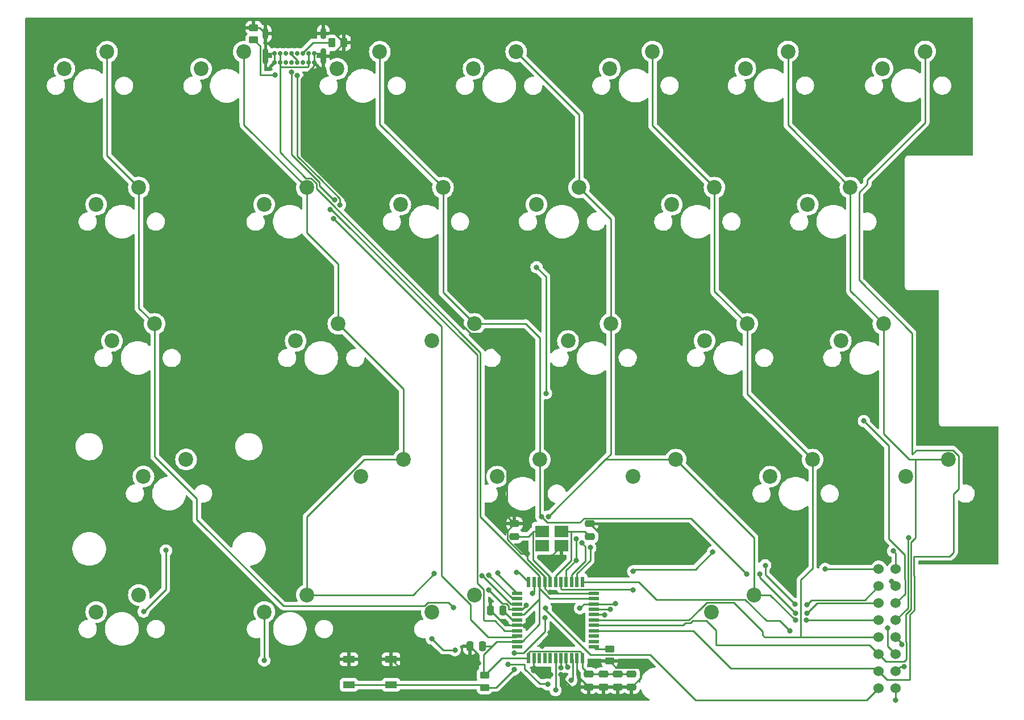
<source format=gbr>
%TF.GenerationSoftware,KiCad,Pcbnew,6.0.2+dfsg-1*%
%TF.CreationDate,2023-05-02T18:44:15+02:00*%
%TF.ProjectId,keyboard2_ctrl,6b657962-6f61-4726-9432-5f6374726c2e,rev?*%
%TF.SameCoordinates,Original*%
%TF.FileFunction,Copper,L2,Bot*%
%TF.FilePolarity,Positive*%
%FSLAX46Y46*%
G04 Gerber Fmt 4.6, Leading zero omitted, Abs format (unit mm)*
G04 Created by KiCad (PCBNEW 6.0.2+dfsg-1) date 2023-05-02 18:44:15*
%MOMM*%
%LPD*%
G01*
G04 APERTURE LIST*
G04 Aperture macros list*
%AMRoundRect*
0 Rectangle with rounded corners*
0 $1 Rounding radius*
0 $2 $3 $4 $5 $6 $7 $8 $9 X,Y pos of 4 corners*
0 Add a 4 corners polygon primitive as box body*
4,1,4,$2,$3,$4,$5,$6,$7,$8,$9,$2,$3,0*
0 Add four circle primitives for the rounded corners*
1,1,$1+$1,$2,$3*
1,1,$1+$1,$4,$5*
1,1,$1+$1,$6,$7*
1,1,$1+$1,$8,$9*
0 Add four rect primitives between the rounded corners*
20,1,$1+$1,$2,$3,$4,$5,0*
20,1,$1+$1,$4,$5,$6,$7,0*
20,1,$1+$1,$6,$7,$8,$9,0*
20,1,$1+$1,$8,$9,$2,$3,0*%
G04 Aperture macros list end*
%TA.AperFunction,ComponentPad*%
%ADD10C,2.200000*%
%TD*%
%TA.AperFunction,SMDPad,CuDef*%
%ADD11RoundRect,0.250000X-0.450000X0.262500X-0.450000X-0.262500X0.450000X-0.262500X0.450000X0.262500X0*%
%TD*%
%TA.AperFunction,SMDPad,CuDef*%
%ADD12R,2.100000X1.725000*%
%TD*%
%TA.AperFunction,SMDPad,CuDef*%
%ADD13RoundRect,0.250000X0.475000X-0.250000X0.475000X0.250000X-0.475000X0.250000X-0.475000X-0.250000X0*%
%TD*%
%TA.AperFunction,SMDPad,CuDef*%
%ADD14RoundRect,0.250000X-0.475000X0.250000X-0.475000X-0.250000X0.475000X-0.250000X0.475000X0.250000X0*%
%TD*%
%TA.AperFunction,SMDPad,CuDef*%
%ADD15C,1.524000*%
%TD*%
%TA.AperFunction,SMDPad,CuDef*%
%ADD16R,1.500000X0.550000*%
%TD*%
%TA.AperFunction,SMDPad,CuDef*%
%ADD17R,0.550000X1.500000*%
%TD*%
%TA.AperFunction,SMDPad,CuDef*%
%ADD18R,1.700000X1.000000*%
%TD*%
%TA.AperFunction,SMDPad,CuDef*%
%ADD19RoundRect,0.250000X0.262500X0.450000X-0.262500X0.450000X-0.262500X-0.450000X0.262500X-0.450000X0*%
%TD*%
%TA.AperFunction,ComponentPad*%
%ADD20C,0.700000*%
%TD*%
%TA.AperFunction,ComponentPad*%
%ADD21O,0.900000X1.700000*%
%TD*%
%TA.AperFunction,ComponentPad*%
%ADD22O,0.900000X2.400000*%
%TD*%
%TA.AperFunction,SMDPad,CuDef*%
%ADD23RoundRect,0.250000X-0.250000X-0.475000X0.250000X-0.475000X0.250000X0.475000X-0.250000X0.475000X0*%
%TD*%
%TA.AperFunction,SMDPad,CuDef*%
%ADD24RoundRect,0.250000X0.250000X0.475000X-0.250000X0.475000X-0.250000X-0.475000X0.250000X-0.475000X0*%
%TD*%
%TA.AperFunction,ViaPad*%
%ADD25C,0.800000*%
%TD*%
%TA.AperFunction,Conductor*%
%ADD26C,0.250000*%
%TD*%
G04 APERTURE END LIST*
D10*
%TO.P,K_E1,1*%
%TO.N,C3*%
X105890873Y-49975766D03*
%TO.P,K_E1,2*%
%TO.N,Net-(D_E1-Pad2)*%
X99540873Y-52515766D03*
%TD*%
%TO.P,K_S1,1*%
%TO.N,C2*%
X90306682Y-70299673D03*
%TO.P,K_S1,2*%
%TO.N,Net-(D_S1-Pad2)*%
X83956682Y-72839673D03*
%TD*%
%TO.P,K_1,1*%
%TO.N,C1*%
X55920144Y-29718000D03*
%TO.P,K_1,2*%
%TO.N,Net-(D_1-Pad2)*%
X49570144Y-32258000D03*
%TD*%
%TO.P,K_V1,1*%
%TO.N,C4*%
X140682576Y-90532304D03*
%TO.P,K_V1,2*%
%TO.N,Net-(D_V1-Pad2)*%
X134332576Y-93072304D03*
%TD*%
%TO.P,K_Alt1,1*%
%TO.N,alt*%
X90278568Y-110710049D03*
%TO.P,K_Alt1,2*%
%TO.N,Net-(D_Alt1-Pad2)*%
X83928568Y-113250049D03*
%TD*%
%TO.P,K_C1,1*%
%TO.N,C3*%
X120306509Y-90532304D03*
%TO.P,K_C1,2*%
%TO.N,Net-(D_C1-Pad2)*%
X113956509Y-93072304D03*
%TD*%
%TO.P,K_3,1*%
%TO.N,C3*%
X96520000Y-29718000D03*
%TO.P,K_3,2*%
%TO.N,Net-(D_3-Pad2)*%
X90170000Y-32258000D03*
%TD*%
%TO.P,K_2,1*%
%TO.N,C2*%
X76200000Y-29718000D03*
%TO.P,K_2,2*%
%TO.N,Net-(D_2-Pad2)*%
X69850000Y-32258000D03*
%TD*%
%TO.P,K_Tab1,1*%
%TO.N,C0*%
X40299165Y-49971483D03*
%TO.P,K_Tab1,2*%
%TO.N,Net-(D_Tab1-Pad2)*%
X33949165Y-52511483D03*
%TD*%
%TO.P,K_6,1*%
%TO.N,C6*%
X157450270Y-29675006D03*
%TO.P,K_6,2*%
%TO.N,Net-(D_6-Pad2)*%
X151100270Y-32215006D03*
%TD*%
%TO.P,K_D1,1*%
%TO.N,C3*%
X110587860Y-70297136D03*
%TO.P,K_D1,2*%
%TO.N,Net-(D_D1-Pad2)*%
X104237860Y-72837136D03*
%TD*%
%TO.P,K_4,1*%
%TO.N,C4*%
X116829316Y-29688489D03*
%TO.P,K_4,2*%
%TO.N,Net-(D_4-Pad2)*%
X110479316Y-32228489D03*
%TD*%
%TO.P,K_F1,1*%
%TO.N,C4*%
X130926460Y-70297136D03*
%TO.P,K_F1,2*%
%TO.N,Net-(D_F1-Pad2)*%
X124576460Y-72837136D03*
%TD*%
%TO.P,K_X1,1*%
%TO.N,C2*%
X100033932Y-90532304D03*
%TO.P,K_X1,2*%
%TO.N,Net-(D_X1-Pad2)*%
X93683932Y-93072304D03*
%TD*%
%TO.P,K_Esc1,1*%
%TO.N,C0*%
X35560000Y-29718000D03*
%TO.P,K_Esc1,2*%
%TO.N,Net-(D_esc1-Pad2)*%
X29210000Y-32258000D03*
%TD*%
%TO.P,K_Shift1,1*%
%TO.N,shift*%
X47335762Y-90518020D03*
%TO.P,K_Shift1,2*%
%TO.N,Net-(D_Shift1-Pad2)*%
X40985762Y-93058020D03*
%TD*%
%TO.P,K_B1,1*%
%TO.N,C5*%
X160938653Y-90532304D03*
%TO.P,K_B1,2*%
%TO.N,Net-(D_B1-Pad2)*%
X154588653Y-93072304D03*
%TD*%
%TO.P,K_5,1*%
%TO.N,C5*%
X137008949Y-29675006D03*
%TO.P,K_5,2*%
%TO.N,Net-(D_5-Pad2)*%
X130658949Y-32215006D03*
%TD*%
%TO.P,K_Q1,1*%
%TO.N,C1*%
X65318198Y-49975766D03*
%TO.P,K_Q1,2*%
%TO.N,Net-(D_Q1-Pad2)*%
X58968198Y-52515766D03*
%TD*%
%TO.P,K_W1,1*%
%TO.N,C2*%
X85608376Y-49975766D03*
%TO.P,K_W1,2*%
%TO.N,Net-(D_W1-Pad2)*%
X79258376Y-52515766D03*
%TD*%
%TO.P,K_G1,1*%
%TO.N,C5*%
X151225554Y-70297136D03*
%TO.P,K_G1,2*%
%TO.N,Net-(D_G1-Pad2)*%
X144875554Y-72837136D03*
%TD*%
%TO.P,K_Space1,1*%
%TO.N,C3*%
X131959215Y-110710049D03*
%TO.P,K_Space1,2*%
%TO.N,Net-(D_Space1-Pad2)*%
X125609215Y-113250049D03*
%TD*%
%TO.P,K_T1,1*%
%TO.N,C5*%
X146311800Y-49975766D03*
%TO.P,K_T1,2*%
%TO.N,Net-(D_T1-Pad2)*%
X139961800Y-52515766D03*
%TD*%
%TO.P,K_R1,1*%
%TO.N,C4*%
X126066755Y-49975766D03*
%TO.P,K_R1,2*%
%TO.N,Net-(D_R1-Pad2)*%
X119716755Y-52515766D03*
%TD*%
%TO.P,K_Ctrl1,1*%
%TO.N,ctrl*%
X40299165Y-110710049D03*
%TO.P,K_Ctrl1,2*%
%TO.N,Net-(D_Ctrl1-Pad2)*%
X33949165Y-113250049D03*
%TD*%
%TO.P,K_Lin1,1*%
%TO.N,C1*%
X65350929Y-110710049D03*
%TO.P,K_Lin1,2*%
%TO.N,Net-(D_Lin1-Pad2)*%
X59000929Y-113250049D03*
%TD*%
%TO.P,K_Caps-Lock1,1*%
%TO.N,C0*%
X42658987Y-70299673D03*
%TO.P,K_Caps-Lock1,2*%
%TO.N,Net-(D_Caps1-Pad2)*%
X36308987Y-72839673D03*
%TD*%
%TO.P,K_A1,1*%
%TO.N,C1*%
X70014513Y-70299673D03*
%TO.P,K_A1,2*%
%TO.N,Net-(D_A1-Pad2)*%
X63664513Y-72839673D03*
%TD*%
%TO.P,K_Z1,1*%
%TO.N,C1*%
X79716815Y-90532304D03*
%TO.P,K_Z1,2*%
%TO.N,Net-(D_Z1-Pad2)*%
X73366815Y-93072304D03*
%TD*%
D11*
%TO.P,R_C1,1*%
%TO.N,GND*%
X57411360Y-26124036D03*
%TO.P,R_C1,2*%
%TO.N,Net-(R_C1-Pad2)*%
X57411360Y-27949036D03*
%TD*%
D12*
%TO.P,xital1,1,1*%
%TO.N,Net-(C_xi1-Pad1)*%
X100393142Y-101216348D03*
%TO.P,xital1,2,2*%
%TO.N,Net-(C_xi2-Pad1)*%
X103293142Y-101216348D03*
%TO.P,xital1,3*%
%TO.N,GND*%
X103293142Y-103391348D03*
%TO.P,xital1,4*%
%TO.N,N/C*%
X100393142Y-103391348D03*
%TD*%
D13*
%TO.P,C_xi1,1*%
%TO.N,Net-(C_xi1-Pad1)*%
X96265456Y-101995109D03*
%TO.P,C_xi1,2*%
%TO.N,GND*%
X96265456Y-100095109D03*
%TD*%
D14*
%TO.P,C1,1*%
%TO.N,V+*%
X111610689Y-122536091D03*
%TO.P,C1,2*%
%TO.N,GND*%
X111610689Y-124436091D03*
%TD*%
D15*
%TO.P,pp1,1,C0*%
%TO.N,C0*%
X150524467Y-106861521D03*
%TO.P,pp1,2,C1*%
%TO.N,C1*%
X150524467Y-109401521D03*
%TO.P,pp1,3,C2*%
%TO.N,C2*%
X150524467Y-111941521D03*
%TO.P,pp1,4,C3*%
%TO.N,C3*%
X150524467Y-114481521D03*
%TO.P,pp1,5,C4*%
%TO.N,C4*%
X150524467Y-117021521D03*
%TO.P,pp1,6,C5*%
%TO.N,C5*%
X150524467Y-119561521D03*
%TO.P,pp1,7,C6*%
%TO.N,C6*%
X150524467Y-122101521D03*
%TO.P,pp1,8,C7*%
%TO.N,C7*%
X150524467Y-124641521D03*
%TO.P,pp1,9,L0*%
%TO.N,L0*%
X153064467Y-106861521D03*
%TO.P,pp1,10,L1*%
%TO.N,L1*%
X153064467Y-109401521D03*
%TO.P,pp1,11,L2*%
%TO.N,L2*%
X153064467Y-111941521D03*
%TO.P,pp1,12,L3*%
%TO.N,L3*%
X153064467Y-114481521D03*
%TO.P,pp1,13,L4*%
%TO.N,L4*%
X153064467Y-117021521D03*
%TO.P,pp1,14,L5*%
%TO.N,L5*%
X153064467Y-119561521D03*
%TO.P,pp1,15,L6*%
%TO.N,L6*%
X153064467Y-122101521D03*
%TO.P,pp1,16,L7*%
%TO.N,L7*%
X153064467Y-124641521D03*
%TD*%
D14*
%TO.P,C2,1*%
%TO.N,V+*%
X109483982Y-122536091D03*
%TO.P,C2,2*%
%TO.N,GND*%
X109483982Y-124436091D03*
%TD*%
D16*
%TO.P,Cerveau1,1,PE6/AIN0*%
%TO.N,unconnected-(Cerveau1-Pad1)*%
X96674811Y-118453316D03*
%TO.P,Cerveau1,2,UVcc*%
%TO.N,V+*%
X96674811Y-117653316D03*
%TO.P,Cerveau1,3,D-*%
%TO.N,Net-(Cerveau1-Pad3)*%
X96674811Y-116853316D03*
%TO.P,Cerveau1,4,D+*%
%TO.N,Net-(Cerveau1-Pad4)*%
X96674811Y-116053316D03*
%TO.P,Cerveau1,5,UGnd*%
%TO.N,GND*%
X96674811Y-115253316D03*
%TO.P,Cerveau1,6,UCap*%
%TO.N,Net-(0.1-Pad2)*%
X96674811Y-114453316D03*
%TO.P,Cerveau1,7,VBus*%
%TO.N,V+*%
X96674811Y-113653316D03*
%TO.P,Cerveau1,8,PB0/SS*%
%TO.N,C0*%
X96674811Y-112853316D03*
%TO.P,Cerveau1,9,PB1/SCK*%
%TO.N,C1*%
X96674811Y-112053316D03*
%TO.P,Cerveau1,10,PB2/MOSI*%
%TO.N,C2*%
X96674811Y-111253316D03*
%TO.P,Cerveau1,11,PB3/MISO*%
%TO.N,C3*%
X96674811Y-110453316D03*
D17*
%TO.P,Cerveau1,12,PB7/~{RTS}*%
%TO.N,C7*%
X98374811Y-108753316D03*
%TO.P,Cerveau1,13,~{RESET}*%
%TO.N,Net-(Cerveau1-Pad13)*%
X99174811Y-108753316D03*
%TO.P,Cerveau1,14,VCC*%
%TO.N,V+*%
X99974811Y-108753316D03*
%TO.P,Cerveau1,15,GND*%
%TO.N,GND*%
X100774811Y-108753316D03*
%TO.P,Cerveau1,16,XTAL1*%
%TO.N,Net-(C_xi1-Pad1)*%
X101574811Y-108753316D03*
%TO.P,Cerveau1,17,XTAL2*%
%TO.N,Net-(C_xi2-Pad1)*%
X102374811Y-108753316D03*
%TO.P,Cerveau1,18,PD0/INT0*%
%TO.N,L0*%
X103174811Y-108753316D03*
%TO.P,Cerveau1,19,PD1/INT1*%
%TO.N,L1*%
X103974811Y-108753316D03*
%TO.P,Cerveau1,20,PD2/RXD1*%
%TO.N,L2*%
X104774811Y-108753316D03*
%TO.P,Cerveau1,21,PD3/TXD1*%
%TO.N,L3*%
X105574811Y-108753316D03*
%TO.P,Cerveau1,22,PD5/XCK1*%
%TO.N,L5*%
X106374811Y-108753316D03*
D16*
%TO.P,Cerveau1,23,GND*%
%TO.N,GND*%
X108074811Y-110453316D03*
%TO.P,Cerveau1,24,AVCC*%
%TO.N,V+*%
X108074811Y-111253316D03*
%TO.P,Cerveau1,25,ICP1/PD4*%
%TO.N,L4*%
X108074811Y-112053316D03*
%TO.P,Cerveau1,26,T1/PD6*%
%TO.N,L6*%
X108074811Y-112853316D03*
%TO.P,Cerveau1,27,T0/PD7*%
%TO.N,L7*%
X108074811Y-113653316D03*
%TO.P,Cerveau1,28,PB4*%
%TO.N,C4*%
X108074811Y-114453316D03*
%TO.P,Cerveau1,29,PB5*%
%TO.N,C5*%
X108074811Y-115253316D03*
%TO.P,Cerveau1,30,PB6*%
%TO.N,C6*%
X108074811Y-116053316D03*
%TO.P,Cerveau1,31,PC6*%
%TO.N,unconnected-(Cerveau1-Pad31)*%
X108074811Y-116853316D03*
%TO.P,Cerveau1,32,PC7*%
%TO.N,unconnected-(Cerveau1-Pad32)*%
X108074811Y-117653316D03*
%TO.P,Cerveau1,33,~{HWB/PE2}*%
%TO.N,Net-(Cerveau1-Pad33)*%
X108074811Y-118453316D03*
D17*
%TO.P,Cerveau1,34,VCC*%
%TO.N,V+*%
X106374811Y-120153316D03*
%TO.P,Cerveau1,35,GND*%
%TO.N,GND*%
X105574811Y-120153316D03*
%TO.P,Cerveau1,36,PF7*%
%TO.N,mod*%
X104774811Y-120153316D03*
%TO.P,Cerveau1,37,PF6*%
%TO.N,alt*%
X103974811Y-120153316D03*
%TO.P,Cerveau1,38,PF5*%
%TO.N,ctrl*%
X103174811Y-120153316D03*
%TO.P,Cerveau1,39,PF4*%
%TO.N,shift*%
X102374811Y-120153316D03*
%TO.P,Cerveau1,40,PF1*%
%TO.N,unconnected-(Cerveau1-Pad40)*%
X101574811Y-120153316D03*
%TO.P,Cerveau1,41,PF0*%
%TO.N,unconnected-(Cerveau1-Pad41)*%
X100774811Y-120153316D03*
%TO.P,Cerveau1,42,AREF*%
%TO.N,unconnected-(Cerveau1-Pad42)*%
X99974811Y-120153316D03*
%TO.P,Cerveau1,43,GND*%
%TO.N,GND*%
X99174811Y-120153316D03*
%TO.P,Cerveau1,44,AVCC*%
%TO.N,V+*%
X98374811Y-120153316D03*
%TD*%
D18*
%TO.P,SW1,1,1*%
%TO.N,GND*%
X77890706Y-120320764D03*
X71590706Y-120320764D03*
%TO.P,SW1,2,2*%
%TO.N,Net-(Cerveau1-Pad13)*%
X77890706Y-124120764D03*
X71590706Y-124120764D03*
%TD*%
D13*
%TO.P,C_xi2,1*%
%TO.N,Net-(C_xi2-Pad1)*%
X107506349Y-101996305D03*
%TO.P,C_xi2,2*%
%TO.N,GND*%
X107506349Y-100096305D03*
%TD*%
D19*
%TO.P,R_C2,1*%
%TO.N,GND*%
X70865422Y-28382592D03*
%TO.P,R_C2,2*%
%TO.N,Net-(R_C2-Pad2)*%
X69040422Y-28382592D03*
%TD*%
D20*
%TO.P,USB_C1,A1,GND*%
%TO.N,GND*%
X60487914Y-31353386D03*
%TO.P,USB_C1,A4,VBUS*%
%TO.N,V+*%
X61337914Y-31353386D03*
%TO.P,USB_C1,A5,CC1*%
%TO.N,Net-(R_C1-Pad2)*%
X62187914Y-31353386D03*
%TO.P,USB_C1,A6,D+*%
%TO.N,Net-(Cerveau1-Pad4)*%
X63037914Y-31353386D03*
%TO.P,USB_C1,A7,D-*%
%TO.N,Net-(Cerveau1-Pad3)*%
X63887914Y-31353386D03*
%TO.P,USB_C1,A8,SBU1*%
%TO.N,unconnected-(USB_C1-PadA8)*%
X64737914Y-31353386D03*
%TO.P,USB_C1,A9,VBUS*%
%TO.N,V+*%
X65587914Y-31353386D03*
%TO.P,USB_C1,A12,GND*%
%TO.N,GND*%
X66437914Y-31353386D03*
%TO.P,USB_C1,B1,GND*%
X66437914Y-30003386D03*
%TO.P,USB_C1,B4,VBUS*%
%TO.N,V+*%
X65587914Y-30003386D03*
%TO.P,USB_C1,B5,CC2*%
%TO.N,Net-(R_C2-Pad2)*%
X64737914Y-30003386D03*
%TO.P,USB_C1,B6,D+*%
%TO.N,Net-(Cerveau1-Pad4)*%
X63887914Y-30003386D03*
%TO.P,USB_C1,B7,D-*%
%TO.N,Net-(Cerveau1-Pad3)*%
X63037914Y-30003386D03*
%TO.P,USB_C1,B8,SBU2*%
%TO.N,unconnected-(USB_C1-PadB8)*%
X62187914Y-30003386D03*
%TO.P,USB_C1,B9,VBUS*%
%TO.N,V+*%
X61337914Y-30003386D03*
%TO.P,USB_C1,B12,GND*%
%TO.N,GND*%
X60487914Y-30003386D03*
D21*
%TO.P,USB_C1,S1,SHIELD*%
X59137914Y-26993386D03*
X67787914Y-26993386D03*
D22*
X59137914Y-30373386D03*
X67787914Y-30373386D03*
%TD*%
D14*
%TO.P,C4,1*%
%TO.N,V+*%
X113715242Y-122536091D03*
%TO.P,C4,2*%
%TO.N,GND*%
X113715242Y-124436091D03*
%TD*%
D23*
%TO.P,0.1,1*%
%TO.N,GND*%
X92663208Y-113055960D03*
%TO.P,0.1,2*%
%TO.N,Net-(0.1-Pad2)*%
X94563208Y-113055960D03*
%TD*%
D11*
%TO.P,R_HWB1,1*%
%TO.N,Net-(Cerveau1-Pad33)*%
X110427759Y-118755135D03*
%TO.P,R_HWB1,2*%
%TO.N,GND*%
X110427759Y-120580135D03*
%TD*%
%TO.P,R1,1*%
%TO.N,V+*%
X91821687Y-122679603D03*
%TO.P,R1,2*%
%TO.N,Net-(Cerveau1-Pad13)*%
X91821687Y-124504603D03*
%TD*%
D24*
%TO.P,Cglob1,1*%
%TO.N,V+*%
X91521143Y-118363888D03*
%TO.P,Cglob1,2*%
%TO.N,GND*%
X89621143Y-118363888D03*
%TD*%
D14*
%TO.P,C3,1*%
%TO.N,V+*%
X107335122Y-122536091D03*
%TO.P,C3,2*%
%TO.N,GND*%
X107335122Y-124436091D03*
%TD*%
D25*
%TO.N,GND*%
X90892787Y-120937531D03*
X101587110Y-110341017D03*
X103876724Y-114395049D03*
X103198631Y-122591743D03*
X109962239Y-102626409D03*
X100416662Y-118335459D03*
X102461381Y-112902786D03*
X97865455Y-115297087D03*
X101557654Y-116290070D03*
X101656430Y-122617383D03*
X100106162Y-105192919D03*
X98151091Y-104541229D03*
X99121828Y-122027657D03*
%TO.N,Net-(Cerveau1-Pad3)*%
X70278415Y-52545953D03*
X69319956Y-54599465D03*
X63896916Y-33298327D03*
%TO.N,Net-(Cerveau1-Pad4)*%
X63045855Y-32752397D03*
X68805669Y-53220209D03*
X69444802Y-51810144D03*
%TO.N,C0*%
X92427579Y-109985549D03*
X98024311Y-112279218D03*
X87185591Y-112594753D03*
X142552887Y-106828341D03*
%TO.N,C1*%
X133628553Y-106295712D03*
X139853600Y-112188461D03*
X138059191Y-112077695D03*
X91429017Y-107850278D03*
X84305676Y-107536441D03*
%TO.N,C2*%
X130903710Y-107602750D03*
X138104849Y-113449841D03*
X139831446Y-113429040D03*
X92457019Y-107751962D03*
X100296253Y-99035462D03*
X132786731Y-107624903D03*
%TO.N,C3*%
X139786756Y-114497515D03*
X93783098Y-107450482D03*
X138127925Y-114497515D03*
X101295739Y-99029626D03*
%TO.N,C7*%
X96551473Y-107321555D03*
X100921855Y-112648955D03*
%TO.N,Net-(Cerveau1-Pad13)*%
X100826325Y-114090375D03*
X98909928Y-110440340D03*
X96211076Y-121828608D03*
X96257229Y-119413294D03*
%TO.N,L0*%
X113936106Y-107192445D03*
X113936106Y-109994594D03*
X125816951Y-104291332D03*
X152666028Y-104160445D03*
%TO.N,L1*%
X152427076Y-108692385D03*
X99544861Y-61848270D03*
X105420858Y-105571212D03*
X105420985Y-102364097D03*
X100952742Y-80655152D03*
%TO.N,L2*%
X106274319Y-102953824D03*
X148313805Y-84773841D03*
%TO.N,L3*%
X155027065Y-102165189D03*
X107556125Y-103653374D03*
%TO.N,L5*%
X151831197Y-115661913D03*
X137289841Y-116060671D03*
%TO.N,L4*%
X106004981Y-112692730D03*
X153970090Y-118137356D03*
X111292841Y-112020816D03*
%TO.N,L6*%
X154315680Y-121372532D03*
X110568341Y-112882330D03*
%TO.N,L7*%
X109723656Y-113728816D03*
X153079737Y-126404570D03*
%TO.N,mod*%
X44330143Y-104072039D03*
X95314212Y-121028815D03*
X101209444Y-124051349D03*
X104726328Y-123443273D03*
X40999721Y-113182850D03*
%TO.N,alt*%
X104207064Y-121452405D03*
%TO.N,ctrl*%
X103211451Y-121540492D03*
%TO.N,shift*%
X102380930Y-124898270D03*
%TO.N,Net-(R_C1-Pad2)*%
X60613414Y-33205656D03*
%TO.N,Net-(D_Alt1-Pad2)*%
X83937859Y-117228851D03*
X87393757Y-118934647D03*
%TO.N,Net-(D_Lin1-Pad2)*%
X58982087Y-120484364D03*
%TD*%
D26*
%TO.N,GND*%
X80536470Y-122966528D02*
X89621143Y-122966528D01*
X90990501Y-71724184D02*
X89716629Y-71724184D01*
X98151091Y-105419856D02*
X100774811Y-108043576D01*
X95191777Y-102458923D02*
X95191777Y-101168788D01*
X100774811Y-109753316D02*
X101474811Y-110453316D01*
X98151091Y-104541229D02*
X97274083Y-104541229D01*
X110427759Y-120580135D02*
X111426131Y-121578507D01*
X101557654Y-117194467D02*
X100416662Y-118335459D01*
X101474811Y-110453316D02*
X101587110Y-110341017D01*
X90892787Y-119635532D02*
X90892787Y-120937531D01*
X109962239Y-102552195D02*
X107506349Y-100096305D01*
X103198631Y-122940190D02*
X104694532Y-124436091D01*
X95119411Y-75853094D02*
X90990501Y-71724184D01*
X101491571Y-105192919D02*
X100106162Y-105192919D01*
X66437914Y-30003386D02*
X66437914Y-31353386D01*
X58268564Y-26124036D02*
X59137914Y-26993386D01*
X97821684Y-115253316D02*
X97865455Y-115297087D01*
X68874628Y-30373386D02*
X70865422Y-28382592D01*
X104694532Y-124436091D02*
X107335122Y-124436091D01*
X109483982Y-124436091D02*
X111610689Y-124436091D01*
X96674811Y-115253316D02*
X97821684Y-115253316D01*
X57411360Y-26124036D02*
X58268564Y-26124036D01*
X107335122Y-124436091D02*
X105574811Y-122675780D01*
X64510042Y-45215052D02*
X64479201Y-45215052D01*
X115075753Y-121578507D02*
X115075753Y-123075580D01*
X71227779Y-51932789D02*
X64510042Y-45215052D01*
X111610689Y-124436091D02*
X113715242Y-124436091D01*
X59507914Y-30003386D02*
X59137914Y-30373386D01*
X115075753Y-123075580D02*
X113715242Y-124436091D01*
X67417914Y-30003386D02*
X67787914Y-30373386D01*
X102461381Y-112979706D02*
X103876724Y-114395049D01*
X71227779Y-53235334D02*
X71227779Y-51932789D01*
X99121828Y-122027657D02*
X99711554Y-122617383D01*
X69476216Y-26993386D02*
X70865422Y-28382592D01*
X103293142Y-103391348D02*
X101491571Y-105192919D01*
X98151091Y-104541229D02*
X98151091Y-105419856D01*
X67787914Y-30373386D02*
X68874628Y-30373386D01*
X67787914Y-26993386D02*
X69476216Y-26993386D01*
X71590706Y-120320764D02*
X77890706Y-120320764D01*
X66317155Y-31912823D02*
X66317155Y-31474145D01*
X92663208Y-113055960D02*
X94860564Y-115253316D01*
X101474811Y-110453316D02*
X108074811Y-110453316D01*
X105574811Y-122675780D02*
X105574811Y-120153316D01*
X99711554Y-122617383D02*
X101656430Y-122617383D01*
X60487914Y-30003386D02*
X60487914Y-31353386D01*
X89621143Y-122966528D02*
X89621143Y-118363888D01*
X77890706Y-120320764D02*
X80536470Y-122966528D01*
X102461381Y-112902786D02*
X102461381Y-112979706D01*
X96265456Y-100095109D02*
X95119411Y-98949064D01*
X66437914Y-30003386D02*
X67417914Y-30003386D01*
X99121828Y-120206299D02*
X99174811Y-120153316D01*
X103198631Y-122591743D02*
X103198631Y-122940190D01*
X94860564Y-115253316D02*
X96674811Y-115253316D01*
X95119411Y-98949064D02*
X95119411Y-75853094D01*
X59137914Y-26993386D02*
X59137914Y-30373386D01*
X100774811Y-108753316D02*
X100774811Y-109753316D01*
X89621143Y-118363888D02*
X90892787Y-119635532D01*
X111426131Y-121578507D02*
X115075753Y-121578507D01*
X89716629Y-71724184D02*
X71227779Y-53235334D01*
X95191777Y-101168788D02*
X96265456Y-100095109D01*
X97274083Y-104541229D02*
X95191777Y-102458923D01*
X107335122Y-124436091D02*
X109483982Y-124436091D01*
X66317155Y-31474145D02*
X66437914Y-31353386D01*
X101557654Y-116290070D02*
X101557654Y-117194467D01*
X64479201Y-45215052D02*
X64479201Y-33750777D01*
X60487914Y-30003386D02*
X59507914Y-30003386D01*
X109962239Y-102626409D02*
X109962239Y-102552195D01*
X100774811Y-108043576D02*
X100774811Y-108753316D01*
X99121828Y-122027657D02*
X99121828Y-120206299D01*
X64479201Y-33750777D02*
X66317155Y-31912823D01*
%TO.N,Net-(0.1-Pad2)*%
X95960564Y-114453316D02*
X96674811Y-114453316D01*
X94563208Y-113055960D02*
X95960564Y-114453316D01*
%TO.N,V+*%
X99974811Y-115075282D02*
X97396777Y-117653316D01*
X99974811Y-108753316D02*
X99974811Y-115075282D01*
X99974811Y-108753316D02*
X99974811Y-111353316D01*
X99974811Y-109753316D02*
X99974811Y-108753316D01*
X91657619Y-122515535D02*
X91821687Y-122679603D01*
X106374811Y-119466208D02*
X106374811Y-120153316D01*
X93644218Y-117653316D02*
X93040818Y-118256715D01*
X99974811Y-111353316D02*
X97674811Y-113653316D01*
X97674811Y-113653316D02*
X96674811Y-113653316D01*
X65587914Y-31353386D02*
X65587914Y-30003386D01*
X98374811Y-119279294D02*
X98575300Y-119078805D01*
X111610689Y-122536091D02*
X113715242Y-122536091D01*
X106374811Y-120153316D02*
X106374811Y-121575780D01*
X93040818Y-118256715D02*
X91657619Y-119639915D01*
X61337914Y-31353386D02*
X61337914Y-44727855D01*
X106374811Y-121575780D02*
X107335122Y-122536091D01*
X61517451Y-32027897D02*
X65408377Y-32027897D01*
X66742709Y-50132650D02*
X91189411Y-74579352D01*
X65408377Y-32027897D02*
X65587914Y-31848360D01*
X91189411Y-74579352D02*
X91189411Y-99093894D01*
X97396777Y-117653316D02*
X96674811Y-117653316D01*
X91521143Y-118363888D02*
X92933645Y-118363888D01*
X61337914Y-31353386D02*
X61337914Y-30003386D01*
X61337914Y-44727855D02*
X65161314Y-48551255D01*
X105987408Y-119078805D02*
X106374811Y-119466208D01*
X98374811Y-120153316D02*
X98374811Y-119279294D01*
X96674811Y-117653316D02*
X93644218Y-117653316D01*
X98575300Y-119078805D02*
X105987408Y-119078805D01*
X91657619Y-119639915D02*
X91657619Y-122515535D01*
X61337914Y-31353386D02*
X61337914Y-31848360D01*
X65161314Y-48551255D02*
X65908251Y-48551255D01*
X91821687Y-122679603D02*
X94347974Y-120153316D01*
X99974811Y-107879294D02*
X99974811Y-108753316D01*
X91189411Y-99093894D02*
X99974811Y-107879294D01*
X94347974Y-120153316D02*
X98374811Y-120153316D01*
X109483982Y-122536091D02*
X111610689Y-122536091D01*
X101474811Y-111253316D02*
X99974811Y-109753316D01*
X61337914Y-31848360D02*
X61517451Y-32027897D01*
X107335122Y-122536091D02*
X109483982Y-122536091D01*
X108074811Y-111253316D02*
X101474811Y-111253316D01*
X65587914Y-31848360D02*
X65587914Y-31353386D01*
X66742709Y-49385713D02*
X66742709Y-50132650D01*
X92933645Y-118363888D02*
X93040818Y-118256715D01*
X65908251Y-48551255D02*
X66742709Y-49385713D01*
%TO.N,Net-(Cerveau1-Pad3)*%
X92311354Y-117014570D02*
X89688515Y-114391731D01*
X63896916Y-45268485D02*
X67258731Y-48630300D01*
X67258731Y-48630300D02*
X67289572Y-48630300D01*
X85392161Y-107838206D02*
X85392161Y-70671670D01*
X63896916Y-33298327D02*
X63896916Y-45268485D01*
X85392161Y-70671670D02*
X69319956Y-54599465D01*
X63887914Y-31001499D02*
X63887914Y-31353386D01*
X63037914Y-30151499D02*
X63887914Y-31001499D01*
X96674811Y-116853316D02*
X96513557Y-117014570D01*
X63037914Y-30003386D02*
X63037914Y-30151499D01*
X67289572Y-48630300D02*
X70278415Y-51619143D01*
X96513557Y-117014570D02*
X92311354Y-117014570D01*
X89688515Y-112134560D02*
X85392161Y-107838206D01*
X70278415Y-51619143D02*
X70278415Y-52545953D01*
X89688515Y-114391731D02*
X89688515Y-112134560D01*
%TO.N,Net-(Cerveau1-Pad4)*%
X91703079Y-109927694D02*
X91703079Y-114424461D01*
X91859046Y-114580428D02*
X92296454Y-114580428D01*
X90704517Y-74959427D02*
X90704517Y-108929132D01*
X94816932Y-116053316D02*
X96674811Y-116053316D01*
X67192229Y-49199516D02*
X67192229Y-49707096D01*
X91703079Y-114424461D02*
X91859046Y-114580428D01*
X96779889Y-116053316D02*
X96674811Y-116053316D01*
X90704517Y-108929132D02*
X91703079Y-109927694D01*
X67192229Y-49707096D02*
X69295277Y-51810144D01*
X69295277Y-51810144D02*
X69444802Y-51810144D01*
X93329144Y-114565528D02*
X94816932Y-116053316D01*
X68805669Y-53220209D02*
X68965299Y-53220209D01*
X92296454Y-114580428D02*
X92311354Y-114565528D01*
X63045855Y-45053142D02*
X67192229Y-49199516D01*
X92311354Y-114565528D02*
X93329144Y-114565528D01*
X63045855Y-32752397D02*
X63045855Y-45053142D01*
X68965299Y-53220209D02*
X90704517Y-74959427D01*
%TO.N,C0*%
X94448470Y-112006440D02*
X95051181Y-112006440D01*
X95051181Y-112006440D02*
X95387728Y-112342987D01*
X142586067Y-106861521D02*
X142552887Y-106828341D01*
X40299165Y-67939851D02*
X42658987Y-70299673D01*
X97450213Y-112853316D02*
X96674811Y-112853316D01*
X48921799Y-99447924D02*
X61820870Y-112346995D01*
X35560000Y-45232318D02*
X40299165Y-49971483D01*
X35560000Y-29718000D02*
X35560000Y-45232318D01*
X92427579Y-109985549D02*
X94448470Y-112006440D01*
X95387728Y-112342987D02*
X95387728Y-112853316D01*
X150524467Y-106861521D02*
X142586067Y-106861521D01*
X98024311Y-112279218D02*
X97450213Y-112853316D01*
X82817058Y-112346995D02*
X83338515Y-111825538D01*
X61820870Y-112346995D02*
X82817058Y-112346995D01*
X40299165Y-49971483D02*
X40299165Y-67939851D01*
X42658987Y-70299673D02*
X42658987Y-90103164D01*
X83338515Y-111825538D02*
X86416376Y-111825538D01*
X48921799Y-96365976D02*
X48921799Y-99447924D01*
X42658987Y-90103164D02*
X48921799Y-96365976D01*
X86416376Y-111825538D02*
X87185591Y-112594753D01*
X95387728Y-112853316D02*
X96674811Y-112853316D01*
%TO.N,C1*%
X65350929Y-110710049D02*
X65350929Y-99073626D01*
X65350929Y-99073626D02*
X73892251Y-90532304D01*
X70014513Y-70299673D02*
X70014513Y-61388220D01*
X133628553Y-107647057D02*
X133628553Y-106295712D01*
X79716815Y-80001975D02*
X70014513Y-70299673D01*
X96674811Y-112053316D02*
X95733775Y-112053316D01*
X65318198Y-49975766D02*
X55936890Y-40594458D01*
X55936890Y-40594458D02*
X55936890Y-40260565D01*
X65318198Y-56691905D02*
X65318198Y-49975766D01*
X150524467Y-109401521D02*
X148433987Y-111492001D01*
X91530737Y-107850278D02*
X91429017Y-107850278D01*
X148433987Y-111492001D02*
X140550060Y-111492001D01*
X55920144Y-40243819D02*
X55920144Y-29718000D01*
X55936890Y-40260565D02*
X55920144Y-40243819D01*
X138059191Y-112077695D02*
X133628553Y-107647057D01*
X84305676Y-107536441D02*
X81132068Y-110710049D01*
X70014513Y-61388220D02*
X65318198Y-56691905D01*
X95733775Y-112053316D02*
X91530737Y-107850278D01*
X140550060Y-111492001D02*
X139853600Y-112188461D01*
X73892251Y-90532304D02*
X79716815Y-90532304D01*
X79716815Y-90532304D02*
X79716815Y-80001975D01*
X81132068Y-110710049D02*
X65350929Y-110710049D01*
%TO.N,C2*%
X132786731Y-108131723D02*
X138104849Y-113449841D01*
X101166972Y-99925473D02*
X105987348Y-99925473D01*
X122564942Y-99263982D02*
X130903710Y-107602750D01*
X92457019Y-107751962D02*
X95958373Y-111253316D01*
X106648839Y-99263982D02*
X122564942Y-99263982D01*
X97908516Y-70243686D02*
X100033932Y-72369102D01*
X90306682Y-70299673D02*
X97852529Y-70299673D01*
X85608376Y-65601367D02*
X90306682Y-70299673D01*
X141318965Y-111941521D02*
X150524467Y-111941521D01*
X132786731Y-107624903D02*
X132786731Y-108131723D01*
X100033932Y-98773141D02*
X100296253Y-99035462D01*
X85608376Y-49975766D02*
X85608376Y-65601367D01*
X100033932Y-72369102D02*
X100033932Y-90532304D01*
X76200000Y-40567390D02*
X85608376Y-49975766D01*
X95958373Y-111253316D02*
X96674811Y-111253316D01*
X100033932Y-98792433D02*
X101166972Y-99925473D01*
X100033932Y-90532304D02*
X100033932Y-98773141D01*
X97852529Y-70299673D02*
X97908516Y-70243686D01*
X105987348Y-99925473D02*
X106648839Y-99263982D01*
X76200000Y-29718000D02*
X76200000Y-40567390D01*
X100033932Y-90532304D02*
X100033932Y-98792433D01*
X139831446Y-113429040D02*
X141318965Y-111941521D01*
%TO.N,C3*%
X138127925Y-114497515D02*
X134340459Y-110710049D01*
X134340459Y-110710049D02*
X131959215Y-110710049D01*
X105890873Y-49975766D02*
X105890873Y-39088873D01*
X110587860Y-54672753D02*
X105890873Y-49975766D01*
X131959215Y-110710049D02*
X131959215Y-102185010D01*
X110587860Y-70297136D02*
X110587860Y-54672753D01*
X101295739Y-99029626D02*
X109793061Y-90532304D01*
X105890873Y-39088873D02*
X96520000Y-29718000D01*
X131959215Y-102185010D02*
X120306509Y-90532304D01*
X109793061Y-90532304D02*
X120306509Y-90532304D01*
X93783098Y-107561603D02*
X93783098Y-107450482D01*
X139802750Y-114481521D02*
X139786756Y-114497515D01*
X96674811Y-110453316D02*
X93783098Y-107561603D01*
X150524467Y-114481521D02*
X139802750Y-114481521D01*
X110587860Y-89737505D02*
X110587860Y-70297136D01*
X109793061Y-90532304D02*
X110587860Y-89737505D01*
%TO.N,C7*%
X123251817Y-126404570D02*
X116439402Y-119592155D01*
X116439402Y-119592155D02*
X107539628Y-119592155D01*
X100921855Y-112974382D02*
X100921855Y-112648955D01*
X96551473Y-107321555D02*
X96943050Y-107321555D01*
X150524467Y-124641521D02*
X148761418Y-126404570D01*
X96943050Y-107321555D02*
X98374811Y-108753316D01*
X148761418Y-126404570D02*
X123251817Y-126404570D01*
X107539628Y-119592155D02*
X100921855Y-112974382D01*
%TO.N,Net-(Cerveau1-Pad13)*%
X77890706Y-124120764D02*
X71590706Y-124120764D01*
X100826325Y-116192062D02*
X100826325Y-114090375D01*
X96257229Y-119413294D02*
X97605093Y-119413294D01*
X91821687Y-124504603D02*
X93535081Y-124504603D01*
X98909928Y-110440340D02*
X99174811Y-110175457D01*
X93535081Y-124504603D02*
X96211076Y-121828608D01*
X91437848Y-124120764D02*
X77890706Y-124120764D01*
X97605093Y-119413294D02*
X100826325Y-116192062D01*
X91821687Y-124504603D02*
X91437848Y-124120764D01*
X99174811Y-110175457D02*
X99174811Y-108753316D01*
%TO.N,Net-(C_xi1-Pad1)*%
X99018631Y-105509159D02*
X101574811Y-108065339D01*
X99093142Y-101216348D02*
X98314381Y-101995109D01*
X99093142Y-101216348D02*
X99018631Y-101290859D01*
X101574811Y-108065339D02*
X101574811Y-108753316D01*
X98314381Y-101995109D02*
X96265456Y-101995109D01*
X99018631Y-101290859D02*
X99018631Y-105509159D01*
X100393142Y-101216348D02*
X99093142Y-101216348D01*
%TO.N,Net-(C_xi2-Pad1)*%
X103293142Y-101216348D02*
X106726392Y-101216348D01*
X106726392Y-101216348D02*
X107506349Y-101996305D01*
X104696485Y-101319691D02*
X104696485Y-105557620D01*
X104696485Y-105557620D02*
X102374811Y-107879294D01*
X102374811Y-107879294D02*
X102374811Y-108753316D01*
X103293142Y-101216348D02*
X104593142Y-101216348D01*
X104593142Y-101216348D02*
X104696485Y-101319691D01*
%TO.N,L0*%
X103174811Y-108753316D02*
X103174811Y-109753316D01*
X103174811Y-109753316D02*
X103275300Y-109853805D01*
X153064467Y-106861521D02*
X153064467Y-104558884D01*
X123217755Y-106890528D02*
X125816951Y-104291332D01*
X153064467Y-104558884D02*
X152666028Y-104160445D01*
X113795317Y-109853805D02*
X113936106Y-109994594D01*
X103275300Y-109853805D02*
X113795317Y-109853805D01*
X114238023Y-106890528D02*
X123217755Y-106890528D01*
X113936106Y-107192445D02*
X114238023Y-106890528D01*
%TO.N,L1*%
X105426866Y-105565204D02*
X105426866Y-102369978D01*
X105420858Y-105571212D02*
X105426866Y-105565204D01*
X152427076Y-108692385D02*
X152427076Y-108764130D01*
X103974811Y-107017259D02*
X103974811Y-108753316D01*
X105426866Y-102369978D02*
X105420985Y-102364097D01*
X100952742Y-80655152D02*
X100952742Y-63256151D01*
X105420858Y-105571212D02*
X103974811Y-107017259D01*
X152427076Y-108764130D02*
X153064467Y-109401521D01*
X100952742Y-63256151D02*
X99544861Y-61848270D01*
%TO.N,L2*%
X154429904Y-108388979D02*
X154448599Y-108407674D01*
X153308102Y-103618314D02*
X154429904Y-104740116D01*
X104774811Y-108753316D02*
X104774811Y-107716819D01*
X104774811Y-107716819D02*
X106831625Y-105660005D01*
X153308102Y-103618314D02*
X152008958Y-102319169D01*
X154448599Y-108407674D02*
X154448599Y-110557389D01*
X106831625Y-103511130D02*
X106274319Y-102953824D01*
X152008958Y-88468994D02*
X148313805Y-84773841D01*
X154429904Y-104740116D02*
X154429904Y-108388979D01*
X152008958Y-89293092D02*
X152008958Y-88468994D01*
X106831625Y-105660005D02*
X106831625Y-103511130D01*
X153338150Y-103648361D02*
X153308102Y-103618314D01*
X154448599Y-110557389D02*
X153064467Y-111941521D01*
X152008958Y-102319169D02*
X152008958Y-89293092D01*
%TO.N,L3*%
X154879424Y-102312830D02*
X155027065Y-102165189D01*
X154879424Y-108202782D02*
X154879424Y-102312830D01*
X154898119Y-108221477D02*
X154879424Y-108202782D01*
X105574811Y-107552537D02*
X105574811Y-108753316D01*
X107556125Y-103653374D02*
X107556125Y-105571223D01*
X154898119Y-112647869D02*
X154898119Y-108221477D01*
X107556125Y-105571223D02*
X105574811Y-107552537D01*
X153064467Y-114481521D02*
X154898119Y-112647869D01*
%TO.N,L5*%
X130610620Y-111376018D02*
X133800130Y-114565528D01*
X114796153Y-108753316D02*
X117418855Y-111376018D01*
X151831197Y-115661913D02*
X151831197Y-118328251D01*
X106374811Y-108753316D02*
X114796153Y-108753316D01*
X133800130Y-114565528D02*
X135794698Y-114565528D01*
X135794698Y-114565528D02*
X137289841Y-116060671D01*
X117418855Y-111376018D02*
X130610620Y-111376018D01*
X151831197Y-118328251D02*
X153064467Y-119561521D01*
%TO.N,L4*%
X153970090Y-117927144D02*
X153064467Y-117021521D01*
X108074811Y-112053316D02*
X111260341Y-112053316D01*
X106644395Y-112053316D02*
X108074811Y-112053316D01*
X106004981Y-112692730D02*
X106644395Y-112053316D01*
X111260341Y-112053316D02*
X111292841Y-112020816D01*
X153970090Y-118137356D02*
X153970090Y-117927144D01*
%TO.N,L6*%
X153793456Y-121372532D02*
X153064467Y-122101521D01*
X110539327Y-112853316D02*
X110568341Y-112882330D01*
X108074811Y-112853316D02*
X110539327Y-112853316D01*
X154315680Y-121372532D02*
X153793456Y-121372532D01*
%TO.N,L7*%
X109648156Y-113653316D02*
X109723656Y-113728816D01*
X153064467Y-124641521D02*
X153064467Y-126389300D01*
X108074811Y-113653316D02*
X109648156Y-113653316D01*
X153064467Y-126389300D02*
X153079737Y-126404570D01*
%TO.N,C4*%
X133274694Y-116762130D02*
X133534085Y-117021521D01*
X138940929Y-108482006D02*
X138940929Y-116992437D01*
X124908629Y-111825538D02*
X128925493Y-111825538D01*
X139163149Y-117021521D02*
X150524467Y-117021521D01*
X140682576Y-106740359D02*
X138940929Y-108482006D01*
X126066755Y-49975766D02*
X126066755Y-65437431D01*
X130926460Y-80776188D02*
X140682576Y-90532304D01*
X138940929Y-116992437D02*
X138970013Y-117021521D01*
X108074811Y-114453316D02*
X122267649Y-114453316D01*
X126066755Y-65437431D02*
X130926460Y-70297136D01*
X133274694Y-116174739D02*
X133274694Y-116762130D01*
X130926460Y-70297136D02*
X130926460Y-80776188D01*
X123891025Y-112829940D02*
X123904227Y-112829940D01*
X116829316Y-29688489D02*
X116829316Y-40738327D01*
X140682576Y-90532304D02*
X140682576Y-106740359D01*
X133534085Y-117021521D02*
X139163149Y-117021521D01*
X116829316Y-40738327D02*
X126066755Y-49975766D01*
X138970013Y-117021521D02*
X139163149Y-117021521D01*
X128925493Y-111825538D02*
X133274694Y-116174739D01*
X122267649Y-114453316D02*
X123891025Y-112829940D01*
X123904227Y-112829940D02*
X124908629Y-111825538D01*
%TO.N,C5*%
X160938653Y-90532304D02*
X156076416Y-90532304D01*
X154326698Y-120648032D02*
X154694601Y-120280129D01*
X155328944Y-102887924D02*
X156013164Y-102203704D01*
X126255442Y-118164570D02*
X126255442Y-115974541D01*
X146311800Y-65383382D02*
X146311800Y-49975766D01*
X155347639Y-108035279D02*
X155328944Y-108016584D01*
X156076416Y-90532304D02*
X155061963Y-90532304D01*
X122791155Y-114565528D02*
X122453846Y-114902836D01*
X151225554Y-86695895D02*
X151225554Y-70297136D01*
X149127516Y-118164570D02*
X126255442Y-118164570D01*
X156013164Y-102203704D02*
X156013164Y-90595556D01*
X154694601Y-117837253D02*
X154554934Y-117697586D01*
X126255442Y-115974541D02*
X124846429Y-114565528D01*
X151225554Y-70297136D02*
X146311800Y-65383382D01*
X155061963Y-90532304D02*
X151225554Y-86695895D01*
X121752887Y-114902836D02*
X121402407Y-115253316D01*
X154694601Y-120280129D02*
X154694601Y-117837253D01*
X137008949Y-40672915D02*
X137008949Y-29675006D01*
X124846429Y-114565528D02*
X122791155Y-114565528D01*
X150524467Y-119561521D02*
X151610978Y-120648032D01*
X150524467Y-119561521D02*
X149127516Y-118164570D01*
X155347639Y-112834066D02*
X155347639Y-108035279D01*
X146311800Y-49975766D02*
X137008949Y-40672915D01*
X155328944Y-108016584D02*
X155328944Y-102887924D01*
X154554934Y-117697586D02*
X154554934Y-113626771D01*
X121402407Y-115253316D02*
X108074811Y-115253316D01*
X151610978Y-120648032D02*
X154326698Y-120648032D01*
X154554934Y-113626771D02*
X155347639Y-112834066D01*
X122453846Y-114902836D02*
X121752887Y-114902836D01*
X156013164Y-90595556D02*
X156076416Y-90532304D01*
%TO.N,C6*%
X162443981Y-89986384D02*
X162443981Y-94930977D01*
X162443981Y-94930977D02*
X161684764Y-95690194D01*
X155166362Y-123354410D02*
X151777356Y-123354410D01*
X108074811Y-116053316D02*
X122870747Y-116053316D01*
X122870747Y-116053316D02*
X128472959Y-121655528D01*
X157450270Y-29675006D02*
X157450270Y-40255260D01*
X148826254Y-49475876D02*
X147585959Y-50716171D01*
X157450270Y-40255260D02*
X148826254Y-48879276D01*
X161097606Y-104955591D02*
X155778464Y-104955591D01*
X155166362Y-113651061D02*
X155166362Y-123354410D01*
X147585959Y-50716171D02*
X147585959Y-63762819D01*
X155778464Y-107830387D02*
X155797159Y-107849082D01*
X161565390Y-89107793D02*
X162443981Y-89986384D01*
X155797159Y-113020264D02*
X155166362Y-113651061D01*
X161684764Y-95690194D02*
X161684764Y-104368433D01*
X155797159Y-107849082D02*
X155797159Y-113020264D01*
X155487099Y-71663959D02*
X155487099Y-89763081D01*
X161684764Y-104368433D02*
X161097606Y-104955591D01*
X155487099Y-89763081D02*
X156142387Y-89107793D01*
X147585959Y-63762819D02*
X155487099Y-71663959D01*
X148826254Y-48879276D02*
X148826254Y-49475876D01*
X150078474Y-121655528D02*
X150524467Y-122101521D01*
X128472959Y-121655528D02*
X150078474Y-121655528D01*
X155778464Y-104955591D02*
X155778464Y-107830387D01*
X151777356Y-123354410D02*
X150524467Y-122101521D01*
X156142387Y-89107793D02*
X161565390Y-89107793D01*
%TO.N,Net-(Cerveau1-Pad33)*%
X108376630Y-118755135D02*
X108074811Y-118453316D01*
X110427759Y-118755135D02*
X108376630Y-118755135D01*
%TO.N,mod*%
X44330143Y-109852428D02*
X44330143Y-104072039D01*
X97775300Y-121028815D02*
X97775300Y-121705743D01*
X104931575Y-123238026D02*
X104931575Y-120310080D01*
X40999721Y-113182850D02*
X44330143Y-109852428D01*
X104726328Y-123443273D02*
X104931575Y-123238026D01*
X104931575Y-120310080D02*
X104774811Y-120153316D01*
X95314212Y-121028815D02*
X97775300Y-121028815D01*
X101092807Y-123934712D02*
X101209444Y-124051349D01*
X97775300Y-121705743D02*
X100004269Y-123934712D01*
X100004269Y-123934712D02*
X101092807Y-123934712D01*
%TO.N,alt*%
X103974811Y-121220152D02*
X104207064Y-121452405D01*
X103974811Y-120153316D02*
X103974811Y-121220152D01*
%TO.N,ctrl*%
X103211451Y-120189956D02*
X103174811Y-120153316D01*
X103211451Y-121540492D02*
X103211451Y-120189956D01*
%TO.N,shift*%
X102380930Y-124898270D02*
X102380930Y-121449072D01*
X102374811Y-121442953D02*
X102374811Y-120153316D01*
X102380930Y-121449072D02*
X102374811Y-121442953D01*
%TO.N,Net-(R_C1-Pad2)*%
X58353070Y-33205656D02*
X60613414Y-33205656D01*
X58353070Y-28890746D02*
X58353070Y-33205656D01*
X57411360Y-27949036D02*
X58353070Y-28890746D01*
%TO.N,Net-(R_C2-Pad2)*%
X66224400Y-28382592D02*
X64910336Y-29696656D01*
X69040422Y-28382592D02*
X66224400Y-28382592D01*
%TO.N,Net-(D_Alt1-Pad2)*%
X83937859Y-117228851D02*
X85643655Y-118934647D01*
X85643655Y-118934647D02*
X87393757Y-118934647D01*
%TO.N,Net-(D_Lin1-Pad2)*%
X59000929Y-113250049D02*
X59000929Y-120465522D01*
X59000929Y-120465522D02*
X58982087Y-120484364D01*
%TD*%
%TA.AperFunction,Conductor*%
%TO.N,GND*%
G36*
X164534121Y-24658002D02*
G01*
X164580614Y-24711658D01*
X164592000Y-24764000D01*
X164592000Y-45086000D01*
X164571998Y-45154121D01*
X164518342Y-45200614D01*
X164466000Y-45212000D01*
X154948702Y-45212000D01*
X154947932Y-45211998D01*
X154947078Y-45211993D01*
X154870348Y-45211524D01*
X154861719Y-45213990D01*
X154861714Y-45213991D01*
X154841952Y-45219639D01*
X154825191Y-45223217D01*
X154804848Y-45226130D01*
X154804838Y-45226133D01*
X154795955Y-45227405D01*
X154772605Y-45238021D01*
X154755093Y-45244464D01*
X154742200Y-45248149D01*
X154730435Y-45251512D01*
X154705452Y-45267274D01*
X154690386Y-45275404D01*
X154663490Y-45287633D01*
X154644061Y-45304374D01*
X154629053Y-45315479D01*
X154607369Y-45329160D01*
X154601427Y-45335888D01*
X154587819Y-45351296D01*
X154575627Y-45363340D01*
X154553253Y-45382619D01*
X154548374Y-45390147D01*
X154548371Y-45390150D01*
X154539304Y-45404139D01*
X154528014Y-45419013D01*
X154511044Y-45438228D01*
X154498490Y-45464966D01*
X154490176Y-45479935D01*
X154474107Y-45504727D01*
X154471535Y-45513327D01*
X154466761Y-45529290D01*
X154460099Y-45546736D01*
X154449201Y-45569948D01*
X154444658Y-45599128D01*
X154440874Y-45615849D01*
X154434986Y-45635536D01*
X154434985Y-45635539D01*
X154432413Y-45644141D01*
X154432259Y-45669425D01*
X154432203Y-45678546D01*
X154432170Y-45679328D01*
X154432000Y-45680423D01*
X154432000Y-45711298D01*
X154431998Y-45712068D01*
X154431524Y-45789652D01*
X154431908Y-45790996D01*
X154432000Y-45792341D01*
X154432000Y-64761298D01*
X154431998Y-64762068D01*
X154431524Y-64839652D01*
X154433990Y-64848281D01*
X154433991Y-64848286D01*
X154439639Y-64868048D01*
X154443217Y-64884809D01*
X154446130Y-64905152D01*
X154446133Y-64905162D01*
X154447405Y-64914045D01*
X154458021Y-64937395D01*
X154464464Y-64954907D01*
X154471512Y-64979565D01*
X154487274Y-65004548D01*
X154495404Y-65019614D01*
X154507633Y-65046510D01*
X154524374Y-65065939D01*
X154535479Y-65080947D01*
X154549160Y-65102631D01*
X154555888Y-65108573D01*
X154571296Y-65122181D01*
X154583340Y-65134373D01*
X154602619Y-65156747D01*
X154610147Y-65161626D01*
X154610150Y-65161629D01*
X154624139Y-65170696D01*
X154639013Y-65181986D01*
X154658228Y-65198956D01*
X154666354Y-65202771D01*
X154666355Y-65202772D01*
X154672021Y-65205432D01*
X154684966Y-65211510D01*
X154699935Y-65219824D01*
X154724727Y-65235893D01*
X154733327Y-65238465D01*
X154749290Y-65243239D01*
X154766736Y-65249901D01*
X154789948Y-65260799D01*
X154819130Y-65265343D01*
X154835849Y-65269126D01*
X154855536Y-65275014D01*
X154855539Y-65275015D01*
X154864141Y-65277587D01*
X154873116Y-65277642D01*
X154873117Y-65277642D01*
X154879810Y-65277683D01*
X154898556Y-65277797D01*
X154899328Y-65277830D01*
X154900423Y-65278000D01*
X154931298Y-65278000D01*
X154932068Y-65278002D01*
X155005716Y-65278452D01*
X155005717Y-65278452D01*
X155009652Y-65278476D01*
X155010996Y-65278092D01*
X155012341Y-65278000D01*
X159386000Y-65278000D01*
X159454121Y-65298002D01*
X159500614Y-65351658D01*
X159512000Y-65404000D01*
X159512000Y-85081298D01*
X159511998Y-85082068D01*
X159511524Y-85159652D01*
X159513990Y-85168281D01*
X159513991Y-85168286D01*
X159519639Y-85188048D01*
X159523217Y-85204809D01*
X159526130Y-85225152D01*
X159526133Y-85225162D01*
X159527405Y-85234045D01*
X159538021Y-85257395D01*
X159544464Y-85274907D01*
X159551512Y-85299565D01*
X159567274Y-85324548D01*
X159575404Y-85339614D01*
X159587633Y-85366510D01*
X159604374Y-85385939D01*
X159615479Y-85400947D01*
X159629160Y-85422631D01*
X159635888Y-85428573D01*
X159651296Y-85442181D01*
X159663340Y-85454373D01*
X159682619Y-85476747D01*
X159690147Y-85481626D01*
X159690150Y-85481629D01*
X159704139Y-85490696D01*
X159719013Y-85501986D01*
X159738228Y-85518956D01*
X159746354Y-85522771D01*
X159746355Y-85522772D01*
X159752021Y-85525432D01*
X159764966Y-85531510D01*
X159779935Y-85539824D01*
X159804727Y-85555893D01*
X159813327Y-85558465D01*
X159829290Y-85563239D01*
X159846736Y-85569901D01*
X159869948Y-85580799D01*
X159899130Y-85585343D01*
X159915849Y-85589126D01*
X159935536Y-85595014D01*
X159935539Y-85595015D01*
X159944141Y-85597587D01*
X159953116Y-85597642D01*
X159953117Y-85597642D01*
X159959810Y-85597683D01*
X159978556Y-85597797D01*
X159979328Y-85597830D01*
X159980423Y-85598000D01*
X160011298Y-85598000D01*
X160012068Y-85598002D01*
X160085716Y-85598452D01*
X160085717Y-85598452D01*
X160089652Y-85598476D01*
X160090996Y-85598092D01*
X160092341Y-85598000D01*
X168276000Y-85598000D01*
X168344121Y-85618002D01*
X168390614Y-85671658D01*
X168402000Y-85724000D01*
X168402000Y-106046000D01*
X168381998Y-106114121D01*
X168328342Y-106160614D01*
X168276000Y-106172000D01*
X156537964Y-106172000D01*
X156469843Y-106151998D01*
X156423350Y-106098342D01*
X156411964Y-106046000D01*
X156411964Y-105715091D01*
X156431966Y-105646970D01*
X156485622Y-105600477D01*
X156537964Y-105589091D01*
X161018839Y-105589091D01*
X161030022Y-105589618D01*
X161037515Y-105591293D01*
X161045441Y-105591044D01*
X161045442Y-105591044D01*
X161105592Y-105589153D01*
X161109551Y-105589091D01*
X161137462Y-105589091D01*
X161141397Y-105588594D01*
X161141462Y-105588586D01*
X161153299Y-105587653D01*
X161185557Y-105586639D01*
X161189576Y-105586513D01*
X161197495Y-105586264D01*
X161216949Y-105580612D01*
X161236306Y-105576604D01*
X161248536Y-105575059D01*
X161248537Y-105575059D01*
X161256403Y-105574065D01*
X161263774Y-105571146D01*
X161263776Y-105571146D01*
X161297518Y-105557787D01*
X161308748Y-105553942D01*
X161343589Y-105543820D01*
X161343590Y-105543820D01*
X161351199Y-105541609D01*
X161358018Y-105537576D01*
X161358023Y-105537574D01*
X161368634Y-105531298D01*
X161386382Y-105522603D01*
X161405223Y-105515143D01*
X161440993Y-105489155D01*
X161450913Y-105482639D01*
X161482141Y-105464171D01*
X161482144Y-105464169D01*
X161488968Y-105460133D01*
X161503289Y-105445812D01*
X161518323Y-105432971D01*
X161528299Y-105425723D01*
X161534713Y-105421063D01*
X161562894Y-105386998D01*
X161570884Y-105378217D01*
X162077022Y-104872080D01*
X162085301Y-104864546D01*
X162091782Y-104860433D01*
X162138408Y-104810781D01*
X162141162Y-104807940D01*
X162160899Y-104788203D01*
X162163379Y-104785006D01*
X162171084Y-104775984D01*
X162201350Y-104743754D01*
X162205169Y-104736808D01*
X162205171Y-104736805D01*
X162211112Y-104725999D01*
X162221963Y-104709480D01*
X162222323Y-104709016D01*
X162234378Y-104693474D01*
X162237523Y-104686205D01*
X162237526Y-104686201D01*
X162251938Y-104652896D01*
X162257155Y-104642246D01*
X162278459Y-104603493D01*
X162283497Y-104583870D01*
X162289901Y-104565167D01*
X162294797Y-104553853D01*
X162294797Y-104553852D01*
X162297945Y-104546578D01*
X162299184Y-104538755D01*
X162299187Y-104538745D01*
X162304863Y-104502909D01*
X162307269Y-104491289D01*
X162316292Y-104456144D01*
X162316292Y-104456143D01*
X162318264Y-104448463D01*
X162318264Y-104428209D01*
X162319815Y-104408498D01*
X162321744Y-104396319D01*
X162322984Y-104388490D01*
X162318823Y-104344471D01*
X162318264Y-104332614D01*
X162318264Y-96683318D01*
X162338266Y-96615197D01*
X162391922Y-96568704D01*
X162462196Y-96558600D01*
X162526640Y-96588032D01*
X162528130Y-96589749D01*
X162532261Y-96593136D01*
X162702280Y-96732544D01*
X162702286Y-96732548D01*
X162706408Y-96735928D01*
X162711044Y-96738567D01*
X162711047Y-96738569D01*
X162800225Y-96789332D01*
X162906767Y-96849979D01*
X163123478Y-96928641D01*
X163128727Y-96929590D01*
X163128730Y-96929591D01*
X163346261Y-96968927D01*
X163346268Y-96968928D01*
X163350345Y-96969665D01*
X163368067Y-96970501D01*
X163373009Y-96970734D01*
X163373016Y-96970734D01*
X163374497Y-96970804D01*
X163536543Y-96970804D01*
X163603462Y-96965126D01*
X163703062Y-96956675D01*
X163703066Y-96956674D01*
X163708373Y-96956224D01*
X163713528Y-96954886D01*
X163713534Y-96954885D01*
X163926356Y-96899647D01*
X163926360Y-96899646D01*
X163931525Y-96898305D01*
X163936391Y-96896113D01*
X163936394Y-96896112D01*
X164136855Y-96805811D01*
X164141728Y-96803616D01*
X164332972Y-96674863D01*
X164347946Y-96660579D01*
X164444255Y-96568704D01*
X164499788Y-96515728D01*
X164637407Y-96330762D01*
X164642493Y-96320760D01*
X164739475Y-96130008D01*
X164741893Y-96125253D01*
X164746329Y-96110969D01*
X164808677Y-95910175D01*
X164810260Y-95905077D01*
X164810961Y-95899788D01*
X164839851Y-95681815D01*
X164839851Y-95681810D01*
X164840551Y-95676530D01*
X164831902Y-95446146D01*
X164830024Y-95437193D01*
X164785655Y-95225732D01*
X164784560Y-95220513D01*
X164774301Y-95194535D01*
X164701838Y-95011048D01*
X164701837Y-95011046D01*
X164699877Y-95006083D01*
X164691210Y-94991799D01*
X164583043Y-94813547D01*
X164580276Y-94808987D01*
X164490456Y-94705478D01*
X164432676Y-94638892D01*
X164432674Y-94638890D01*
X164429176Y-94634859D01*
X164364756Y-94582038D01*
X164255026Y-94492064D01*
X164255020Y-94492060D01*
X164250898Y-94488680D01*
X164246262Y-94486041D01*
X164246259Y-94486039D01*
X164060350Y-94380214D01*
X164050539Y-94374629D01*
X163833828Y-94295967D01*
X163828579Y-94295018D01*
X163828576Y-94295017D01*
X163611045Y-94255681D01*
X163611038Y-94255680D01*
X163606961Y-94254943D01*
X163589086Y-94254100D01*
X163584297Y-94253874D01*
X163584290Y-94253874D01*
X163582809Y-94253804D01*
X163420763Y-94253804D01*
X163353844Y-94259482D01*
X163254244Y-94267933D01*
X163254240Y-94267934D01*
X163248933Y-94268384D01*
X163235132Y-94271966D01*
X163164172Y-94269717D01*
X163105691Y-94229462D01*
X163078258Y-94163979D01*
X163077481Y-94150006D01*
X163077481Y-90065151D01*
X163078008Y-90053968D01*
X163079683Y-90046475D01*
X163079267Y-90033222D01*
X163077543Y-89978398D01*
X163077481Y-89974439D01*
X163077481Y-89946528D01*
X163076976Y-89942528D01*
X163076043Y-89930685D01*
X163075434Y-89911290D01*
X163074654Y-89886494D01*
X163069003Y-89867042D01*
X163064995Y-89847690D01*
X163063448Y-89835447D01*
X163062455Y-89827587D01*
X163059537Y-89820216D01*
X163046181Y-89786481D01*
X163042336Y-89775254D01*
X163037196Y-89757562D01*
X163029999Y-89732791D01*
X163025965Y-89725969D01*
X163025962Y-89725963D01*
X163019687Y-89715352D01*
X163010991Y-89697602D01*
X163006453Y-89686140D01*
X163006450Y-89686135D01*
X163003533Y-89678767D01*
X162977554Y-89643009D01*
X162971038Y-89633091D01*
X162952556Y-89601841D01*
X162948523Y-89595021D01*
X162934199Y-89580697D01*
X162921357Y-89565662D01*
X162909453Y-89549277D01*
X162875387Y-89521095D01*
X162866608Y-89513106D01*
X162069042Y-88715540D01*
X162061502Y-88707254D01*
X162057390Y-88700775D01*
X162007738Y-88654149D01*
X162004897Y-88651395D01*
X161985160Y-88631658D01*
X161981963Y-88629178D01*
X161972941Y-88621473D01*
X161946490Y-88596634D01*
X161940711Y-88591207D01*
X161933765Y-88587388D01*
X161933762Y-88587386D01*
X161922956Y-88581445D01*
X161906437Y-88570594D01*
X161905973Y-88570234D01*
X161890431Y-88558179D01*
X161883162Y-88555034D01*
X161883158Y-88555031D01*
X161849853Y-88540619D01*
X161839203Y-88535402D01*
X161800450Y-88514098D01*
X161780827Y-88509060D01*
X161762124Y-88502656D01*
X161750810Y-88497760D01*
X161750809Y-88497760D01*
X161743535Y-88494612D01*
X161735712Y-88493373D01*
X161735702Y-88493370D01*
X161699866Y-88487694D01*
X161688246Y-88485288D01*
X161653101Y-88476265D01*
X161653100Y-88476265D01*
X161645420Y-88474293D01*
X161625166Y-88474293D01*
X161605455Y-88472742D01*
X161593276Y-88470813D01*
X161585447Y-88469573D01*
X161577555Y-88470319D01*
X161541429Y-88473734D01*
X161529571Y-88474293D01*
X156246599Y-88474293D01*
X156178478Y-88454291D01*
X156131985Y-88400635D01*
X156120599Y-88348293D01*
X156120599Y-71742722D01*
X156121126Y-71731538D01*
X156122800Y-71724050D01*
X156120661Y-71655991D01*
X156120599Y-71652034D01*
X156120599Y-71624103D01*
X156120093Y-71620097D01*
X156119160Y-71608251D01*
X156119060Y-71605046D01*
X156117772Y-71564069D01*
X156112121Y-71544617D01*
X156108113Y-71525265D01*
X156106566Y-71513022D01*
X156105573Y-71505162D01*
X156095875Y-71480666D01*
X156089299Y-71464056D01*
X156085454Y-71452829D01*
X156083073Y-71444633D01*
X156073117Y-71410366D01*
X156069083Y-71403544D01*
X156069080Y-71403538D01*
X156062805Y-71392927D01*
X156054109Y-71375177D01*
X156049571Y-71363715D01*
X156049568Y-71363710D01*
X156046651Y-71356342D01*
X156020672Y-71320584D01*
X156014156Y-71310666D01*
X155995674Y-71279416D01*
X155991641Y-71272596D01*
X155977317Y-71258272D01*
X155964475Y-71243237D01*
X155964404Y-71243139D01*
X155952571Y-71226852D01*
X155918505Y-71198670D01*
X155909726Y-71190681D01*
X148256364Y-63537319D01*
X148222338Y-63475007D01*
X148219459Y-63448224D01*
X148219459Y-56451277D01*
X148239461Y-56383156D01*
X148293117Y-56336663D01*
X148363391Y-56326559D01*
X148388450Y-56332838D01*
X148453126Y-56356314D01*
X148496625Y-56372103D01*
X148501874Y-56373052D01*
X148501877Y-56373053D01*
X148719408Y-56412389D01*
X148719415Y-56412390D01*
X148723492Y-56413127D01*
X148741214Y-56413963D01*
X148746156Y-56414196D01*
X148746163Y-56414196D01*
X148747644Y-56414266D01*
X148909690Y-56414266D01*
X148982288Y-56408106D01*
X149076209Y-56400137D01*
X149076213Y-56400136D01*
X149081520Y-56399686D01*
X149086675Y-56398348D01*
X149086681Y-56398347D01*
X149299503Y-56343109D01*
X149299507Y-56343108D01*
X149304672Y-56341767D01*
X149309538Y-56339575D01*
X149309541Y-56339574D01*
X149510002Y-56249273D01*
X149514875Y-56247078D01*
X149706119Y-56118325D01*
X149714468Y-56110361D01*
X149799831Y-56028928D01*
X149872935Y-55959190D01*
X150010554Y-55774224D01*
X150015150Y-55765186D01*
X150072320Y-55652739D01*
X150115040Y-55568715D01*
X150128074Y-55526741D01*
X150181824Y-55353637D01*
X150183407Y-55348539D01*
X150184676Y-55338967D01*
X150212998Y-55125277D01*
X150212998Y-55125272D01*
X150213698Y-55119992D01*
X150205049Y-54889608D01*
X150157707Y-54663975D01*
X150155748Y-54659014D01*
X150074985Y-54454510D01*
X150074984Y-54454508D01*
X150073024Y-54449545D01*
X150000098Y-54329366D01*
X149956190Y-54257009D01*
X149953423Y-54252449D01*
X149866551Y-54152337D01*
X149805823Y-54082354D01*
X149805821Y-54082352D01*
X149802323Y-54078321D01*
X149760580Y-54044094D01*
X149628173Y-53935526D01*
X149628167Y-53935522D01*
X149624045Y-53932142D01*
X149619409Y-53929503D01*
X149619406Y-53929501D01*
X149433497Y-53823676D01*
X149423686Y-53818091D01*
X149206975Y-53739429D01*
X149201726Y-53738480D01*
X149201723Y-53738479D01*
X148984192Y-53699143D01*
X148984185Y-53699142D01*
X148980108Y-53698405D01*
X148962386Y-53697569D01*
X148957444Y-53697336D01*
X148957437Y-53697336D01*
X148955956Y-53697266D01*
X148793910Y-53697266D01*
X148726991Y-53702944D01*
X148627391Y-53711395D01*
X148627387Y-53711396D01*
X148622080Y-53711846D01*
X148616925Y-53713184D01*
X148616919Y-53713185D01*
X148404097Y-53768423D01*
X148404093Y-53768424D01*
X148398928Y-53769765D01*
X148394060Y-53771958D01*
X148389031Y-53773729D01*
X148388342Y-53771772D01*
X148326863Y-53780277D01*
X148262440Y-53750441D01*
X148224375Y-53690511D01*
X148219459Y-53655657D01*
X148219459Y-51030765D01*
X148239461Y-50962644D01*
X148256360Y-50941674D01*
X149218518Y-49979517D01*
X149226792Y-49971988D01*
X149233272Y-49967876D01*
X149279898Y-49918224D01*
X149282652Y-49915383D01*
X149302389Y-49895646D01*
X149304869Y-49892449D01*
X149312574Y-49883427D01*
X149337413Y-49856976D01*
X149342840Y-49851197D01*
X149346659Y-49844251D01*
X149346661Y-49844248D01*
X149352602Y-49833442D01*
X149363453Y-49816923D01*
X149371012Y-49807177D01*
X149375868Y-49800917D01*
X149379013Y-49793648D01*
X149379016Y-49793644D01*
X149393428Y-49760339D01*
X149398645Y-49749689D01*
X149419949Y-49710936D01*
X149424987Y-49691313D01*
X149431391Y-49672610D01*
X149436287Y-49661296D01*
X149436287Y-49661295D01*
X149439435Y-49654021D01*
X149440674Y-49646198D01*
X149440677Y-49646188D01*
X149446353Y-49610352D01*
X149448759Y-49598732D01*
X149457782Y-49563587D01*
X149457782Y-49563586D01*
X149459754Y-49555906D01*
X149459754Y-49535652D01*
X149461305Y-49515941D01*
X149463234Y-49503762D01*
X149464474Y-49495933D01*
X149460313Y-49451914D01*
X149459754Y-49440057D01*
X149459754Y-49193870D01*
X149479756Y-49125749D01*
X149496659Y-49104775D01*
X157842517Y-40758917D01*
X157850807Y-40751373D01*
X157857288Y-40747260D01*
X157903929Y-40697592D01*
X157906683Y-40694751D01*
X157926404Y-40675030D01*
X157928882Y-40671835D01*
X157936588Y-40662813D01*
X157961428Y-40636361D01*
X157966856Y-40630581D01*
X157976616Y-40612828D01*
X157987469Y-40596305D01*
X157995023Y-40586566D01*
X157999883Y-40580301D01*
X158017446Y-40539717D01*
X158022653Y-40529087D01*
X158043965Y-40490320D01*
X158045936Y-40482643D01*
X158045938Y-40482638D01*
X158049002Y-40470702D01*
X158055408Y-40451990D01*
X158056047Y-40450515D01*
X158063451Y-40433405D01*
X158065379Y-40421237D01*
X158070367Y-40389741D01*
X158072774Y-40378120D01*
X158081798Y-40342971D01*
X158081798Y-40342970D01*
X158083770Y-40335290D01*
X158083770Y-40315029D01*
X158085321Y-40295318D01*
X158085597Y-40293579D01*
X158088489Y-40275317D01*
X158084329Y-40231306D01*
X158083770Y-40219449D01*
X158083770Y-34690780D01*
X158628372Y-34690780D01*
X158637021Y-34921164D01*
X158684363Y-35146797D01*
X158686321Y-35151756D01*
X158686322Y-35151758D01*
X158737536Y-35281438D01*
X158769046Y-35361227D01*
X158771813Y-35365786D01*
X158771814Y-35365789D01*
X158795135Y-35404221D01*
X158888647Y-35558323D01*
X158892144Y-35562353D01*
X159016016Y-35705103D01*
X159039747Y-35732451D01*
X159081300Y-35766522D01*
X159213897Y-35875246D01*
X159213903Y-35875250D01*
X159218025Y-35878630D01*
X159222661Y-35881269D01*
X159222664Y-35881271D01*
X159298194Y-35924265D01*
X159418384Y-35992681D01*
X159635095Y-36071343D01*
X159640344Y-36072292D01*
X159640347Y-36072293D01*
X159857878Y-36111629D01*
X159857885Y-36111630D01*
X159861962Y-36112367D01*
X159879684Y-36113203D01*
X159884626Y-36113436D01*
X159884633Y-36113436D01*
X159886114Y-36113506D01*
X160048160Y-36113506D01*
X160115079Y-36107828D01*
X160214679Y-36099377D01*
X160214683Y-36099376D01*
X160219990Y-36098926D01*
X160225145Y-36097588D01*
X160225151Y-36097587D01*
X160437973Y-36042349D01*
X160437977Y-36042348D01*
X160443142Y-36041007D01*
X160448008Y-36038815D01*
X160448011Y-36038814D01*
X160648472Y-35948513D01*
X160653345Y-35946318D01*
X160844589Y-35817565D01*
X161011405Y-35658430D01*
X161149024Y-35473464D01*
X161181910Y-35408783D01*
X161229233Y-35315704D01*
X161253510Y-35267955D01*
X161266544Y-35225981D01*
X161320294Y-35052877D01*
X161321877Y-35047779D01*
X161333544Y-34959753D01*
X161351468Y-34824517D01*
X161351468Y-34824512D01*
X161352168Y-34819232D01*
X161343519Y-34588848D01*
X161327084Y-34510516D01*
X161297272Y-34368434D01*
X161296177Y-34363215D01*
X161266460Y-34287967D01*
X161213455Y-34153750D01*
X161213454Y-34153748D01*
X161211494Y-34148785D01*
X161151569Y-34050031D01*
X161094660Y-33956249D01*
X161091893Y-33951689D01*
X161016725Y-33865065D01*
X160944293Y-33781594D01*
X160944291Y-33781592D01*
X160940793Y-33777561D01*
X160853433Y-33705930D01*
X160766643Y-33634766D01*
X160766637Y-33634762D01*
X160762515Y-33631382D01*
X160757879Y-33628743D01*
X160757876Y-33628741D01*
X160571967Y-33522916D01*
X160562156Y-33517331D01*
X160345445Y-33438669D01*
X160340196Y-33437720D01*
X160340193Y-33437719D01*
X160122662Y-33398383D01*
X160122655Y-33398382D01*
X160118578Y-33397645D01*
X160100856Y-33396809D01*
X160095914Y-33396576D01*
X160095907Y-33396576D01*
X160094426Y-33396506D01*
X159932380Y-33396506D01*
X159866382Y-33402106D01*
X159765861Y-33410635D01*
X159765857Y-33410636D01*
X159760550Y-33411086D01*
X159755395Y-33412424D01*
X159755389Y-33412425D01*
X159542567Y-33467663D01*
X159542563Y-33467664D01*
X159537398Y-33469005D01*
X159532532Y-33471197D01*
X159532529Y-33471198D01*
X159424250Y-33519974D01*
X159327195Y-33563694D01*
X159135951Y-33692447D01*
X159132094Y-33696126D01*
X159132092Y-33696128D01*
X159090882Y-33735441D01*
X158969135Y-33851582D01*
X158965952Y-33855860D01*
X158946157Y-33882465D01*
X158831516Y-34036548D01*
X158829100Y-34041299D01*
X158829098Y-34041303D01*
X158807239Y-34084297D01*
X158727030Y-34242057D01*
X158725448Y-34247151D01*
X158725447Y-34247154D01*
X158683602Y-34381917D01*
X158658663Y-34462233D01*
X158657962Y-34467522D01*
X158634554Y-34644138D01*
X158628372Y-34690780D01*
X158083770Y-34690780D01*
X158083770Y-31237821D01*
X158103772Y-31169700D01*
X158161550Y-31121413D01*
X158178195Y-31114518D01*
X158178197Y-31114517D01*
X158182772Y-31112622D01*
X158398646Y-30980334D01*
X158591168Y-30815904D01*
X158755598Y-30623382D01*
X158887886Y-30407508D01*
X158901300Y-30375125D01*
X158982881Y-30178170D01*
X158982882Y-30178168D01*
X158984775Y-30173597D01*
X159032402Y-29975216D01*
X159042724Y-29932222D01*
X159042725Y-29932216D01*
X159043879Y-29927409D01*
X159063744Y-29675006D01*
X159043879Y-29422603D01*
X159034380Y-29383033D01*
X158994985Y-29218945D01*
X158984775Y-29176415D01*
X158982881Y-29171842D01*
X158889781Y-28947078D01*
X158889779Y-28947074D01*
X158887886Y-28942504D01*
X158755598Y-28726630D01*
X158602684Y-28547591D01*
X158594376Y-28537864D01*
X158591168Y-28534108D01*
X158398646Y-28369678D01*
X158182772Y-28237390D01*
X158178202Y-28235497D01*
X158178198Y-28235495D01*
X157953434Y-28142395D01*
X157953432Y-28142394D01*
X157948861Y-28140501D01*
X157823801Y-28110477D01*
X157707486Y-28082552D01*
X157707480Y-28082551D01*
X157702673Y-28081397D01*
X157450270Y-28061532D01*
X157197867Y-28081397D01*
X157193060Y-28082551D01*
X157193054Y-28082552D01*
X157076739Y-28110477D01*
X156951679Y-28140501D01*
X156947108Y-28142394D01*
X156947106Y-28142395D01*
X156722342Y-28235495D01*
X156722338Y-28235497D01*
X156717768Y-28237390D01*
X156501894Y-28369678D01*
X156309372Y-28534108D01*
X156306164Y-28537864D01*
X156297856Y-28547591D01*
X156144942Y-28726630D01*
X156012654Y-28942504D01*
X156010761Y-28947074D01*
X156010759Y-28947078D01*
X155917659Y-29171842D01*
X155915765Y-29176415D01*
X155905555Y-29218945D01*
X155866161Y-29383033D01*
X155856661Y-29422603D01*
X155836796Y-29675006D01*
X155856661Y-29927409D01*
X155857815Y-29932216D01*
X155857816Y-29932222D01*
X155868138Y-29975216D01*
X155915765Y-30173597D01*
X155917658Y-30178168D01*
X155917659Y-30178170D01*
X155999241Y-30375125D01*
X156012654Y-30407508D01*
X156144942Y-30623382D01*
X156309372Y-30815904D01*
X156501894Y-30980334D01*
X156717768Y-31112622D01*
X156722343Y-31114517D01*
X156722345Y-31114518D01*
X156738990Y-31121413D01*
X156794270Y-31165962D01*
X156816770Y-31237821D01*
X156816770Y-32808813D01*
X156796768Y-32876934D01*
X156743112Y-32923427D01*
X156672838Y-32933531D01*
X156610454Y-32905898D01*
X156399828Y-32731653D01*
X156387645Y-32721574D01*
X156121139Y-32552444D01*
X156117560Y-32550760D01*
X156117553Y-32550756D01*
X155839126Y-32419739D01*
X155839122Y-32419737D01*
X155835536Y-32418050D01*
X155535342Y-32320511D01*
X155225290Y-32261365D01*
X154989108Y-32246506D01*
X154831432Y-32246506D01*
X154595250Y-32261365D01*
X154285198Y-32320511D01*
X153985004Y-32418050D01*
X153981418Y-32419737D01*
X153981414Y-32419739D01*
X153702987Y-32550756D01*
X153702980Y-32550760D01*
X153699401Y-32552444D01*
X153432895Y-32721574D01*
X153420712Y-32731653D01*
X153228800Y-32890417D01*
X153189688Y-32922773D01*
X153186974Y-32925663D01*
X153186973Y-32925664D01*
X153166924Y-32947014D01*
X152973616Y-33152866D01*
X152971289Y-33156068D01*
X152971288Y-33156070D01*
X152970049Y-33157775D01*
X152788086Y-33408227D01*
X152786179Y-33411696D01*
X152786177Y-33411699D01*
X152641092Y-33675606D01*
X152636023Y-33684827D01*
X152634570Y-33688496D01*
X152634568Y-33688501D01*
X152544281Y-33916540D01*
X152519827Y-33978304D01*
X152441330Y-34284031D01*
X152401770Y-34597185D01*
X152401770Y-34912827D01*
X152441330Y-35225981D01*
X152519827Y-35531708D01*
X152521280Y-35535377D01*
X152521280Y-35535378D01*
X152631549Y-35813884D01*
X152636023Y-35825185D01*
X152637929Y-35828653D01*
X152637930Y-35828654D01*
X152778763Y-36084826D01*
X152788086Y-36101785D01*
X152973616Y-36357146D01*
X153152847Y-36548007D01*
X153179232Y-36576104D01*
X153189688Y-36587239D01*
X153192739Y-36589763D01*
X153192740Y-36589764D01*
X153209038Y-36603247D01*
X153432895Y-36788438D01*
X153699401Y-36957568D01*
X153702980Y-36959252D01*
X153702987Y-36959256D01*
X153981414Y-37090273D01*
X153981418Y-37090275D01*
X153985004Y-37091962D01*
X153988776Y-37093188D01*
X153988777Y-37093188D01*
X154112128Y-37133267D01*
X154285198Y-37189501D01*
X154595250Y-37248647D01*
X154831432Y-37263506D01*
X154989108Y-37263506D01*
X155225290Y-37248647D01*
X155535342Y-37189501D01*
X155708412Y-37133267D01*
X155831763Y-37093188D01*
X155831764Y-37093188D01*
X155835536Y-37091962D01*
X155839122Y-37090275D01*
X155839126Y-37090273D01*
X156117553Y-36959256D01*
X156117560Y-36959252D01*
X156121139Y-36957568D01*
X156387645Y-36788438D01*
X156476800Y-36714682D01*
X156610454Y-36604114D01*
X156675692Y-36576104D01*
X156745717Y-36587811D01*
X156798296Y-36635518D01*
X156816770Y-36701199D01*
X156816770Y-39940665D01*
X156796768Y-40008786D01*
X156779865Y-40029760D01*
X148434001Y-48375624D01*
X148425715Y-48383164D01*
X148419236Y-48387276D01*
X148413811Y-48393053D01*
X148372611Y-48436927D01*
X148369856Y-48439769D01*
X148350119Y-48459506D01*
X148347639Y-48462703D01*
X148339936Y-48471723D01*
X148309668Y-48503955D01*
X148305849Y-48510901D01*
X148305847Y-48510904D01*
X148299906Y-48521710D01*
X148289055Y-48538229D01*
X148276640Y-48554235D01*
X148273495Y-48561504D01*
X148273492Y-48561508D01*
X148259080Y-48594813D01*
X148253863Y-48605463D01*
X148232559Y-48644216D01*
X148230588Y-48651891D01*
X148230588Y-48651892D01*
X148227521Y-48663838D01*
X148221117Y-48682542D01*
X148213073Y-48701131D01*
X148211834Y-48708954D01*
X148211831Y-48708964D01*
X148206155Y-48744800D01*
X148203749Y-48756420D01*
X148192754Y-48799246D01*
X148192754Y-48819500D01*
X148191203Y-48839210D01*
X148188034Y-48859219D01*
X148188780Y-48867111D01*
X148192195Y-48903237D01*
X148192754Y-48915095D01*
X148192754Y-49161281D01*
X148172752Y-49229402D01*
X148155849Y-49250377D01*
X148003881Y-49402344D01*
X147941569Y-49436369D01*
X147870753Y-49431304D01*
X147813918Y-49388757D01*
X147798377Y-49361466D01*
X147751311Y-49247838D01*
X147751309Y-49247834D01*
X147749416Y-49243264D01*
X147617128Y-49027390D01*
X147452698Y-48834868D01*
X147260176Y-48670438D01*
X147044302Y-48538150D01*
X147039732Y-48536257D01*
X147039728Y-48536255D01*
X146814964Y-48443155D01*
X146814962Y-48443154D01*
X146810391Y-48441261D01*
X146715388Y-48418453D01*
X146569016Y-48383312D01*
X146569010Y-48383311D01*
X146564203Y-48382157D01*
X146311800Y-48362292D01*
X146059397Y-48382157D01*
X146054590Y-48383311D01*
X146054584Y-48383312D01*
X145908212Y-48418453D01*
X145813209Y-48441261D01*
X145808638Y-48443154D01*
X145808636Y-48443155D01*
X145791988Y-48450051D01*
X145721398Y-48457640D01*
X145654675Y-48422737D01*
X141671982Y-44440043D01*
X137679354Y-40447415D01*
X137645328Y-40385103D01*
X137642449Y-40358320D01*
X137642449Y-34690780D01*
X138187051Y-34690780D01*
X138195700Y-34921164D01*
X138243042Y-35146797D01*
X138245000Y-35151756D01*
X138245001Y-35151758D01*
X138296215Y-35281438D01*
X138327725Y-35361227D01*
X138330492Y-35365786D01*
X138330493Y-35365789D01*
X138353814Y-35404221D01*
X138447326Y-35558323D01*
X138450823Y-35562353D01*
X138574695Y-35705103D01*
X138598426Y-35732451D01*
X138639979Y-35766522D01*
X138772576Y-35875246D01*
X138772582Y-35875250D01*
X138776704Y-35878630D01*
X138781340Y-35881269D01*
X138781343Y-35881271D01*
X138856873Y-35924265D01*
X138977063Y-35992681D01*
X139193774Y-36071343D01*
X139199023Y-36072292D01*
X139199026Y-36072293D01*
X139416557Y-36111629D01*
X139416564Y-36111630D01*
X139420641Y-36112367D01*
X139438363Y-36113203D01*
X139443305Y-36113436D01*
X139443312Y-36113436D01*
X139444793Y-36113506D01*
X139606839Y-36113506D01*
X139673758Y-36107828D01*
X139773358Y-36099377D01*
X139773362Y-36099376D01*
X139778669Y-36098926D01*
X139783824Y-36097588D01*
X139783830Y-36097587D01*
X139996652Y-36042349D01*
X139996656Y-36042348D01*
X140001821Y-36041007D01*
X140006687Y-36038815D01*
X140006690Y-36038814D01*
X140207151Y-35948513D01*
X140212024Y-35946318D01*
X140403268Y-35817565D01*
X140570084Y-35658430D01*
X140707703Y-35473464D01*
X140740589Y-35408783D01*
X140787912Y-35315704D01*
X140812189Y-35267955D01*
X140825223Y-35225981D01*
X140878973Y-35052877D01*
X140880556Y-35047779D01*
X140892223Y-34959753D01*
X140910147Y-34824517D01*
X140910147Y-34824512D01*
X140910847Y-34819232D01*
X140906025Y-34690780D01*
X148468372Y-34690780D01*
X148477021Y-34921164D01*
X148524363Y-35146797D01*
X148526321Y-35151756D01*
X148526322Y-35151758D01*
X148577536Y-35281438D01*
X148609046Y-35361227D01*
X148611813Y-35365786D01*
X148611814Y-35365789D01*
X148635135Y-35404221D01*
X148728647Y-35558323D01*
X148732144Y-35562353D01*
X148856016Y-35705103D01*
X148879747Y-35732451D01*
X148921300Y-35766522D01*
X149053897Y-35875246D01*
X149053903Y-35875250D01*
X149058025Y-35878630D01*
X149062661Y-35881269D01*
X149062664Y-35881271D01*
X149138194Y-35924265D01*
X149258384Y-35992681D01*
X149475095Y-36071343D01*
X149480344Y-36072292D01*
X149480347Y-36072293D01*
X149697878Y-36111629D01*
X149697885Y-36111630D01*
X149701962Y-36112367D01*
X149719684Y-36113203D01*
X149724626Y-36113436D01*
X149724633Y-36113436D01*
X149726114Y-36113506D01*
X149888160Y-36113506D01*
X149955079Y-36107828D01*
X150054679Y-36099377D01*
X150054683Y-36099376D01*
X150059990Y-36098926D01*
X150065145Y-36097588D01*
X150065151Y-36097587D01*
X150277973Y-36042349D01*
X150277977Y-36042348D01*
X150283142Y-36041007D01*
X150288008Y-36038815D01*
X150288011Y-36038814D01*
X150488472Y-35948513D01*
X150493345Y-35946318D01*
X150684589Y-35817565D01*
X150851405Y-35658430D01*
X150989024Y-35473464D01*
X151021910Y-35408783D01*
X151069233Y-35315704D01*
X151093510Y-35267955D01*
X151106544Y-35225981D01*
X151160294Y-35052877D01*
X151161877Y-35047779D01*
X151173544Y-34959753D01*
X151191468Y-34824517D01*
X151191468Y-34824512D01*
X151192168Y-34819232D01*
X151183519Y-34588848D01*
X151167084Y-34510516D01*
X151137272Y-34368434D01*
X151136177Y-34363215D01*
X151106460Y-34287967D01*
X151053455Y-34153750D01*
X151053454Y-34153748D01*
X151051494Y-34148785D01*
X150972531Y-34018659D01*
X150954293Y-33950047D01*
X150976044Y-33882465D01*
X151030880Y-33837370D01*
X151090131Y-33827683D01*
X151095331Y-33828092D01*
X151095340Y-33828092D01*
X151100270Y-33828480D01*
X151352673Y-33808615D01*
X151357480Y-33807461D01*
X151357486Y-33807460D01*
X151537889Y-33764149D01*
X151598861Y-33749511D01*
X151603434Y-33747617D01*
X151828198Y-33654517D01*
X151828202Y-33654515D01*
X151832772Y-33652622D01*
X152048646Y-33520334D01*
X152221625Y-33372595D01*
X152237412Y-33359112D01*
X152241168Y-33355904D01*
X152405598Y-33163382D01*
X152537886Y-32947508D01*
X152541350Y-32939147D01*
X152632881Y-32718170D01*
X152632882Y-32718168D01*
X152634775Y-32713597D01*
X152663271Y-32594903D01*
X152692724Y-32472222D01*
X152692725Y-32472216D01*
X152693879Y-32467409D01*
X152713744Y-32215006D01*
X152693879Y-31962603D01*
X152687154Y-31934589D01*
X152635930Y-31721227D01*
X152634775Y-31716415D01*
X152558745Y-31532861D01*
X152539781Y-31487078D01*
X152539779Y-31487074D01*
X152537886Y-31482504D01*
X152405598Y-31266630D01*
X152241168Y-31074108D01*
X152048646Y-30909678D01*
X151832772Y-30777390D01*
X151828202Y-30775497D01*
X151828198Y-30775495D01*
X151603434Y-30682395D01*
X151603432Y-30682394D01*
X151598861Y-30680501D01*
X151514238Y-30660185D01*
X151357486Y-30622552D01*
X151357480Y-30622551D01*
X151352673Y-30621397D01*
X151100270Y-30601532D01*
X150847867Y-30621397D01*
X150843060Y-30622551D01*
X150843054Y-30622552D01*
X150686302Y-30660185D01*
X150601679Y-30680501D01*
X150597108Y-30682394D01*
X150597106Y-30682395D01*
X150372342Y-30775495D01*
X150372338Y-30775497D01*
X150367768Y-30777390D01*
X150151894Y-30909678D01*
X149959372Y-31074108D01*
X149794942Y-31266630D01*
X149662654Y-31482504D01*
X149660761Y-31487074D01*
X149660759Y-31487078D01*
X149641795Y-31532861D01*
X149565765Y-31716415D01*
X149564610Y-31721227D01*
X149513387Y-31934589D01*
X149506661Y-31962603D01*
X149486796Y-32215006D01*
X149506661Y-32467409D01*
X149507815Y-32472216D01*
X149507816Y-32472222D01*
X149537269Y-32594903D01*
X149565765Y-32713597D01*
X149567658Y-32718168D01*
X149567659Y-32718170D01*
X149659191Y-32939147D01*
X149662654Y-32947508D01*
X149794942Y-33163382D01*
X149798149Y-33167137D01*
X149798152Y-33167141D01*
X149819674Y-33192339D01*
X149848705Y-33257128D01*
X149838100Y-33327328D01*
X149791226Y-33380651D01*
X149734517Y-33399719D01*
X149689620Y-33403528D01*
X149605861Y-33410635D01*
X149605857Y-33410636D01*
X149600550Y-33411086D01*
X149595395Y-33412424D01*
X149595389Y-33412425D01*
X149382567Y-33467663D01*
X149382563Y-33467664D01*
X149377398Y-33469005D01*
X149372532Y-33471197D01*
X149372529Y-33471198D01*
X149264250Y-33519974D01*
X149167195Y-33563694D01*
X148975951Y-33692447D01*
X148972094Y-33696126D01*
X148972092Y-33696128D01*
X148930882Y-33735441D01*
X148809135Y-33851582D01*
X148805952Y-33855860D01*
X148786157Y-33882465D01*
X148671516Y-34036548D01*
X148669100Y-34041299D01*
X148669098Y-34041303D01*
X148647239Y-34084297D01*
X148567030Y-34242057D01*
X148565448Y-34247151D01*
X148565447Y-34247154D01*
X148523602Y-34381917D01*
X148498663Y-34462233D01*
X148497962Y-34467522D01*
X148474554Y-34644138D01*
X148468372Y-34690780D01*
X140906025Y-34690780D01*
X140902198Y-34588848D01*
X140885763Y-34510516D01*
X140855951Y-34368434D01*
X140854856Y-34363215D01*
X140825139Y-34287967D01*
X140772134Y-34153750D01*
X140772133Y-34153748D01*
X140770173Y-34148785D01*
X140710248Y-34050031D01*
X140653339Y-33956249D01*
X140650572Y-33951689D01*
X140575404Y-33865065D01*
X140502972Y-33781594D01*
X140502970Y-33781592D01*
X140499472Y-33777561D01*
X140412112Y-33705930D01*
X140325322Y-33634766D01*
X140325316Y-33634762D01*
X140321194Y-33631382D01*
X140316558Y-33628743D01*
X140316555Y-33628741D01*
X140130646Y-33522916D01*
X140120835Y-33517331D01*
X139904124Y-33438669D01*
X139898875Y-33437720D01*
X139898872Y-33437719D01*
X139681341Y-33398383D01*
X139681334Y-33398382D01*
X139677257Y-33397645D01*
X139659535Y-33396809D01*
X139654593Y-33396576D01*
X139654586Y-33396576D01*
X139653105Y-33396506D01*
X139491059Y-33396506D01*
X139425061Y-33402106D01*
X139324540Y-33410635D01*
X139324536Y-33410636D01*
X139319229Y-33411086D01*
X139314074Y-33412424D01*
X139314068Y-33412425D01*
X139101246Y-33467663D01*
X139101242Y-33467664D01*
X139096077Y-33469005D01*
X139091211Y-33471197D01*
X139091208Y-33471198D01*
X138982929Y-33519974D01*
X138885874Y-33563694D01*
X138694630Y-33692447D01*
X138690773Y-33696126D01*
X138690771Y-33696128D01*
X138649561Y-33735441D01*
X138527814Y-33851582D01*
X138524631Y-33855860D01*
X138504836Y-33882465D01*
X138390195Y-34036548D01*
X138387779Y-34041299D01*
X138387777Y-34041303D01*
X138365918Y-34084297D01*
X138285709Y-34242057D01*
X138284127Y-34247151D01*
X138284126Y-34247154D01*
X138242281Y-34381917D01*
X138217342Y-34462233D01*
X138216641Y-34467522D01*
X138193233Y-34644138D01*
X138187051Y-34690780D01*
X137642449Y-34690780D01*
X137642449Y-31237821D01*
X137662451Y-31169700D01*
X137720229Y-31121413D01*
X137736874Y-31114518D01*
X137736876Y-31114517D01*
X137741451Y-31112622D01*
X137957325Y-30980334D01*
X138149847Y-30815904D01*
X138314277Y-30623382D01*
X138446565Y-30407508D01*
X138459979Y-30375125D01*
X138541560Y-30178170D01*
X138541561Y-30178168D01*
X138543454Y-30173597D01*
X138591081Y-29975216D01*
X138601403Y-29932222D01*
X138601404Y-29932216D01*
X138602558Y-29927409D01*
X138622423Y-29675006D01*
X138602558Y-29422603D01*
X138593059Y-29383033D01*
X138553664Y-29218945D01*
X138543454Y-29176415D01*
X138541560Y-29171842D01*
X138448460Y-28947078D01*
X138448458Y-28947074D01*
X138446565Y-28942504D01*
X138314277Y-28726630D01*
X138161363Y-28547591D01*
X138153055Y-28537864D01*
X138149847Y-28534108D01*
X137957325Y-28369678D01*
X137741451Y-28237390D01*
X137736881Y-28235497D01*
X137736877Y-28235495D01*
X137512113Y-28142395D01*
X137512111Y-28142394D01*
X137507540Y-28140501D01*
X137382480Y-28110477D01*
X137266165Y-28082552D01*
X137266159Y-28082551D01*
X137261352Y-28081397D01*
X137008949Y-28061532D01*
X136756546Y-28081397D01*
X136751739Y-28082551D01*
X136751733Y-28082552D01*
X136635418Y-28110477D01*
X136510358Y-28140501D01*
X136505787Y-28142394D01*
X136505785Y-28142395D01*
X136281021Y-28235495D01*
X136281017Y-28235497D01*
X136276447Y-28237390D01*
X136060573Y-28369678D01*
X135868051Y-28534108D01*
X135864843Y-28537864D01*
X135856535Y-28547591D01*
X135703621Y-28726630D01*
X135571333Y-28942504D01*
X135569440Y-28947074D01*
X135569438Y-28947078D01*
X135476338Y-29171842D01*
X135474444Y-29176415D01*
X135464234Y-29218945D01*
X135424840Y-29383033D01*
X135415340Y-29422603D01*
X135395475Y-29675006D01*
X135415340Y-29927409D01*
X135416494Y-29932216D01*
X135416495Y-29932222D01*
X135426817Y-29975216D01*
X135474444Y-30173597D01*
X135476337Y-30178168D01*
X135476338Y-30178170D01*
X135557920Y-30375125D01*
X135571333Y-30407508D01*
X135703621Y-30623382D01*
X135868051Y-30815904D01*
X136060573Y-30980334D01*
X136276447Y-31112622D01*
X136281022Y-31114517D01*
X136281024Y-31114518D01*
X136297669Y-31121413D01*
X136352949Y-31165962D01*
X136375449Y-31237821D01*
X136375449Y-32808813D01*
X136355447Y-32876934D01*
X136301791Y-32923427D01*
X136231517Y-32933531D01*
X136169133Y-32905898D01*
X135958507Y-32731653D01*
X135946324Y-32721574D01*
X135679818Y-32552444D01*
X135676239Y-32550760D01*
X135676232Y-32550756D01*
X135397805Y-32419739D01*
X135397801Y-32419737D01*
X135394215Y-32418050D01*
X135094021Y-32320511D01*
X134783969Y-32261365D01*
X134547787Y-32246506D01*
X134390111Y-32246506D01*
X134153929Y-32261365D01*
X133843877Y-32320511D01*
X133543683Y-32418050D01*
X133540097Y-32419737D01*
X133540093Y-32419739D01*
X133261666Y-32550756D01*
X133261659Y-32550760D01*
X133258080Y-32552444D01*
X132991574Y-32721574D01*
X132979391Y-32731653D01*
X132787479Y-32890417D01*
X132748367Y-32922773D01*
X132745653Y-32925663D01*
X132745652Y-32925664D01*
X132725603Y-32947014D01*
X132532295Y-33152866D01*
X132529968Y-33156068D01*
X132529967Y-33156070D01*
X132528728Y-33157775D01*
X132346765Y-33408227D01*
X132344858Y-33411696D01*
X132344856Y-33411699D01*
X132199771Y-33675606D01*
X132194702Y-33684827D01*
X132193249Y-33688496D01*
X132193247Y-33688501D01*
X132102960Y-33916540D01*
X132078506Y-33978304D01*
X132000009Y-34284031D01*
X131960449Y-34597185D01*
X131960449Y-34912827D01*
X132000009Y-35225981D01*
X132078506Y-35531708D01*
X132079959Y-35535377D01*
X132079959Y-35535378D01*
X132190228Y-35813884D01*
X132194702Y-35825185D01*
X132196608Y-35828653D01*
X132196609Y-35828654D01*
X132337442Y-36084826D01*
X132346765Y-36101785D01*
X132532295Y-36357146D01*
X132711526Y-36548007D01*
X132737911Y-36576104D01*
X132748367Y-36587239D01*
X132751418Y-36589763D01*
X132751419Y-36589764D01*
X132767717Y-36603247D01*
X132991574Y-36788438D01*
X133258080Y-36957568D01*
X133261659Y-36959252D01*
X133261666Y-36959256D01*
X133540093Y-37090273D01*
X133540097Y-37090275D01*
X133543683Y-37091962D01*
X133547455Y-37093188D01*
X133547456Y-37093188D01*
X133670807Y-37133267D01*
X133843877Y-37189501D01*
X134153929Y-37248647D01*
X134390111Y-37263506D01*
X134547787Y-37263506D01*
X134783969Y-37248647D01*
X135094021Y-37189501D01*
X135267091Y-37133267D01*
X135390442Y-37093188D01*
X135390443Y-37093188D01*
X135394215Y-37091962D01*
X135397801Y-37090275D01*
X135397805Y-37090273D01*
X135676232Y-36959256D01*
X135676239Y-36959252D01*
X135679818Y-36957568D01*
X135946324Y-36788438D01*
X136035479Y-36714682D01*
X136169133Y-36604114D01*
X136234371Y-36576104D01*
X136304396Y-36587811D01*
X136356975Y-36635518D01*
X136375449Y-36701199D01*
X136375449Y-40594148D01*
X136374922Y-40605331D01*
X136373247Y-40612824D01*
X136373496Y-40620750D01*
X136373496Y-40620751D01*
X136375387Y-40680901D01*
X136375449Y-40684860D01*
X136375449Y-40712771D01*
X136375946Y-40716705D01*
X136375946Y-40716706D01*
X136375954Y-40716771D01*
X136376887Y-40728608D01*
X136378276Y-40772804D01*
X136383927Y-40792254D01*
X136387936Y-40811615D01*
X136389120Y-40820983D01*
X136390475Y-40831712D01*
X136393394Y-40839083D01*
X136393394Y-40839085D01*
X136406753Y-40872827D01*
X136410598Y-40884057D01*
X136422931Y-40926508D01*
X136426964Y-40933327D01*
X136426966Y-40933332D01*
X136433242Y-40943943D01*
X136441937Y-40961691D01*
X136449397Y-40980532D01*
X136454059Y-40986948D01*
X136454059Y-40986949D01*
X136475385Y-41016302D01*
X136481901Y-41026222D01*
X136497360Y-41052361D01*
X136504407Y-41064277D01*
X136518728Y-41078598D01*
X136531568Y-41093631D01*
X136543477Y-41110022D01*
X136549583Y-41115073D01*
X136577554Y-41138213D01*
X136586333Y-41146203D01*
X144758772Y-49318643D01*
X144792797Y-49380953D01*
X144786084Y-49455956D01*
X144779187Y-49472606D01*
X144779185Y-49472612D01*
X144777295Y-49477175D01*
X144776142Y-49481978D01*
X144720375Y-49714267D01*
X144718191Y-49723363D01*
X144698326Y-49975766D01*
X144718191Y-50228169D01*
X144777295Y-50474357D01*
X144874184Y-50708268D01*
X145006472Y-50924142D01*
X145170902Y-51116664D01*
X145363424Y-51281094D01*
X145579298Y-51413382D01*
X145583873Y-51415277D01*
X145583875Y-51415278D01*
X145600520Y-51422173D01*
X145655800Y-51466722D01*
X145678300Y-51538581D01*
X145678300Y-53109573D01*
X145658298Y-53177694D01*
X145604642Y-53224187D01*
X145534368Y-53234291D01*
X145471984Y-53206658D01*
X145315471Y-53077179D01*
X145249175Y-53022334D01*
X144982669Y-52853204D01*
X144979090Y-52851520D01*
X144979083Y-52851516D01*
X144700656Y-52720499D01*
X144700652Y-52720497D01*
X144697066Y-52718810D01*
X144689083Y-52716216D01*
X144400648Y-52622498D01*
X144400650Y-52622498D01*
X144396872Y-52621271D01*
X144086820Y-52562125D01*
X143850638Y-52547266D01*
X143692962Y-52547266D01*
X143456780Y-52562125D01*
X143146728Y-52621271D01*
X143142950Y-52622498D01*
X143142952Y-52622498D01*
X142854518Y-52716216D01*
X142846534Y-52718810D01*
X142842948Y-52720497D01*
X142842944Y-52720499D01*
X142564517Y-52851516D01*
X142564510Y-52851520D01*
X142560931Y-52853204D01*
X142294425Y-53022334D01*
X142228129Y-53077179D01*
X142076794Y-53202375D01*
X142051218Y-53223533D01*
X142048504Y-53226423D01*
X142048503Y-53226424D01*
X142032012Y-53243985D01*
X141835146Y-53453626D01*
X141649616Y-53708987D01*
X141647709Y-53712456D01*
X141647707Y-53712459D01*
X141516571Y-53950994D01*
X141497553Y-53985587D01*
X141496100Y-53989256D01*
X141496098Y-53989261D01*
X141393590Y-54248166D01*
X141381357Y-54279064D01*
X141302860Y-54584791D01*
X141263300Y-54897945D01*
X141263300Y-55213587D01*
X141302860Y-55526741D01*
X141381357Y-55832468D01*
X141382810Y-55836137D01*
X141382810Y-55836138D01*
X141494403Y-56117988D01*
X141497553Y-56125945D01*
X141499459Y-56129413D01*
X141499460Y-56129414D01*
X141645938Y-56395854D01*
X141649616Y-56402545D01*
X141835146Y-56657906D01*
X141988082Y-56820766D01*
X142040762Y-56876864D01*
X142051218Y-56887999D01*
X142294425Y-57089198D01*
X142560931Y-57258328D01*
X142564510Y-57260012D01*
X142564517Y-57260016D01*
X142842944Y-57391033D01*
X142842948Y-57391035D01*
X142846534Y-57392722D01*
X143146728Y-57490261D01*
X143456780Y-57549407D01*
X143692962Y-57564266D01*
X143850638Y-57564266D01*
X144086820Y-57549407D01*
X144396872Y-57490261D01*
X144697066Y-57392722D01*
X144700652Y-57391035D01*
X144700656Y-57391033D01*
X144979083Y-57260016D01*
X144979090Y-57260012D01*
X144982669Y-57258328D01*
X145249175Y-57089198D01*
X145349818Y-57005939D01*
X145471984Y-56904874D01*
X145537222Y-56876864D01*
X145607247Y-56888571D01*
X145659826Y-56936278D01*
X145678300Y-57001959D01*
X145678300Y-65304615D01*
X145677773Y-65315798D01*
X145676098Y-65323291D01*
X145676347Y-65331217D01*
X145676347Y-65331218D01*
X145678238Y-65391368D01*
X145678300Y-65395327D01*
X145678300Y-65423238D01*
X145678797Y-65427172D01*
X145678797Y-65427173D01*
X145678805Y-65427238D01*
X145679738Y-65439075D01*
X145681127Y-65483271D01*
X145686778Y-65502721D01*
X145690787Y-65522082D01*
X145693326Y-65542179D01*
X145696245Y-65549550D01*
X145696245Y-65549552D01*
X145709604Y-65583294D01*
X145713449Y-65594524D01*
X145725782Y-65636975D01*
X145729815Y-65643794D01*
X145729817Y-65643799D01*
X145736093Y-65654410D01*
X145744788Y-65672158D01*
X145752248Y-65690999D01*
X145756910Y-65697415D01*
X145756910Y-65697416D01*
X145778236Y-65726769D01*
X145784752Y-65736689D01*
X145802996Y-65767537D01*
X145807258Y-65774744D01*
X145821579Y-65789065D01*
X145834419Y-65804098D01*
X145846328Y-65820489D01*
X145873677Y-65843114D01*
X145880405Y-65848680D01*
X145889184Y-65856670D01*
X149672525Y-69640011D01*
X149706551Y-69702323D01*
X149699839Y-69777324D01*
X149691049Y-69798545D01*
X149631945Y-70044733D01*
X149612080Y-70297136D01*
X149631945Y-70549539D01*
X149633099Y-70554346D01*
X149633100Y-70554352D01*
X149670733Y-70711104D01*
X149691049Y-70795727D01*
X149692942Y-70800298D01*
X149692943Y-70800300D01*
X149757767Y-70956798D01*
X149787938Y-71029638D01*
X149920226Y-71245512D01*
X150084656Y-71438034D01*
X150088412Y-71441242D01*
X150092382Y-71444633D01*
X150277178Y-71602464D01*
X150493052Y-71734752D01*
X150497627Y-71736647D01*
X150497629Y-71736648D01*
X150514274Y-71743543D01*
X150569554Y-71788092D01*
X150592054Y-71859951D01*
X150592054Y-73430943D01*
X150572052Y-73499064D01*
X150518396Y-73545557D01*
X150448122Y-73555661D01*
X150385738Y-73528028D01*
X150223325Y-73393668D01*
X150162929Y-73343704D01*
X149896423Y-73174574D01*
X149892844Y-73172890D01*
X149892837Y-73172886D01*
X149614410Y-73041869D01*
X149614406Y-73041867D01*
X149610820Y-73040180D01*
X149310626Y-72942641D01*
X149000574Y-72883495D01*
X148764392Y-72868636D01*
X148606716Y-72868636D01*
X148370534Y-72883495D01*
X148060482Y-72942641D01*
X147760288Y-73040180D01*
X147756702Y-73041867D01*
X147756698Y-73041869D01*
X147478271Y-73172886D01*
X147478264Y-73172890D01*
X147474685Y-73174574D01*
X147208179Y-73343704D01*
X147147783Y-73393668D01*
X146982304Y-73530565D01*
X146964972Y-73544903D01*
X146962258Y-73547793D01*
X146962257Y-73547794D01*
X146943657Y-73567601D01*
X146748900Y-73774996D01*
X146563370Y-74030357D01*
X146561463Y-74033826D01*
X146561461Y-74033829D01*
X146429039Y-74274703D01*
X146411307Y-74306957D01*
X146409854Y-74310626D01*
X146409852Y-74310631D01*
X146341439Y-74483423D01*
X146295111Y-74600434D01*
X146216614Y-74906161D01*
X146177054Y-75219315D01*
X146177054Y-75534957D01*
X146216614Y-75848111D01*
X146295111Y-76153838D01*
X146296564Y-76157507D01*
X146296564Y-76157508D01*
X146407855Y-76438595D01*
X146411307Y-76447315D01*
X146413213Y-76450783D01*
X146413214Y-76450784D01*
X146547157Y-76694423D01*
X146563370Y-76723915D01*
X146748900Y-76979276D01*
X146781437Y-77013924D01*
X146954516Y-77198234D01*
X146964972Y-77209369D01*
X147208179Y-77410568D01*
X147474685Y-77579698D01*
X147478264Y-77581382D01*
X147478271Y-77581386D01*
X147756698Y-77712403D01*
X147756702Y-77712405D01*
X147760288Y-77714092D01*
X148060482Y-77811631D01*
X148370534Y-77870777D01*
X148606716Y-77885636D01*
X148764392Y-77885636D01*
X149000574Y-77870777D01*
X149310626Y-77811631D01*
X149610820Y-77714092D01*
X149614406Y-77712405D01*
X149614410Y-77712403D01*
X149892837Y-77581386D01*
X149892844Y-77581382D01*
X149896423Y-77579698D01*
X150162929Y-77410568D01*
X150265316Y-77325866D01*
X150385738Y-77226244D01*
X150450976Y-77198234D01*
X150521001Y-77209941D01*
X150573580Y-77257648D01*
X150592054Y-77323329D01*
X150592054Y-85851995D01*
X150572052Y-85920116D01*
X150518396Y-85966609D01*
X150448122Y-85976713D01*
X150383542Y-85947219D01*
X150376959Y-85941090D01*
X149260927Y-84825058D01*
X149226901Y-84762746D01*
X149224712Y-84749133D01*
X149208037Y-84590476D01*
X149208037Y-84590474D01*
X149207347Y-84583913D01*
X149148332Y-84402285D01*
X149052845Y-84236897D01*
X148925058Y-84094975D01*
X148770557Y-83982723D01*
X148764529Y-83980039D01*
X148764527Y-83980038D01*
X148602124Y-83907732D01*
X148602123Y-83907732D01*
X148596093Y-83905047D01*
X148502693Y-83885194D01*
X148415749Y-83866713D01*
X148415744Y-83866713D01*
X148409292Y-83865341D01*
X148218318Y-83865341D01*
X148211866Y-83866713D01*
X148211861Y-83866713D01*
X148124917Y-83885194D01*
X148031517Y-83905047D01*
X148025487Y-83907732D01*
X148025486Y-83907732D01*
X147863083Y-83980038D01*
X147863081Y-83980039D01*
X147857053Y-83982723D01*
X147702552Y-84094975D01*
X147574765Y-84236897D01*
X147479278Y-84402285D01*
X147420263Y-84583913D01*
X147419573Y-84590474D01*
X147419573Y-84590476D01*
X147416038Y-84624107D01*
X147400301Y-84773841D01*
X147400991Y-84780406D01*
X147418391Y-84945955D01*
X147420263Y-84963769D01*
X147479278Y-85145397D01*
X147574765Y-85310785D01*
X147579183Y-85315692D01*
X147579184Y-85315693D01*
X147675471Y-85422631D01*
X147702552Y-85452707D01*
X147785554Y-85513012D01*
X147837857Y-85551012D01*
X147857053Y-85564959D01*
X147863081Y-85567643D01*
X147863083Y-85567644D01*
X147976190Y-85618002D01*
X148031517Y-85642635D01*
X148124917Y-85662488D01*
X148211861Y-85680969D01*
X148211866Y-85680969D01*
X148218318Y-85682341D01*
X148274211Y-85682341D01*
X148342332Y-85702343D01*
X148363306Y-85719246D01*
X151338553Y-88694493D01*
X151372579Y-88756805D01*
X151375458Y-88783588D01*
X151375458Y-102240401D01*
X151374931Y-102251584D01*
X151373256Y-102259077D01*
X151373505Y-102267003D01*
X151373505Y-102267004D01*
X151375396Y-102327167D01*
X151375458Y-102331125D01*
X151375458Y-102359025D01*
X151375955Y-102362958D01*
X151375962Y-102363015D01*
X151376894Y-102374849D01*
X151378284Y-102419058D01*
X151380496Y-102426672D01*
X151380497Y-102426677D01*
X151383935Y-102438510D01*
X151387946Y-102457873D01*
X151390484Y-102477966D01*
X151393401Y-102485333D01*
X151393402Y-102485338D01*
X151406760Y-102519077D01*
X151410604Y-102530304D01*
X151422940Y-102572762D01*
X151426977Y-102579588D01*
X151433251Y-102590197D01*
X151441946Y-102607945D01*
X151449406Y-102626786D01*
X151454068Y-102633202D01*
X151454068Y-102633203D01*
X151475394Y-102662556D01*
X151481910Y-102672476D01*
X151492231Y-102689927D01*
X151504416Y-102710531D01*
X151518737Y-102724852D01*
X151531577Y-102739885D01*
X151543486Y-102756276D01*
X151557466Y-102767841D01*
X151577551Y-102784457D01*
X151586332Y-102792447D01*
X152078279Y-103284395D01*
X152112304Y-103346707D01*
X152107239Y-103417523D01*
X152064945Y-103473188D01*
X152065026Y-103473278D01*
X152064551Y-103473706D01*
X152063244Y-103475426D01*
X152054775Y-103481579D01*
X152050354Y-103486489D01*
X152050353Y-103486490D01*
X152001441Y-103540813D01*
X151926988Y-103623501D01*
X151831501Y-103788889D01*
X151772486Y-103970517D01*
X151771796Y-103977078D01*
X151771796Y-103977080D01*
X151763729Y-104053838D01*
X151752524Y-104160445D01*
X151753214Y-104167010D01*
X151771664Y-104342549D01*
X151772486Y-104350373D01*
X151831501Y-104532001D01*
X151834804Y-104537723D01*
X151834805Y-104537724D01*
X151838489Y-104544104D01*
X151926988Y-104697389D01*
X151931406Y-104702296D01*
X151931407Y-104702297D01*
X152044839Y-104828276D01*
X152054775Y-104839311D01*
X152209276Y-104951563D01*
X152215304Y-104954247D01*
X152215306Y-104954248D01*
X152356216Y-105016985D01*
X152410312Y-105062965D01*
X152430967Y-105132092D01*
X152430967Y-105688517D01*
X152410965Y-105756638D01*
X152377238Y-105791730D01*
X152249197Y-105881385D01*
X152249194Y-105881387D01*
X152244686Y-105884544D01*
X152087490Y-106041740D01*
X152084333Y-106046248D01*
X152084331Y-106046251D01*
X151963136Y-106219336D01*
X151959979Y-106223845D01*
X151957656Y-106228827D01*
X151957653Y-106228832D01*
X151908662Y-106333894D01*
X151861744Y-106387179D01*
X151793467Y-106406640D01*
X151725507Y-106386098D01*
X151680272Y-106333894D01*
X151631281Y-106228832D01*
X151631278Y-106228827D01*
X151628955Y-106223845D01*
X151625798Y-106219336D01*
X151504603Y-106046251D01*
X151504601Y-106046248D01*
X151501444Y-106041740D01*
X151344248Y-105884544D01*
X151339740Y-105881387D01*
X151339737Y-105881385D01*
X151227219Y-105802599D01*
X151162144Y-105757033D01*
X151157162Y-105754710D01*
X151157157Y-105754707D01*
X150965645Y-105665404D01*
X150965644Y-105665403D01*
X150960663Y-105663081D01*
X150955355Y-105661659D01*
X150955353Y-105661658D01*
X150840932Y-105630999D01*
X150745930Y-105605543D01*
X150524467Y-105586168D01*
X150303004Y-105605543D01*
X150208002Y-105630999D01*
X150093581Y-105661658D01*
X150093579Y-105661659D01*
X150088271Y-105663081D01*
X150083290Y-105665403D01*
X150083289Y-105665404D01*
X149891778Y-105754707D01*
X149891773Y-105754710D01*
X149886791Y-105757033D01*
X149882284Y-105760189D01*
X149882282Y-105760190D01*
X149709197Y-105881385D01*
X149709194Y-105881387D01*
X149704686Y-105884544D01*
X149547490Y-106041740D01*
X149544333Y-106046248D01*
X149544331Y-106046251D01*
X149454676Y-106174292D01*
X149399219Y-106218620D01*
X149351463Y-106228021D01*
X143290961Y-106228021D01*
X143222840Y-106208019D01*
X143197329Y-106186335D01*
X143164140Y-106149475D01*
X143052867Y-106068630D01*
X143014981Y-106041104D01*
X143014980Y-106041103D01*
X143009639Y-106037223D01*
X143003611Y-106034539D01*
X143003609Y-106034538D01*
X142841206Y-105962232D01*
X142841205Y-105962232D01*
X142835175Y-105959547D01*
X142741309Y-105939595D01*
X142654831Y-105921213D01*
X142654826Y-105921213D01*
X142648374Y-105919841D01*
X142457400Y-105919841D01*
X142450948Y-105921213D01*
X142450943Y-105921213D01*
X142364465Y-105939595D01*
X142270599Y-105959547D01*
X142264569Y-105962232D01*
X142264568Y-105962232D01*
X142102165Y-106034538D01*
X142102163Y-106034539D01*
X142096135Y-106037223D01*
X142090794Y-106041103D01*
X142090793Y-106041104D01*
X142052907Y-106068630D01*
X141941634Y-106149475D01*
X141937213Y-106154385D01*
X141937212Y-106154386D01*
X141828524Y-106275097D01*
X141813847Y-106291397D01*
X141718360Y-106456785D01*
X141711117Y-106479077D01*
X141662748Y-106627941D01*
X141659345Y-106638413D01*
X141658656Y-106644971D01*
X141658653Y-106644984D01*
X141657865Y-106652484D01*
X141630850Y-106718140D01*
X141572627Y-106758767D01*
X141515021Y-106764083D01*
X141465766Y-106757161D01*
X141465765Y-106757161D01*
X141461411Y-106756549D01*
X141442076Y-106756549D01*
X141373955Y-106736547D01*
X141327462Y-106682891D01*
X141316076Y-106630549D01*
X141316076Y-95548078D01*
X141860678Y-95548078D01*
X141860878Y-95553407D01*
X141860878Y-95553409D01*
X141864292Y-95644343D01*
X141869327Y-95778462D01*
X141916669Y-96004095D01*
X141918627Y-96009054D01*
X141918628Y-96009056D01*
X141997513Y-96208803D01*
X142001352Y-96218525D01*
X142004119Y-96223084D01*
X142004120Y-96223087D01*
X142019835Y-96248984D01*
X142120953Y-96415621D01*
X142124450Y-96419651D01*
X142211014Y-96519407D01*
X142272053Y-96589749D01*
X142276184Y-96593136D01*
X142446203Y-96732544D01*
X142446209Y-96732548D01*
X142450331Y-96735928D01*
X142454967Y-96738567D01*
X142454970Y-96738569D01*
X142544148Y-96789332D01*
X142650690Y-96849979D01*
X142867401Y-96928641D01*
X142872650Y-96929590D01*
X142872653Y-96929591D01*
X143090184Y-96968927D01*
X143090191Y-96968928D01*
X143094268Y-96969665D01*
X143111990Y-96970501D01*
X143116932Y-96970734D01*
X143116939Y-96970734D01*
X143118420Y-96970804D01*
X143280466Y-96970804D01*
X143347385Y-96965126D01*
X143446985Y-96956675D01*
X143446989Y-96956674D01*
X143452296Y-96956224D01*
X143457451Y-96954886D01*
X143457457Y-96954885D01*
X143670279Y-96899647D01*
X143670283Y-96899646D01*
X143675448Y-96898305D01*
X143680314Y-96896113D01*
X143680317Y-96896112D01*
X143880778Y-96805811D01*
X143885651Y-96803616D01*
X144076895Y-96674863D01*
X144091869Y-96660579D01*
X144188178Y-96568704D01*
X144243711Y-96515728D01*
X144381330Y-96330762D01*
X144386416Y-96320760D01*
X144483398Y-96130008D01*
X144485816Y-96125253D01*
X144490252Y-96110969D01*
X144552600Y-95910175D01*
X144554183Y-95905077D01*
X144554884Y-95899788D01*
X144583774Y-95681815D01*
X144583774Y-95681810D01*
X144584474Y-95676530D01*
X144575825Y-95446146D01*
X144573947Y-95437193D01*
X144529578Y-95225732D01*
X144528483Y-95220513D01*
X144518224Y-95194535D01*
X144445761Y-95011048D01*
X144445760Y-95011046D01*
X144443800Y-95006083D01*
X144435133Y-94991799D01*
X144326966Y-94813547D01*
X144324199Y-94808987D01*
X144234379Y-94705478D01*
X144176599Y-94638892D01*
X144176597Y-94638890D01*
X144173099Y-94634859D01*
X144108679Y-94582038D01*
X143998949Y-94492064D01*
X143998943Y-94492060D01*
X143994821Y-94488680D01*
X143990185Y-94486041D01*
X143990182Y-94486039D01*
X143804273Y-94380214D01*
X143794462Y-94374629D01*
X143577751Y-94295967D01*
X143572502Y-94295018D01*
X143572499Y-94295017D01*
X143354968Y-94255681D01*
X143354961Y-94255680D01*
X143350884Y-94254943D01*
X143333009Y-94254100D01*
X143328220Y-94253874D01*
X143328213Y-94253874D01*
X143326732Y-94253804D01*
X143164686Y-94253804D01*
X143097767Y-94259482D01*
X142998167Y-94267933D01*
X142998163Y-94267934D01*
X142992856Y-94268384D01*
X142987701Y-94269722D01*
X142987695Y-94269723D01*
X142774873Y-94324961D01*
X142774869Y-94324962D01*
X142769704Y-94326303D01*
X142764838Y-94328495D01*
X142764835Y-94328496D01*
X142617947Y-94394664D01*
X142559501Y-94420992D01*
X142368257Y-94549745D01*
X142364400Y-94553424D01*
X142364398Y-94553426D01*
X142323412Y-94592525D01*
X142201441Y-94708880D01*
X142063822Y-94893846D01*
X141959336Y-95099355D01*
X141957754Y-95104449D01*
X141957753Y-95104452D01*
X141913228Y-95247845D01*
X141890969Y-95319531D01*
X141890268Y-95324820D01*
X141861865Y-95539125D01*
X141860678Y-95548078D01*
X141316076Y-95548078D01*
X141316076Y-92095119D01*
X141336078Y-92026998D01*
X141393856Y-91978711D01*
X141410501Y-91971816D01*
X141410503Y-91971815D01*
X141415078Y-91969920D01*
X141630952Y-91837632D01*
X141823474Y-91673202D01*
X141987904Y-91480680D01*
X142120192Y-91264806D01*
X142128004Y-91245948D01*
X142215187Y-91035468D01*
X142215188Y-91035464D01*
X142217081Y-91030895D01*
X142276185Y-90784707D01*
X142296050Y-90532304D01*
X142276185Y-90279901D01*
X142273941Y-90270551D01*
X142225032Y-90066832D01*
X142217081Y-90033713D01*
X142212944Y-90023726D01*
X142122087Y-89804376D01*
X142122085Y-89804372D01*
X142120192Y-89799802D01*
X141987904Y-89583928D01*
X141823474Y-89391406D01*
X141630952Y-89226976D01*
X141415078Y-89094688D01*
X141410508Y-89092795D01*
X141410504Y-89092793D01*
X141185740Y-88999693D01*
X141185738Y-88999692D01*
X141181167Y-88997799D01*
X141096544Y-88977483D01*
X140939792Y-88939850D01*
X140939786Y-88939849D01*
X140934979Y-88938695D01*
X140682576Y-88918830D01*
X140430173Y-88938695D01*
X140425366Y-88939849D01*
X140425360Y-88939850D01*
X140268608Y-88977483D01*
X140183985Y-88997799D01*
X140179414Y-88999692D01*
X140179412Y-88999693D01*
X140162764Y-89006589D01*
X140092174Y-89014178D01*
X140025451Y-88979275D01*
X135820018Y-84773841D01*
X131596865Y-80550688D01*
X131562839Y-80488376D01*
X131559960Y-80461593D01*
X131559960Y-75312910D01*
X132104562Y-75312910D01*
X132113211Y-75543294D01*
X132160553Y-75768927D01*
X132162511Y-75773886D01*
X132162512Y-75773888D01*
X132211281Y-75897377D01*
X132245236Y-75983357D01*
X132248003Y-75987916D01*
X132248004Y-75987919D01*
X132282545Y-76044841D01*
X132364837Y-76180453D01*
X132368334Y-76184483D01*
X132454898Y-76284239D01*
X132515937Y-76354581D01*
X132520068Y-76357968D01*
X132690087Y-76497376D01*
X132690093Y-76497380D01*
X132694215Y-76500760D01*
X132698851Y-76503399D01*
X132698854Y-76503401D01*
X132804105Y-76563313D01*
X132894574Y-76614811D01*
X133111285Y-76693473D01*
X133116534Y-76694422D01*
X133116537Y-76694423D01*
X133334068Y-76733759D01*
X133334075Y-76733760D01*
X133338152Y-76734497D01*
X133355874Y-76735333D01*
X133360816Y-76735566D01*
X133360823Y-76735566D01*
X133362304Y-76735636D01*
X133524350Y-76735636D01*
X133594850Y-76729654D01*
X133690869Y-76721507D01*
X133690873Y-76721506D01*
X133696180Y-76721056D01*
X133701335Y-76719718D01*
X133701341Y-76719717D01*
X133914163Y-76664479D01*
X133914167Y-76664478D01*
X133919332Y-76663137D01*
X133924198Y-76660945D01*
X133924201Y-76660944D01*
X134124662Y-76570643D01*
X134129535Y-76568448D01*
X134320779Y-76439695D01*
X134487595Y-76280560D01*
X134625214Y-76095594D01*
X134729700Y-75890085D01*
X134742734Y-75848111D01*
X134796484Y-75675007D01*
X134798067Y-75669909D01*
X134813820Y-75551050D01*
X134827658Y-75446647D01*
X134827658Y-75446642D01*
X134828358Y-75441362D01*
X134823536Y-75312910D01*
X142243656Y-75312910D01*
X142252305Y-75543294D01*
X142299647Y-75768927D01*
X142301605Y-75773886D01*
X142301606Y-75773888D01*
X142350375Y-75897377D01*
X142384330Y-75983357D01*
X142387097Y-75987916D01*
X142387098Y-75987919D01*
X142421639Y-76044841D01*
X142503931Y-76180453D01*
X142507428Y-76184483D01*
X142593992Y-76284239D01*
X142655031Y-76354581D01*
X142659162Y-76357968D01*
X142829181Y-76497376D01*
X142829187Y-76497380D01*
X142833309Y-76500760D01*
X142837945Y-76503399D01*
X142837948Y-76503401D01*
X142943199Y-76563313D01*
X143033668Y-76614811D01*
X143250379Y-76693473D01*
X143255628Y-76694422D01*
X143255631Y-76694423D01*
X143473162Y-76733759D01*
X143473169Y-76733760D01*
X143477246Y-76734497D01*
X143494968Y-76735333D01*
X143499910Y-76735566D01*
X143499917Y-76735566D01*
X143501398Y-76735636D01*
X143663444Y-76735636D01*
X143733944Y-76729654D01*
X143829963Y-76721507D01*
X143829967Y-76721506D01*
X143835274Y-76721056D01*
X143840429Y-76719718D01*
X143840435Y-76719717D01*
X144053257Y-76664479D01*
X144053261Y-76664478D01*
X144058426Y-76663137D01*
X144063292Y-76660945D01*
X144063295Y-76660944D01*
X144263756Y-76570643D01*
X144268629Y-76568448D01*
X144459873Y-76439695D01*
X144626689Y-76280560D01*
X144764308Y-76095594D01*
X144868794Y-75890085D01*
X144881828Y-75848111D01*
X144935578Y-75675007D01*
X144937161Y-75669909D01*
X144952914Y-75551050D01*
X144966752Y-75446647D01*
X144966752Y-75446642D01*
X144967452Y-75441362D01*
X144958803Y-75210978D01*
X144911461Y-74985345D01*
X144881744Y-74910097D01*
X144828739Y-74775880D01*
X144828738Y-74775878D01*
X144826778Y-74770915D01*
X144747815Y-74640789D01*
X144729577Y-74572177D01*
X144751328Y-74504595D01*
X144806164Y-74459500D01*
X144865415Y-74449813D01*
X144870615Y-74450222D01*
X144870624Y-74450222D01*
X144875554Y-74450610D01*
X145127957Y-74430745D01*
X145132764Y-74429591D01*
X145132770Y-74429590D01*
X145289522Y-74391957D01*
X145374145Y-74371641D01*
X145400289Y-74360812D01*
X145603482Y-74276647D01*
X145603486Y-74276645D01*
X145608056Y-74274752D01*
X145823930Y-74142464D01*
X145995369Y-73996041D01*
X146012696Y-73981242D01*
X146016452Y-73978034D01*
X146180882Y-73785512D01*
X146313170Y-73569638D01*
X146318960Y-73555661D01*
X146408165Y-73340300D01*
X146408166Y-73340298D01*
X146410059Y-73335727D01*
X146448748Y-73174574D01*
X146468008Y-73094352D01*
X146468009Y-73094346D01*
X146469163Y-73089539D01*
X146489028Y-72837136D01*
X146469163Y-72584733D01*
X146410059Y-72338545D01*
X146408165Y-72333972D01*
X146315065Y-72109208D01*
X146315063Y-72109204D01*
X146313170Y-72104634D01*
X146180882Y-71888760D01*
X146016452Y-71696238D01*
X145823930Y-71531808D01*
X145608056Y-71399520D01*
X145603486Y-71397627D01*
X145603482Y-71397625D01*
X145378718Y-71304525D01*
X145378716Y-71304524D01*
X145374145Y-71302631D01*
X145277447Y-71279416D01*
X145132770Y-71244682D01*
X145132764Y-71244681D01*
X145127957Y-71243527D01*
X144875554Y-71223662D01*
X144623151Y-71243527D01*
X144618344Y-71244681D01*
X144618338Y-71244682D01*
X144473661Y-71279416D01*
X144376963Y-71302631D01*
X144372392Y-71304524D01*
X144372390Y-71304525D01*
X144147626Y-71397625D01*
X144147622Y-71397627D01*
X144143052Y-71399520D01*
X143927178Y-71531808D01*
X143734656Y-71696238D01*
X143570226Y-71888760D01*
X143437938Y-72104634D01*
X143436045Y-72109204D01*
X143436043Y-72109208D01*
X143342943Y-72333972D01*
X143341049Y-72338545D01*
X143281945Y-72584733D01*
X143262080Y-72837136D01*
X143281945Y-73089539D01*
X143283099Y-73094346D01*
X143283100Y-73094352D01*
X143302360Y-73174574D01*
X143341049Y-73335727D01*
X143342942Y-73340298D01*
X143342943Y-73340300D01*
X143432149Y-73555661D01*
X143437938Y-73569638D01*
X143570226Y-73785512D01*
X143573433Y-73789267D01*
X143573436Y-73789271D01*
X143594958Y-73814469D01*
X143623989Y-73879258D01*
X143613384Y-73949458D01*
X143566510Y-74002781D01*
X143509801Y-74021849D01*
X143464904Y-74025658D01*
X143381145Y-74032765D01*
X143381141Y-74032766D01*
X143375834Y-74033216D01*
X143370679Y-74034554D01*
X143370673Y-74034555D01*
X143157851Y-74089793D01*
X143157847Y-74089794D01*
X143152682Y-74091135D01*
X143147816Y-74093327D01*
X143147813Y-74093328D01*
X143039534Y-74142104D01*
X142942479Y-74185824D01*
X142751235Y-74314577D01*
X142747378Y-74318256D01*
X142747376Y-74318258D01*
X142719486Y-74344864D01*
X142584419Y-74473712D01*
X142446800Y-74658678D01*
X142444384Y-74663429D01*
X142444382Y-74663433D01*
X142427971Y-74695712D01*
X142342314Y-74864187D01*
X142340732Y-74869281D01*
X142340731Y-74869284D01*
X142302285Y-74993101D01*
X142273947Y-75084363D01*
X142273246Y-75089652D01*
X142245121Y-75301859D01*
X142243656Y-75312910D01*
X134823536Y-75312910D01*
X134819709Y-75210978D01*
X134772367Y-74985345D01*
X134742650Y-74910097D01*
X134689645Y-74775880D01*
X134689644Y-74775878D01*
X134687684Y-74770915D01*
X134645250Y-74700985D01*
X134582006Y-74596764D01*
X134568083Y-74573819D01*
X134487129Y-74480527D01*
X134420483Y-74403724D01*
X134420481Y-74403722D01*
X134416983Y-74399691D01*
X134347964Y-74343099D01*
X134242833Y-74256896D01*
X134242827Y-74256892D01*
X134238705Y-74253512D01*
X134234069Y-74250873D01*
X134234066Y-74250871D01*
X134047446Y-74144641D01*
X134038346Y-74139461D01*
X133821635Y-74060799D01*
X133816386Y-74059850D01*
X133816383Y-74059849D01*
X133598852Y-74020513D01*
X133598845Y-74020512D01*
X133594768Y-74019775D01*
X133577046Y-74018939D01*
X133572104Y-74018706D01*
X133572097Y-74018706D01*
X133570616Y-74018636D01*
X133408570Y-74018636D01*
X133356550Y-74023050D01*
X133242051Y-74032765D01*
X133242047Y-74032766D01*
X133236740Y-74033216D01*
X133231585Y-74034554D01*
X133231579Y-74034555D01*
X133018757Y-74089793D01*
X133018753Y-74089794D01*
X133013588Y-74091135D01*
X133008722Y-74093327D01*
X133008719Y-74093328D01*
X132900440Y-74142104D01*
X132803385Y-74185824D01*
X132612141Y-74314577D01*
X132608284Y-74318256D01*
X132608282Y-74318258D01*
X132580392Y-74344864D01*
X132445325Y-74473712D01*
X132307706Y-74658678D01*
X132305290Y-74663429D01*
X132305288Y-74663433D01*
X132288877Y-74695712D01*
X132203220Y-74864187D01*
X132201638Y-74869281D01*
X132201637Y-74869284D01*
X132163191Y-74993101D01*
X132134853Y-75084363D01*
X132134152Y-75089652D01*
X132106027Y-75301859D01*
X132104562Y-75312910D01*
X131559960Y-75312910D01*
X131559960Y-71859951D01*
X131579962Y-71791830D01*
X131637740Y-71743543D01*
X131654385Y-71736648D01*
X131654387Y-71736647D01*
X131658962Y-71734752D01*
X131874836Y-71602464D01*
X132059632Y-71444633D01*
X132063602Y-71441242D01*
X132067358Y-71438034D01*
X132231788Y-71245512D01*
X132364076Y-71029638D01*
X132394248Y-70956798D01*
X132459071Y-70800300D01*
X132459072Y-70800298D01*
X132460965Y-70795727D01*
X132481281Y-70711104D01*
X132518914Y-70554352D01*
X132518915Y-70554346D01*
X132520069Y-70549539D01*
X132539934Y-70297136D01*
X132520069Y-70044733D01*
X132460965Y-69798545D01*
X132448127Y-69767551D01*
X132365971Y-69569208D01*
X132365969Y-69569204D01*
X132364076Y-69564634D01*
X132231788Y-69348760D01*
X132067358Y-69156238D01*
X131874836Y-68991808D01*
X131658962Y-68859520D01*
X131654392Y-68857627D01*
X131654388Y-68857625D01*
X131429624Y-68764525D01*
X131429622Y-68764524D01*
X131425051Y-68762631D01*
X131317698Y-68736858D01*
X131183676Y-68704682D01*
X131183670Y-68704681D01*
X131178863Y-68703527D01*
X130926460Y-68683662D01*
X130674057Y-68703527D01*
X130669250Y-68704681D01*
X130669244Y-68704682D01*
X130535222Y-68736858D01*
X130427869Y-68762631D01*
X130423298Y-68764524D01*
X130423296Y-68764525D01*
X130406648Y-68771421D01*
X130336058Y-68779010D01*
X130269335Y-68744107D01*
X126737160Y-65211931D01*
X126703134Y-65149619D01*
X126700255Y-65122836D01*
X126700255Y-54991540D01*
X127244857Y-54991540D01*
X127253506Y-55221924D01*
X127300848Y-55447557D01*
X127302806Y-55452516D01*
X127302807Y-55452518D01*
X127351913Y-55576860D01*
X127385531Y-55661987D01*
X127505132Y-55859083D01*
X127508629Y-55863113D01*
X127649016Y-56024895D01*
X127656232Y-56033211D01*
X127660363Y-56036598D01*
X127830382Y-56176006D01*
X127830388Y-56176010D01*
X127834510Y-56179390D01*
X127839146Y-56182029D01*
X127839149Y-56182031D01*
X127948177Y-56244093D01*
X128034869Y-56293441D01*
X128251580Y-56372103D01*
X128256829Y-56373052D01*
X128256832Y-56373053D01*
X128474363Y-56412389D01*
X128474370Y-56412390D01*
X128478447Y-56413127D01*
X128496169Y-56413963D01*
X128501111Y-56414196D01*
X128501118Y-56414196D01*
X128502599Y-56414266D01*
X128664645Y-56414266D01*
X128737243Y-56408106D01*
X128831164Y-56400137D01*
X128831168Y-56400136D01*
X128836475Y-56399686D01*
X128841630Y-56398348D01*
X128841636Y-56398347D01*
X129054458Y-56343109D01*
X129054462Y-56343108D01*
X129059627Y-56341767D01*
X129064493Y-56339575D01*
X129064496Y-56339574D01*
X129264957Y-56249273D01*
X129269830Y-56247078D01*
X129461074Y-56118325D01*
X129469423Y-56110361D01*
X129554786Y-56028928D01*
X129627890Y-55959190D01*
X129765509Y-55774224D01*
X129770105Y-55765186D01*
X129827275Y-55652739D01*
X129869995Y-55568715D01*
X129883029Y-55526741D01*
X129936779Y-55353637D01*
X129938362Y-55348539D01*
X129939631Y-55338967D01*
X129967953Y-55125277D01*
X129967953Y-55125272D01*
X129968653Y-55119992D01*
X129963831Y-54991540D01*
X137329902Y-54991540D01*
X137338551Y-55221924D01*
X137385893Y-55447557D01*
X137387851Y-55452516D01*
X137387852Y-55452518D01*
X137436958Y-55576860D01*
X137470576Y-55661987D01*
X137590177Y-55859083D01*
X137593674Y-55863113D01*
X137734061Y-56024895D01*
X137741277Y-56033211D01*
X137745408Y-56036598D01*
X137915427Y-56176006D01*
X137915433Y-56176010D01*
X137919555Y-56179390D01*
X137924191Y-56182029D01*
X137924194Y-56182031D01*
X138033222Y-56244093D01*
X138119914Y-56293441D01*
X138336625Y-56372103D01*
X138341874Y-56373052D01*
X138341877Y-56373053D01*
X138559408Y-56412389D01*
X138559415Y-56412390D01*
X138563492Y-56413127D01*
X138581214Y-56413963D01*
X138586156Y-56414196D01*
X138586163Y-56414196D01*
X138587644Y-56414266D01*
X138749690Y-56414266D01*
X138822288Y-56408106D01*
X138916209Y-56400137D01*
X138916213Y-56400136D01*
X138921520Y-56399686D01*
X138926675Y-56398348D01*
X138926681Y-56398347D01*
X139139503Y-56343109D01*
X139139507Y-56343108D01*
X139144672Y-56341767D01*
X139149538Y-56339575D01*
X139149541Y-56339574D01*
X139350002Y-56249273D01*
X139354875Y-56247078D01*
X139546119Y-56118325D01*
X139554468Y-56110361D01*
X139639831Y-56028928D01*
X139712935Y-55959190D01*
X139850554Y-55774224D01*
X139855150Y-55765186D01*
X139912320Y-55652739D01*
X139955040Y-55568715D01*
X139968074Y-55526741D01*
X140021824Y-55353637D01*
X140023407Y-55348539D01*
X140024676Y-55338967D01*
X140052998Y-55125277D01*
X140052998Y-55125272D01*
X140053698Y-55119992D01*
X140045049Y-54889608D01*
X139997707Y-54663975D01*
X139995748Y-54659014D01*
X139914985Y-54454510D01*
X139914984Y-54454508D01*
X139913024Y-54449545D01*
X139834061Y-54319419D01*
X139815823Y-54250807D01*
X139837574Y-54183225D01*
X139892410Y-54138130D01*
X139951661Y-54128443D01*
X139956861Y-54128852D01*
X139956870Y-54128852D01*
X139961800Y-54129240D01*
X140214203Y-54109375D01*
X140219010Y-54108221D01*
X140219016Y-54108220D01*
X140375768Y-54070587D01*
X140460391Y-54050271D01*
X140467943Y-54047143D01*
X140689728Y-53955277D01*
X140689732Y-53955275D01*
X140694302Y-53953382D01*
X140910176Y-53821094D01*
X141084585Y-53672134D01*
X141098942Y-53659872D01*
X141102698Y-53656664D01*
X141267128Y-53464142D01*
X141399416Y-53248268D01*
X141405206Y-53234291D01*
X141494411Y-53018930D01*
X141494412Y-53018928D01*
X141496305Y-53014357D01*
X141534994Y-52853204D01*
X141554254Y-52772982D01*
X141554255Y-52772976D01*
X141555409Y-52768169D01*
X141575274Y-52515766D01*
X141555409Y-52263363D01*
X141553226Y-52254267D01*
X141497460Y-52021987D01*
X141496305Y-52017175D01*
X141399416Y-51783264D01*
X141267128Y-51567390D01*
X141102698Y-51374868D01*
X140910176Y-51210438D01*
X140694302Y-51078150D01*
X140689732Y-51076257D01*
X140689728Y-51076255D01*
X140464964Y-50983155D01*
X140464962Y-50983154D01*
X140460391Y-50981261D01*
X140375768Y-50960945D01*
X140219016Y-50923312D01*
X140219010Y-50923311D01*
X140214203Y-50922157D01*
X139961800Y-50902292D01*
X139709397Y-50922157D01*
X139704590Y-50923311D01*
X139704584Y-50923312D01*
X139547832Y-50960945D01*
X139463209Y-50981261D01*
X139458638Y-50983154D01*
X139458636Y-50983155D01*
X139233872Y-51076255D01*
X139233868Y-51076257D01*
X139229298Y-51078150D01*
X139013424Y-51210438D01*
X138820902Y-51374868D01*
X138656472Y-51567390D01*
X138524184Y-51783264D01*
X138427295Y-52017175D01*
X138426140Y-52021987D01*
X138370375Y-52254267D01*
X138368191Y-52263363D01*
X138348326Y-52515766D01*
X138368191Y-52768169D01*
X138369345Y-52772976D01*
X138369346Y-52772982D01*
X138388606Y-52853204D01*
X138427295Y-53014357D01*
X138429188Y-53018928D01*
X138429189Y-53018930D01*
X138518395Y-53234291D01*
X138524184Y-53248268D01*
X138656472Y-53464142D01*
X138659679Y-53467897D01*
X138659682Y-53467901D01*
X138681204Y-53493099D01*
X138710235Y-53557888D01*
X138699630Y-53628088D01*
X138652756Y-53681411D01*
X138596047Y-53700479D01*
X138551150Y-53704288D01*
X138467391Y-53711395D01*
X138467387Y-53711396D01*
X138462080Y-53711846D01*
X138456925Y-53713184D01*
X138456919Y-53713185D01*
X138244097Y-53768423D01*
X138244093Y-53768424D01*
X138238928Y-53769765D01*
X138234062Y-53771957D01*
X138234059Y-53771958D01*
X138128757Y-53819393D01*
X138028725Y-53864454D01*
X137837481Y-53993207D01*
X137670665Y-54152342D01*
X137533046Y-54337308D01*
X137530630Y-54342059D01*
X137530628Y-54342063D01*
X137515150Y-54372507D01*
X137428560Y-54542817D01*
X137426978Y-54547911D01*
X137426977Y-54547914D01*
X137372016Y-54724918D01*
X137360193Y-54762993D01*
X137359492Y-54768282D01*
X137337375Y-54935157D01*
X137329902Y-54991540D01*
X129963831Y-54991540D01*
X129960004Y-54889608D01*
X129912662Y-54663975D01*
X129910703Y-54659014D01*
X129829940Y-54454510D01*
X129829939Y-54454508D01*
X129827979Y-54449545D01*
X129755053Y-54329366D01*
X129711145Y-54257009D01*
X129708378Y-54252449D01*
X129621506Y-54152337D01*
X129560778Y-54082354D01*
X129560776Y-54082352D01*
X129557278Y-54078321D01*
X129515535Y-54044094D01*
X129383128Y-53935526D01*
X129383122Y-53935522D01*
X129379000Y-53932142D01*
X129374364Y-53929503D01*
X129374361Y-53929501D01*
X129188452Y-53823676D01*
X129178641Y-53818091D01*
X128961930Y-53739429D01*
X128956681Y-53738480D01*
X128956678Y-53738479D01*
X128739147Y-53699143D01*
X128739140Y-53699142D01*
X128735063Y-53698405D01*
X128717341Y-53697569D01*
X128712399Y-53697336D01*
X128712392Y-53697336D01*
X128710911Y-53697266D01*
X128548865Y-53697266D01*
X128481946Y-53702944D01*
X128382346Y-53711395D01*
X128382342Y-53711396D01*
X128377035Y-53711846D01*
X128371880Y-53713184D01*
X128371874Y-53713185D01*
X128159052Y-53768423D01*
X128159048Y-53768424D01*
X128153883Y-53769765D01*
X128149017Y-53771957D01*
X128149014Y-53771958D01*
X128043712Y-53819393D01*
X127943680Y-53864454D01*
X127752436Y-53993207D01*
X127585620Y-54152342D01*
X127448001Y-54337308D01*
X127445585Y-54342059D01*
X127445583Y-54342063D01*
X127430105Y-54372507D01*
X127343515Y-54542817D01*
X127341933Y-54547911D01*
X127341932Y-54547914D01*
X127286971Y-54724918D01*
X127275148Y-54762993D01*
X127274447Y-54768282D01*
X127252330Y-54935157D01*
X127244857Y-54991540D01*
X126700255Y-54991540D01*
X126700255Y-51538581D01*
X126720257Y-51470460D01*
X126778035Y-51422173D01*
X126794680Y-51415278D01*
X126794682Y-51415277D01*
X126799257Y-51413382D01*
X127015131Y-51281094D01*
X127207653Y-51116664D01*
X127372083Y-50924142D01*
X127504371Y-50708268D01*
X127601260Y-50474357D01*
X127660364Y-50228169D01*
X127680229Y-49975766D01*
X127660364Y-49723363D01*
X127658181Y-49714267D01*
X127605763Y-49495933D01*
X127601260Y-49477175D01*
X127590696Y-49451671D01*
X127506266Y-49247838D01*
X127506264Y-49247834D01*
X127504371Y-49243264D01*
X127372083Y-49027390D01*
X127207653Y-48834868D01*
X127015131Y-48670438D01*
X126799257Y-48538150D01*
X126794687Y-48536257D01*
X126794683Y-48536255D01*
X126569919Y-48443155D01*
X126569917Y-48443154D01*
X126565346Y-48441261D01*
X126470343Y-48418453D01*
X126323971Y-48383312D01*
X126323965Y-48383311D01*
X126319158Y-48382157D01*
X126066755Y-48362292D01*
X125814352Y-48382157D01*
X125809545Y-48383311D01*
X125809539Y-48383312D01*
X125663167Y-48418453D01*
X125568164Y-48441261D01*
X125563593Y-48443154D01*
X125563591Y-48443155D01*
X125546943Y-48450051D01*
X125476353Y-48457640D01*
X125409630Y-48422737D01*
X117499721Y-40512827D01*
X117465695Y-40450515D01*
X117462816Y-40423732D01*
X117462816Y-34704263D01*
X118007418Y-34704263D01*
X118007618Y-34709592D01*
X118007618Y-34709594D01*
X118008526Y-34733774D01*
X118016067Y-34934647D01*
X118063409Y-35160280D01*
X118065367Y-35165239D01*
X118065368Y-35165241D01*
X118120899Y-35305852D01*
X118148092Y-35374710D01*
X118150859Y-35379269D01*
X118150860Y-35379272D01*
X118210616Y-35477746D01*
X118267693Y-35571806D01*
X118271190Y-35575836D01*
X118357754Y-35675592D01*
X118418793Y-35745934D01*
X118422924Y-35749321D01*
X118592943Y-35888729D01*
X118592949Y-35888733D01*
X118597071Y-35892113D01*
X118601707Y-35894752D01*
X118601710Y-35894754D01*
X118710738Y-35956816D01*
X118797430Y-36006164D01*
X119014141Y-36084826D01*
X119019390Y-36085775D01*
X119019393Y-36085776D01*
X119236924Y-36125112D01*
X119236931Y-36125113D01*
X119241008Y-36125850D01*
X119258730Y-36126686D01*
X119263672Y-36126919D01*
X119263679Y-36126919D01*
X119265160Y-36126989D01*
X119427206Y-36126989D01*
X119494125Y-36121311D01*
X119593725Y-36112860D01*
X119593729Y-36112859D01*
X119599036Y-36112409D01*
X119604191Y-36111071D01*
X119604197Y-36111070D01*
X119817019Y-36055832D01*
X119817023Y-36055831D01*
X119822188Y-36054490D01*
X119827054Y-36052298D01*
X119827057Y-36052297D01*
X120027518Y-35961996D01*
X120032391Y-35959801D01*
X120223635Y-35831048D01*
X120233633Y-35821511D01*
X120317085Y-35741901D01*
X120390451Y-35671913D01*
X120528070Y-35486947D01*
X120632556Y-35281438D01*
X120638326Y-35262858D01*
X120699340Y-35066360D01*
X120700923Y-35061262D01*
X120714377Y-34959753D01*
X120730514Y-34838000D01*
X120730514Y-34837995D01*
X120731214Y-34832715D01*
X120725886Y-34690780D01*
X128027051Y-34690780D01*
X128035700Y-34921164D01*
X128083042Y-35146797D01*
X128085000Y-35151756D01*
X128085001Y-35151758D01*
X128136215Y-35281438D01*
X128167725Y-35361227D01*
X128170492Y-35365786D01*
X128170493Y-35365789D01*
X128193814Y-35404221D01*
X128287326Y-35558323D01*
X128290823Y-35562353D01*
X128414695Y-35705103D01*
X128438426Y-35732451D01*
X128479979Y-35766522D01*
X128612576Y-35875246D01*
X128612582Y-35875250D01*
X128616704Y-35878630D01*
X128621340Y-35881269D01*
X128621343Y-35881271D01*
X128696873Y-35924265D01*
X128817063Y-35992681D01*
X129033774Y-36071343D01*
X129039023Y-36072292D01*
X129039026Y-36072293D01*
X129256557Y-36111629D01*
X129256564Y-36111630D01*
X129260641Y-36112367D01*
X129278363Y-36113203D01*
X129283305Y-36113436D01*
X129283312Y-36113436D01*
X129284793Y-36113506D01*
X129446839Y-36113506D01*
X129513758Y-36107828D01*
X129613358Y-36099377D01*
X129613362Y-36099376D01*
X129618669Y-36098926D01*
X129623824Y-36097588D01*
X129623830Y-36097587D01*
X129836652Y-36042349D01*
X129836656Y-36042348D01*
X129841821Y-36041007D01*
X129846687Y-36038815D01*
X129846690Y-36038814D01*
X130047151Y-35948513D01*
X130052024Y-35946318D01*
X130243268Y-35817565D01*
X130410084Y-35658430D01*
X130547703Y-35473464D01*
X130580589Y-35408783D01*
X130627912Y-35315704D01*
X130652189Y-35267955D01*
X130665223Y-35225981D01*
X130718973Y-35052877D01*
X130720556Y-35047779D01*
X130732223Y-34959753D01*
X130750147Y-34824517D01*
X130750147Y-34824512D01*
X130750847Y-34819232D01*
X130742198Y-34588848D01*
X130725763Y-34510516D01*
X130695951Y-34368434D01*
X130694856Y-34363215D01*
X130665139Y-34287967D01*
X130612134Y-34153750D01*
X130612133Y-34153748D01*
X130610173Y-34148785D01*
X130531210Y-34018659D01*
X130512972Y-33950047D01*
X130534723Y-33882465D01*
X130589559Y-33837370D01*
X130648810Y-33827683D01*
X130654010Y-33828092D01*
X130654019Y-33828092D01*
X130658949Y-33828480D01*
X130911352Y-33808615D01*
X130916159Y-33807461D01*
X130916165Y-33807460D01*
X131096568Y-33764149D01*
X131157540Y-33749511D01*
X131162113Y-33747617D01*
X131386877Y-33654517D01*
X131386881Y-33654515D01*
X131391451Y-33652622D01*
X131607325Y-33520334D01*
X131780304Y-33372595D01*
X131796091Y-33359112D01*
X131799847Y-33355904D01*
X131964277Y-33163382D01*
X132096565Y-32947508D01*
X132100029Y-32939147D01*
X132191560Y-32718170D01*
X132191561Y-32718168D01*
X132193454Y-32713597D01*
X132221950Y-32594903D01*
X132251403Y-32472222D01*
X132251404Y-32472216D01*
X132252558Y-32467409D01*
X132272423Y-32215006D01*
X132252558Y-31962603D01*
X132245833Y-31934589D01*
X132194609Y-31721227D01*
X132193454Y-31716415D01*
X132117424Y-31532861D01*
X132098460Y-31487078D01*
X132098458Y-31487074D01*
X132096565Y-31482504D01*
X131964277Y-31266630D01*
X131799847Y-31074108D01*
X131607325Y-30909678D01*
X131391451Y-30777390D01*
X131386881Y-30775497D01*
X131386877Y-30775495D01*
X131162113Y-30682395D01*
X131162111Y-30682394D01*
X131157540Y-30680501D01*
X131072917Y-30660185D01*
X130916165Y-30622552D01*
X130916159Y-30622551D01*
X130911352Y-30621397D01*
X130658949Y-30601532D01*
X130406546Y-30621397D01*
X130401739Y-30622551D01*
X130401733Y-30622552D01*
X130244981Y-30660185D01*
X130160358Y-30680501D01*
X130155787Y-30682394D01*
X130155785Y-30682395D01*
X129931021Y-30775495D01*
X129931017Y-30775497D01*
X129926447Y-30777390D01*
X129710573Y-30909678D01*
X129518051Y-31074108D01*
X129353621Y-31266630D01*
X129221333Y-31482504D01*
X129219440Y-31487074D01*
X129219438Y-31487078D01*
X129200474Y-31532861D01*
X129124444Y-31716415D01*
X129123289Y-31721227D01*
X129072066Y-31934589D01*
X129065340Y-31962603D01*
X129045475Y-32215006D01*
X129065340Y-32467409D01*
X129066494Y-32472216D01*
X129066495Y-32472222D01*
X129095948Y-32594903D01*
X129124444Y-32713597D01*
X129126337Y-32718168D01*
X129126338Y-32718170D01*
X129217870Y-32939147D01*
X129221333Y-32947508D01*
X129353621Y-33163382D01*
X129356828Y-33167137D01*
X129356831Y-33167141D01*
X129378353Y-33192339D01*
X129407384Y-33257128D01*
X129396779Y-33327328D01*
X129349905Y-33380651D01*
X129293196Y-33399719D01*
X129248299Y-33403528D01*
X129164540Y-33410635D01*
X129164536Y-33410636D01*
X129159229Y-33411086D01*
X129154074Y-33412424D01*
X129154068Y-33412425D01*
X128941246Y-33467663D01*
X128941242Y-33467664D01*
X128936077Y-33469005D01*
X128931211Y-33471197D01*
X128931208Y-33471198D01*
X128822929Y-33519974D01*
X128725874Y-33563694D01*
X128534630Y-33692447D01*
X128530773Y-33696126D01*
X128530771Y-33696128D01*
X128489561Y-33735441D01*
X128367814Y-33851582D01*
X128364631Y-33855860D01*
X128344836Y-33882465D01*
X128230195Y-34036548D01*
X128227779Y-34041299D01*
X128227777Y-34041303D01*
X128205918Y-34084297D01*
X128125709Y-34242057D01*
X128124127Y-34247151D01*
X128124126Y-34247154D01*
X128082281Y-34381917D01*
X128057342Y-34462233D01*
X128056641Y-34467522D01*
X128033233Y-34644138D01*
X128027051Y-34690780D01*
X120725886Y-34690780D01*
X120722565Y-34602331D01*
X120675223Y-34376698D01*
X120673264Y-34371737D01*
X120592501Y-34167233D01*
X120592500Y-34167231D01*
X120590540Y-34162268D01*
X120582359Y-34148785D01*
X120473706Y-33969732D01*
X120470939Y-33965172D01*
X120436478Y-33925459D01*
X120323339Y-33795077D01*
X120323337Y-33795075D01*
X120319839Y-33791044D01*
X120242733Y-33727821D01*
X120145689Y-33648249D01*
X120145683Y-33648245D01*
X120141561Y-33644865D01*
X120136925Y-33642226D01*
X120136922Y-33642224D01*
X119951013Y-33536399D01*
X119941202Y-33530814D01*
X119724491Y-33452152D01*
X119719242Y-33451203D01*
X119719239Y-33451202D01*
X119501708Y-33411866D01*
X119501701Y-33411865D01*
X119497624Y-33411128D01*
X119479902Y-33410292D01*
X119474960Y-33410059D01*
X119474953Y-33410059D01*
X119473472Y-33409989D01*
X119311426Y-33409989D01*
X119244507Y-33415667D01*
X119144907Y-33424118D01*
X119144903Y-33424119D01*
X119139596Y-33424569D01*
X119134441Y-33425907D01*
X119134435Y-33425908D01*
X118921613Y-33481146D01*
X118921609Y-33481147D01*
X118916444Y-33482488D01*
X118911578Y-33484680D01*
X118911575Y-33484681D01*
X118803296Y-33533457D01*
X118706241Y-33577177D01*
X118514997Y-33705930D01*
X118511140Y-33709609D01*
X118511138Y-33709611D01*
X118480203Y-33739122D01*
X118348181Y-33865065D01*
X118344998Y-33869343D01*
X118330818Y-33888401D01*
X118210562Y-34050031D01*
X118208146Y-34054782D01*
X118208144Y-34054786D01*
X118197735Y-34075260D01*
X118106076Y-34255540D01*
X118104494Y-34260634D01*
X118104493Y-34260637D01*
X118060832Y-34401248D01*
X118037709Y-34475716D01*
X118037008Y-34481005D01*
X118008893Y-34693135D01*
X118007418Y-34704263D01*
X117462816Y-34704263D01*
X117462816Y-31251304D01*
X117482818Y-31183183D01*
X117540596Y-31134896D01*
X117557241Y-31128001D01*
X117557243Y-31128000D01*
X117561818Y-31126105D01*
X117777692Y-30993817D01*
X117970214Y-30829387D01*
X118134644Y-30636865D01*
X118266932Y-30420991D01*
X118274412Y-30402934D01*
X118361927Y-30191653D01*
X118361928Y-30191651D01*
X118363821Y-30187080D01*
X118414685Y-29975216D01*
X118421770Y-29945705D01*
X118421771Y-29945699D01*
X118422925Y-29940892D01*
X118442790Y-29688489D01*
X118422925Y-29436086D01*
X118420584Y-29426331D01*
X118373459Y-29230045D01*
X118363821Y-29189898D01*
X118360348Y-29181513D01*
X118268827Y-28960561D01*
X118268825Y-28960557D01*
X118266932Y-28955987D01*
X118134644Y-28740113D01*
X117970214Y-28547591D01*
X117964317Y-28542554D01*
X117888791Y-28478049D01*
X117777692Y-28383161D01*
X117561818Y-28250873D01*
X117557248Y-28248980D01*
X117557244Y-28248978D01*
X117332480Y-28155878D01*
X117332478Y-28155877D01*
X117327907Y-28153984D01*
X117215181Y-28126921D01*
X117086532Y-28096035D01*
X117086526Y-28096034D01*
X117081719Y-28094880D01*
X116829316Y-28075015D01*
X116576913Y-28094880D01*
X116572106Y-28096034D01*
X116572100Y-28096035D01*
X116443451Y-28126921D01*
X116330725Y-28153984D01*
X116326154Y-28155877D01*
X116326152Y-28155878D01*
X116101388Y-28248978D01*
X116101384Y-28248980D01*
X116096814Y-28250873D01*
X115880940Y-28383161D01*
X115769841Y-28478049D01*
X115694316Y-28542554D01*
X115688418Y-28547591D01*
X115523988Y-28740113D01*
X115391700Y-28955987D01*
X115389807Y-28960557D01*
X115389805Y-28960561D01*
X115298284Y-29181513D01*
X115294811Y-29189898D01*
X115285173Y-29230045D01*
X115238049Y-29426331D01*
X115235707Y-29436086D01*
X115215842Y-29688489D01*
X115235707Y-29940892D01*
X115236861Y-29945699D01*
X115236862Y-29945705D01*
X115243947Y-29975216D01*
X115294811Y-30187080D01*
X115296704Y-30191651D01*
X115296705Y-30191653D01*
X115384221Y-30402934D01*
X115391700Y-30420991D01*
X115523988Y-30636865D01*
X115688418Y-30829387D01*
X115880940Y-30993817D01*
X116096814Y-31126105D01*
X116101389Y-31128000D01*
X116101391Y-31128001D01*
X116118036Y-31134896D01*
X116173316Y-31179445D01*
X116195816Y-31251304D01*
X116195816Y-32822296D01*
X116175814Y-32890417D01*
X116122158Y-32936910D01*
X116051884Y-32947014D01*
X115989500Y-32919381D01*
X115805416Y-32767093D01*
X115766691Y-32735057D01*
X115500185Y-32565927D01*
X115496606Y-32564243D01*
X115496599Y-32564239D01*
X115218172Y-32433222D01*
X115218168Y-32433220D01*
X115214582Y-32431533D01*
X115169313Y-32416824D01*
X114969857Y-32352017D01*
X114914388Y-32333994D01*
X114604336Y-32274848D01*
X114368154Y-32259989D01*
X114210478Y-32259989D01*
X113974296Y-32274848D01*
X113664244Y-32333994D01*
X113608775Y-32352017D01*
X113409320Y-32416824D01*
X113364050Y-32431533D01*
X113360464Y-32433220D01*
X113360460Y-32433222D01*
X113082033Y-32564239D01*
X113082026Y-32564243D01*
X113078447Y-32565927D01*
X112811941Y-32735057D01*
X112773216Y-32767093D01*
X112584242Y-32923427D01*
X112568734Y-32936256D01*
X112566020Y-32939146D01*
X112566019Y-32939147D01*
X112545506Y-32960991D01*
X112352662Y-33166349D01*
X112167132Y-33421710D01*
X112165225Y-33425179D01*
X112165223Y-33425182D01*
X112018292Y-33692447D01*
X112015069Y-33698310D01*
X112013616Y-33701979D01*
X112013614Y-33701984D01*
X111911006Y-33961142D01*
X111898873Y-33991787D01*
X111820376Y-34297514D01*
X111780816Y-34610668D01*
X111780816Y-34926310D01*
X111820376Y-35239464D01*
X111898873Y-35545191D01*
X111900326Y-35548860D01*
X111900326Y-35548861D01*
X112010595Y-35827367D01*
X112015069Y-35838668D01*
X112016975Y-35842136D01*
X112016976Y-35842137D01*
X112159720Y-36101785D01*
X112167132Y-36115268D01*
X112352662Y-36370629D01*
X112531893Y-36561490D01*
X112558278Y-36589587D01*
X112568734Y-36600722D01*
X112571785Y-36603246D01*
X112571786Y-36603247D01*
X112605098Y-36630805D01*
X112811941Y-36801921D01*
X113078447Y-36971051D01*
X113082026Y-36972735D01*
X113082033Y-36972739D01*
X113360460Y-37103756D01*
X113360464Y-37103758D01*
X113364050Y-37105445D01*
X113664244Y-37202984D01*
X113974296Y-37262130D01*
X114210478Y-37276989D01*
X114368154Y-37276989D01*
X114604336Y-37262130D01*
X114914388Y-37202984D01*
X115214582Y-37105445D01*
X115218168Y-37103758D01*
X115218172Y-37103756D01*
X115496599Y-36972739D01*
X115496606Y-36972735D01*
X115500185Y-36971051D01*
X115766691Y-36801921D01*
X115854606Y-36729191D01*
X115989500Y-36617597D01*
X116054738Y-36589587D01*
X116124763Y-36601294D01*
X116177342Y-36649001D01*
X116195816Y-36714682D01*
X116195816Y-40659560D01*
X116195289Y-40670743D01*
X116193614Y-40678236D01*
X116193863Y-40686162D01*
X116193863Y-40686163D01*
X116195754Y-40746313D01*
X116195816Y-40750272D01*
X116195816Y-40778183D01*
X116196313Y-40782117D01*
X116196313Y-40782118D01*
X116196321Y-40782183D01*
X116197254Y-40794020D01*
X116198643Y-40838216D01*
X116203483Y-40854875D01*
X116204294Y-40857666D01*
X116208303Y-40877027D01*
X116208859Y-40881424D01*
X116210842Y-40897124D01*
X116213761Y-40904495D01*
X116213761Y-40904497D01*
X116227120Y-40938239D01*
X116230965Y-40949469D01*
X116241087Y-40984310D01*
X116243298Y-40991920D01*
X116247331Y-40998739D01*
X116247333Y-40998744D01*
X116253609Y-41009355D01*
X116262304Y-41027103D01*
X116269764Y-41045944D01*
X116274426Y-41052360D01*
X116274426Y-41052361D01*
X116295752Y-41081714D01*
X116302268Y-41091634D01*
X116324774Y-41129689D01*
X116339095Y-41144010D01*
X116351935Y-41159043D01*
X116363844Y-41175434D01*
X116369950Y-41180485D01*
X116397921Y-41203625D01*
X116406700Y-41211615D01*
X124513726Y-49318641D01*
X124547752Y-49380953D01*
X124541040Y-49455954D01*
X124532250Y-49477175D01*
X124527747Y-49495933D01*
X124475330Y-49714267D01*
X124473146Y-49723363D01*
X124453281Y-49975766D01*
X124473146Y-50228169D01*
X124532250Y-50474357D01*
X124629139Y-50708268D01*
X124761427Y-50924142D01*
X124925857Y-51116664D01*
X125118379Y-51281094D01*
X125334253Y-51413382D01*
X125338828Y-51415277D01*
X125338830Y-51415278D01*
X125355475Y-51422173D01*
X125410755Y-51466722D01*
X125433255Y-51538581D01*
X125433255Y-53109573D01*
X125413253Y-53177694D01*
X125359597Y-53224187D01*
X125289323Y-53234291D01*
X125226939Y-53206658D01*
X125070426Y-53077179D01*
X125004130Y-53022334D01*
X124737624Y-52853204D01*
X124734045Y-52851520D01*
X124734038Y-52851516D01*
X124455611Y-52720499D01*
X124455607Y-52720497D01*
X124452021Y-52718810D01*
X124444038Y-52716216D01*
X124155603Y-52622498D01*
X124155605Y-52622498D01*
X124151827Y-52621271D01*
X123841775Y-52562125D01*
X123605593Y-52547266D01*
X123447917Y-52547266D01*
X123211735Y-52562125D01*
X122901683Y-52621271D01*
X122897905Y-52622498D01*
X122897907Y-52622498D01*
X122609473Y-52716216D01*
X122601489Y-52718810D01*
X122597903Y-52720497D01*
X122597899Y-52720499D01*
X122319472Y-52851516D01*
X122319465Y-52851520D01*
X122315886Y-52853204D01*
X122049380Y-53022334D01*
X121983084Y-53077179D01*
X121831749Y-53202375D01*
X121806173Y-53223533D01*
X121803459Y-53226423D01*
X121803458Y-53226424D01*
X121786967Y-53243985D01*
X121590101Y-53453626D01*
X121404571Y-53708987D01*
X121402664Y-53712456D01*
X121402662Y-53712459D01*
X121271526Y-53950994D01*
X121252508Y-53985587D01*
X121251055Y-53989256D01*
X121251053Y-53989261D01*
X121148545Y-54248166D01*
X121136312Y-54279064D01*
X121057815Y-54584791D01*
X121018255Y-54897945D01*
X121018255Y-55213587D01*
X121057815Y-55526741D01*
X121136312Y-55832468D01*
X121137765Y-55836137D01*
X121137765Y-55836138D01*
X121249358Y-56117988D01*
X121252508Y-56125945D01*
X121254414Y-56129413D01*
X121254415Y-56129414D01*
X121400893Y-56395854D01*
X121404571Y-56402545D01*
X121590101Y-56657906D01*
X121743037Y-56820766D01*
X121795717Y-56876864D01*
X121806173Y-56887999D01*
X122049380Y-57089198D01*
X122315886Y-57258328D01*
X122319465Y-57260012D01*
X122319472Y-57260016D01*
X122597899Y-57391033D01*
X122597903Y-57391035D01*
X122601489Y-57392722D01*
X122901683Y-57490261D01*
X123211735Y-57549407D01*
X123447917Y-57564266D01*
X123605593Y-57564266D01*
X123841775Y-57549407D01*
X124151827Y-57490261D01*
X124452021Y-57392722D01*
X124455607Y-57391035D01*
X124455611Y-57391033D01*
X124734038Y-57260016D01*
X124734045Y-57260012D01*
X124737624Y-57258328D01*
X125004130Y-57089198D01*
X125104773Y-57005939D01*
X125226939Y-56904874D01*
X125292177Y-56876864D01*
X125362202Y-56888571D01*
X125414781Y-56936278D01*
X125433255Y-57001959D01*
X125433255Y-65358664D01*
X125432728Y-65369847D01*
X125431053Y-65377340D01*
X125431302Y-65385266D01*
X125431302Y-65385267D01*
X125433193Y-65445417D01*
X125433255Y-65449376D01*
X125433255Y-65477287D01*
X125433752Y-65481221D01*
X125433752Y-65481222D01*
X125433760Y-65481287D01*
X125434693Y-65493124D01*
X125436082Y-65537320D01*
X125439636Y-65549552D01*
X125441733Y-65556770D01*
X125445742Y-65576131D01*
X125448281Y-65596228D01*
X125451200Y-65603599D01*
X125451200Y-65603601D01*
X125464559Y-65637343D01*
X125468404Y-65648573D01*
X125475259Y-65672169D01*
X125480737Y-65691024D01*
X125484770Y-65697843D01*
X125484772Y-65697848D01*
X125491048Y-65708459D01*
X125499743Y-65726207D01*
X125507203Y-65745048D01*
X125511865Y-65751464D01*
X125511865Y-65751465D01*
X125533191Y-65780818D01*
X125539707Y-65790738D01*
X125552583Y-65812509D01*
X125562213Y-65828793D01*
X125576534Y-65843114D01*
X125589374Y-65858147D01*
X125601283Y-65874538D01*
X125634011Y-65901613D01*
X125635360Y-65902729D01*
X125644139Y-65910719D01*
X129373432Y-69640013D01*
X129407457Y-69702323D01*
X129400744Y-69777326D01*
X129393847Y-69793976D01*
X129393845Y-69793982D01*
X129391955Y-69798545D01*
X129332851Y-70044733D01*
X129312986Y-70297136D01*
X129332851Y-70549539D01*
X129334005Y-70554346D01*
X129334006Y-70554352D01*
X129371639Y-70711104D01*
X129391955Y-70795727D01*
X129393848Y-70800298D01*
X129393849Y-70800300D01*
X129458673Y-70956798D01*
X129488844Y-71029638D01*
X129621132Y-71245512D01*
X129785562Y-71438034D01*
X129789318Y-71441242D01*
X129793288Y-71444633D01*
X129978084Y-71602464D01*
X130193958Y-71734752D01*
X130198533Y-71736647D01*
X130198535Y-71736648D01*
X130215180Y-71743543D01*
X130270460Y-71788092D01*
X130292960Y-71859951D01*
X130292960Y-73430943D01*
X130272958Y-73499064D01*
X130219302Y-73545557D01*
X130149028Y-73555661D01*
X130086644Y-73528028D01*
X129924231Y-73393668D01*
X129863835Y-73343704D01*
X129597329Y-73174574D01*
X129593750Y-73172890D01*
X129593743Y-73172886D01*
X129315316Y-73041869D01*
X129315312Y-73041867D01*
X129311726Y-73040180D01*
X129011532Y-72942641D01*
X128701480Y-72883495D01*
X128465298Y-72868636D01*
X128307622Y-72868636D01*
X128071440Y-72883495D01*
X127761388Y-72942641D01*
X127461194Y-73040180D01*
X127457608Y-73041867D01*
X127457604Y-73041869D01*
X127179177Y-73172886D01*
X127179170Y-73172890D01*
X127175591Y-73174574D01*
X126909085Y-73343704D01*
X126848689Y-73393668D01*
X126683210Y-73530565D01*
X126665878Y-73544903D01*
X126663164Y-73547793D01*
X126663163Y-73547794D01*
X126644563Y-73567601D01*
X126449806Y-73774996D01*
X126264276Y-74030357D01*
X126262369Y-74033826D01*
X126262367Y-74033829D01*
X126129945Y-74274703D01*
X126112213Y-74306957D01*
X126110760Y-74310626D01*
X126110758Y-74310631D01*
X126042345Y-74483423D01*
X125996017Y-74600434D01*
X125917520Y-74906161D01*
X125877960Y-75219315D01*
X125877960Y-75534957D01*
X125917520Y-75848111D01*
X125996017Y-76153838D01*
X125997470Y-76157507D01*
X125997470Y-76157508D01*
X126108761Y-76438595D01*
X126112213Y-76447315D01*
X126114119Y-76450783D01*
X126114120Y-76450784D01*
X126248063Y-76694423D01*
X126264276Y-76723915D01*
X126449806Y-76979276D01*
X126482343Y-77013924D01*
X126655422Y-77198234D01*
X126665878Y-77209369D01*
X126909085Y-77410568D01*
X127175591Y-77579698D01*
X127179170Y-77581382D01*
X127179177Y-77581386D01*
X127457604Y-77712403D01*
X127457608Y-77712405D01*
X127461194Y-77714092D01*
X127761388Y-77811631D01*
X128071440Y-77870777D01*
X128307622Y-77885636D01*
X128465298Y-77885636D01*
X128701480Y-77870777D01*
X129011532Y-77811631D01*
X129311726Y-77714092D01*
X129315312Y-77712405D01*
X129315316Y-77712403D01*
X129593743Y-77581386D01*
X129593750Y-77581382D01*
X129597329Y-77579698D01*
X129863835Y-77410568D01*
X129966222Y-77325866D01*
X130086644Y-77226244D01*
X130151882Y-77198234D01*
X130221907Y-77209941D01*
X130274486Y-77257648D01*
X130292960Y-77323329D01*
X130292960Y-80697421D01*
X130292433Y-80708604D01*
X130290758Y-80716097D01*
X130291007Y-80724023D01*
X130291007Y-80724024D01*
X130292898Y-80784174D01*
X130292960Y-80788133D01*
X130292960Y-80816044D01*
X130293457Y-80819978D01*
X130293457Y-80819979D01*
X130293465Y-80820044D01*
X130294398Y-80831881D01*
X130295787Y-80876077D01*
X130301438Y-80895527D01*
X130305447Y-80914888D01*
X130307986Y-80934985D01*
X130310905Y-80942356D01*
X130310905Y-80942358D01*
X130324264Y-80976100D01*
X130328109Y-80987330D01*
X130340442Y-81029781D01*
X130344475Y-81036600D01*
X130344477Y-81036605D01*
X130350753Y-81047216D01*
X130359448Y-81064964D01*
X130366908Y-81083805D01*
X130371570Y-81090221D01*
X130371570Y-81090222D01*
X130392896Y-81119575D01*
X130399412Y-81129495D01*
X130421918Y-81167550D01*
X130436239Y-81181871D01*
X130449079Y-81196904D01*
X130460988Y-81213295D01*
X130467094Y-81218346D01*
X130495065Y-81241486D01*
X130503844Y-81249476D01*
X139129547Y-89875179D01*
X139163573Y-89937491D01*
X139156861Y-90012492D01*
X139148071Y-90033713D01*
X139140120Y-90066832D01*
X139091212Y-90270551D01*
X139088967Y-90279901D01*
X139069102Y-90532304D01*
X139088967Y-90784707D01*
X139148071Y-91030895D01*
X139149964Y-91035464D01*
X139149965Y-91035468D01*
X139237149Y-91245948D01*
X139244960Y-91264806D01*
X139377248Y-91480680D01*
X139541678Y-91673202D01*
X139734200Y-91837632D01*
X139950074Y-91969920D01*
X139954649Y-91971815D01*
X139954651Y-91971816D01*
X139971296Y-91978711D01*
X140026576Y-92023260D01*
X140049076Y-92095119D01*
X140049076Y-93666111D01*
X140029074Y-93734232D01*
X139975418Y-93780725D01*
X139905144Y-93790829D01*
X139842760Y-93763196D01*
X139623003Y-93581397D01*
X139619951Y-93578872D01*
X139353445Y-93409742D01*
X139349866Y-93408058D01*
X139349859Y-93408054D01*
X139071432Y-93277037D01*
X139071428Y-93277035D01*
X139067842Y-93275348D01*
X139023881Y-93261064D01*
X138771424Y-93179036D01*
X138771426Y-93179036D01*
X138767648Y-93177809D01*
X138457596Y-93118663D01*
X138221414Y-93103804D01*
X138063738Y-93103804D01*
X137827556Y-93118663D01*
X137517504Y-93177809D01*
X137513726Y-93179036D01*
X137513728Y-93179036D01*
X137261272Y-93261064D01*
X137217310Y-93275348D01*
X137213724Y-93277035D01*
X137213720Y-93277037D01*
X136935293Y-93408054D01*
X136935286Y-93408058D01*
X136931707Y-93409742D01*
X136665201Y-93578872D01*
X136662149Y-93581397D01*
X136442313Y-93763262D01*
X136421994Y-93780071D01*
X136419280Y-93782961D01*
X136419279Y-93782962D01*
X136398766Y-93804806D01*
X136205922Y-94010164D01*
X136020392Y-94265525D01*
X136018485Y-94268994D01*
X136018483Y-94268997D01*
X135870236Y-94538656D01*
X135868329Y-94542125D01*
X135866876Y-94545794D01*
X135866874Y-94545799D01*
X135757788Y-94821318D01*
X135752133Y-94835602D01*
X135673636Y-95141329D01*
X135634076Y-95454483D01*
X135634076Y-95770125D01*
X135673636Y-96083279D01*
X135752133Y-96389006D01*
X135753586Y-96392675D01*
X135753586Y-96392676D01*
X135863855Y-96671182D01*
X135868329Y-96682483D01*
X135870235Y-96685951D01*
X135870236Y-96685952D01*
X136017951Y-96954642D01*
X136020392Y-96959083D01*
X136205922Y-97214444D01*
X136385153Y-97405305D01*
X136411538Y-97433402D01*
X136421994Y-97444537D01*
X136665201Y-97645736D01*
X136931707Y-97814866D01*
X136935286Y-97816550D01*
X136935293Y-97816554D01*
X137213720Y-97947571D01*
X137213724Y-97947573D01*
X137217310Y-97949260D01*
X137517504Y-98046799D01*
X137827556Y-98105945D01*
X138063738Y-98120804D01*
X138221414Y-98120804D01*
X138457596Y-98105945D01*
X138767648Y-98046799D01*
X139067842Y-97949260D01*
X139071428Y-97947573D01*
X139071432Y-97947571D01*
X139349859Y-97816554D01*
X139349866Y-97816550D01*
X139353445Y-97814866D01*
X139619951Y-97645736D01*
X139721651Y-97561602D01*
X139842760Y-97461412D01*
X139907998Y-97433402D01*
X139978023Y-97445109D01*
X140030602Y-97492816D01*
X140049076Y-97558497D01*
X140049076Y-106425765D01*
X140029074Y-106493886D01*
X140012171Y-106514860D01*
X138548676Y-107978354D01*
X138540390Y-107985894D01*
X138533911Y-107990006D01*
X138528486Y-107995783D01*
X138487286Y-108039657D01*
X138484531Y-108042499D01*
X138464794Y-108062236D01*
X138462314Y-108065433D01*
X138454611Y-108074453D01*
X138424343Y-108106685D01*
X138420524Y-108113631D01*
X138420522Y-108113634D01*
X138414581Y-108124440D01*
X138403730Y-108140959D01*
X138391315Y-108156965D01*
X138388170Y-108164234D01*
X138388167Y-108164238D01*
X138373755Y-108197543D01*
X138368538Y-108208193D01*
X138347234Y-108246946D01*
X138345263Y-108254621D01*
X138345263Y-108254622D01*
X138342196Y-108266568D01*
X138335792Y-108285272D01*
X138327748Y-108303861D01*
X138326509Y-108311684D01*
X138326506Y-108311694D01*
X138320830Y-108347530D01*
X138318424Y-108359150D01*
X138310507Y-108389987D01*
X138307429Y-108401976D01*
X138307429Y-108422230D01*
X138305878Y-108441940D01*
X138302709Y-108461949D01*
X138303455Y-108469841D01*
X138306870Y-108505967D01*
X138307429Y-108517825D01*
X138307429Y-111046066D01*
X138287427Y-111114187D01*
X138233771Y-111160680D01*
X138167821Y-111170162D01*
X138167706Y-111171258D01*
X138161135Y-111170567D01*
X138154678Y-111169195D01*
X138098786Y-111169195D01*
X138030665Y-111149193D01*
X138009691Y-111132290D01*
X134298958Y-107421557D01*
X134264932Y-107359245D01*
X134262053Y-107332462D01*
X134262053Y-106998236D01*
X134282055Y-106930115D01*
X134294411Y-106913933D01*
X134367593Y-106832656D01*
X134454060Y-106682891D01*
X134459776Y-106672991D01*
X134459777Y-106672990D01*
X134463080Y-106667268D01*
X134522095Y-106485640D01*
X134525269Y-106455446D01*
X134541367Y-106302277D01*
X134542057Y-106295712D01*
X134535028Y-106228832D01*
X134522785Y-106112347D01*
X134522785Y-106112345D01*
X134522095Y-106105784D01*
X134463080Y-105924156D01*
X134442778Y-105888991D01*
X134417394Y-105845025D01*
X134367593Y-105758768D01*
X134352077Y-105741535D01*
X134244228Y-105621757D01*
X134244227Y-105621756D01*
X134239806Y-105616846D01*
X134103839Y-105518060D01*
X134090647Y-105508475D01*
X134090646Y-105508474D01*
X134085305Y-105504594D01*
X134079277Y-105501910D01*
X134079275Y-105501909D01*
X133916872Y-105429603D01*
X133916871Y-105429603D01*
X133910841Y-105426918D01*
X133817441Y-105407065D01*
X133730497Y-105388584D01*
X133730492Y-105388584D01*
X133724040Y-105387212D01*
X133533066Y-105387212D01*
X133526614Y-105388584D01*
X133526609Y-105388584D01*
X133439665Y-105407065D01*
X133346265Y-105426918D01*
X133340235Y-105429603D01*
X133340234Y-105429603D01*
X133177831Y-105501909D01*
X133177829Y-105501910D01*
X133171801Y-105504594D01*
X133166460Y-105508474D01*
X133166459Y-105508475D01*
X133153267Y-105518060D01*
X133017300Y-105616846D01*
X133012879Y-105621756D01*
X133012878Y-105621757D01*
X132905030Y-105741535D01*
X132889513Y-105758768D01*
X132839712Y-105845025D01*
X132827834Y-105865599D01*
X132776451Y-105914592D01*
X132706738Y-105928028D01*
X132640827Y-105901642D01*
X132599645Y-105843809D01*
X132592715Y-105802599D01*
X132592715Y-102263777D01*
X132593242Y-102252594D01*
X132594917Y-102245101D01*
X132594537Y-102232994D01*
X132592777Y-102177011D01*
X132592715Y-102173053D01*
X132592715Y-102145154D01*
X132592211Y-102141163D01*
X132591278Y-102129321D01*
X132590138Y-102093046D01*
X132589889Y-102085121D01*
X132587677Y-102077507D01*
X132587676Y-102077502D01*
X132584238Y-102065669D01*
X132580227Y-102046305D01*
X132578682Y-102034074D01*
X132577689Y-102026213D01*
X132574772Y-102018846D01*
X132574771Y-102018841D01*
X132561413Y-101985102D01*
X132557569Y-101973875D01*
X132547445Y-101939032D01*
X132545233Y-101931417D01*
X132534922Y-101913982D01*
X132526227Y-101896234D01*
X132518767Y-101877393D01*
X132492779Y-101841623D01*
X132486263Y-101831703D01*
X132467795Y-101800475D01*
X132467793Y-101800472D01*
X132463757Y-101793648D01*
X132449436Y-101779327D01*
X132436595Y-101764293D01*
X132429346Y-101754316D01*
X132424687Y-101747903D01*
X132390610Y-101719712D01*
X132381831Y-101711722D01*
X127167275Y-96497166D01*
X126218187Y-95548078D01*
X131700678Y-95548078D01*
X131700878Y-95553407D01*
X131700878Y-95553409D01*
X131704292Y-95644343D01*
X131709327Y-95778462D01*
X131756669Y-96004095D01*
X131758627Y-96009054D01*
X131758628Y-96009056D01*
X131837513Y-96208803D01*
X131841352Y-96218525D01*
X131844119Y-96223084D01*
X131844120Y-96223087D01*
X131859835Y-96248984D01*
X131960953Y-96415621D01*
X131964450Y-96419651D01*
X132051014Y-96519407D01*
X132112053Y-96589749D01*
X132116184Y-96593136D01*
X132286203Y-96732544D01*
X132286209Y-96732548D01*
X132290331Y-96735928D01*
X132294967Y-96738567D01*
X132294970Y-96738569D01*
X132384148Y-96789332D01*
X132490690Y-96849979D01*
X132707401Y-96928641D01*
X132712650Y-96929590D01*
X132712653Y-96929591D01*
X132930184Y-96968927D01*
X132930191Y-96968928D01*
X132934268Y-96969665D01*
X132951990Y-96970501D01*
X132956932Y-96970734D01*
X132956939Y-96970734D01*
X132958420Y-96970804D01*
X133120466Y-96970804D01*
X133187385Y-96965126D01*
X133286985Y-96956675D01*
X133286989Y-96956674D01*
X133292296Y-96956224D01*
X133297451Y-96954886D01*
X133297457Y-96954885D01*
X133510279Y-96899647D01*
X133510283Y-96899646D01*
X133515448Y-96898305D01*
X133520314Y-96896113D01*
X133520317Y-96896112D01*
X133720778Y-96805811D01*
X133725651Y-96803616D01*
X133916895Y-96674863D01*
X133931869Y-96660579D01*
X134028178Y-96568704D01*
X134083711Y-96515728D01*
X134221330Y-96330762D01*
X134226416Y-96320760D01*
X134323398Y-96130008D01*
X134325816Y-96125253D01*
X134330252Y-96110969D01*
X134392600Y-95910175D01*
X134394183Y-95905077D01*
X134394884Y-95899788D01*
X134423774Y-95681815D01*
X134423774Y-95681810D01*
X134424474Y-95676530D01*
X134415825Y-95446146D01*
X134413947Y-95437193D01*
X134369578Y-95225732D01*
X134368483Y-95220513D01*
X134358224Y-95194535D01*
X134285761Y-95011048D01*
X134285760Y-95011046D01*
X134283800Y-95006083D01*
X134268300Y-94980539D01*
X134218578Y-94898601D01*
X134204837Y-94875957D01*
X134186599Y-94807345D01*
X134208350Y-94739763D01*
X134263186Y-94694668D01*
X134322437Y-94684981D01*
X134327637Y-94685390D01*
X134327646Y-94685390D01*
X134332576Y-94685778D01*
X134584979Y-94665913D01*
X134589786Y-94664759D01*
X134589792Y-94664758D01*
X134773827Y-94620575D01*
X134831167Y-94606809D01*
X134835740Y-94604915D01*
X135060504Y-94511815D01*
X135060508Y-94511813D01*
X135065078Y-94509920D01*
X135280952Y-94377632D01*
X135473474Y-94213202D01*
X135637904Y-94020680D01*
X135759366Y-93822472D01*
X135767606Y-93809026D01*
X135770192Y-93804806D01*
X135775982Y-93790829D01*
X135865187Y-93575468D01*
X135865188Y-93575466D01*
X135867081Y-93570895D01*
X135905770Y-93409742D01*
X135925030Y-93329520D01*
X135925031Y-93329514D01*
X135926185Y-93324707D01*
X135946050Y-93072304D01*
X135926185Y-92819901D01*
X135923941Y-92810551D01*
X135868236Y-92578525D01*
X135867081Y-92573713D01*
X135863158Y-92564241D01*
X135772087Y-92344376D01*
X135772085Y-92344372D01*
X135770192Y-92339802D01*
X135637904Y-92123928D01*
X135473474Y-91931406D01*
X135280952Y-91766976D01*
X135065078Y-91634688D01*
X135060508Y-91632795D01*
X135060504Y-91632793D01*
X134835740Y-91539693D01*
X134835738Y-91539692D01*
X134831167Y-91537799D01*
X134746544Y-91517483D01*
X134589792Y-91479850D01*
X134589786Y-91479849D01*
X134584979Y-91478695D01*
X134332576Y-91458830D01*
X134080173Y-91478695D01*
X134075366Y-91479849D01*
X134075360Y-91479850D01*
X133918608Y-91517483D01*
X133833985Y-91537799D01*
X133829414Y-91539692D01*
X133829412Y-91539693D01*
X133604648Y-91632793D01*
X133604644Y-91632795D01*
X133600074Y-91634688D01*
X133384200Y-91766976D01*
X133191678Y-91931406D01*
X133027248Y-92123928D01*
X132894960Y-92339802D01*
X132893067Y-92344372D01*
X132893065Y-92344376D01*
X132801994Y-92564241D01*
X132798071Y-92573713D01*
X132796916Y-92578525D01*
X132741212Y-92810551D01*
X132738967Y-92819901D01*
X132719102Y-93072304D01*
X132738967Y-93324707D01*
X132740121Y-93329514D01*
X132740122Y-93329520D01*
X132759382Y-93409742D01*
X132798071Y-93570895D01*
X132799964Y-93575466D01*
X132799965Y-93575468D01*
X132889171Y-93790829D01*
X132894960Y-93804806D01*
X132897546Y-93809026D01*
X132905786Y-93822472D01*
X133027248Y-94020680D01*
X133030455Y-94024435D01*
X133030458Y-94024439D01*
X133051980Y-94049637D01*
X133081011Y-94114426D01*
X133070406Y-94184626D01*
X133023532Y-94237949D01*
X132966823Y-94257017D01*
X132921926Y-94260826D01*
X132838167Y-94267933D01*
X132838163Y-94267934D01*
X132832856Y-94268384D01*
X132827701Y-94269722D01*
X132827695Y-94269723D01*
X132614873Y-94324961D01*
X132614869Y-94324962D01*
X132609704Y-94326303D01*
X132604838Y-94328495D01*
X132604835Y-94328496D01*
X132457947Y-94394664D01*
X132399501Y-94420992D01*
X132208257Y-94549745D01*
X132204400Y-94553424D01*
X132204398Y-94553426D01*
X132163412Y-94592525D01*
X132041441Y-94708880D01*
X131903822Y-94893846D01*
X131799336Y-95099355D01*
X131797754Y-95104449D01*
X131797753Y-95104452D01*
X131753228Y-95247845D01*
X131730969Y-95319531D01*
X131730268Y-95324820D01*
X131701865Y-95539125D01*
X131700678Y-95548078D01*
X126218187Y-95548078D01*
X121859537Y-91189427D01*
X121825512Y-91127117D01*
X121832225Y-91052114D01*
X121839122Y-91035464D01*
X121839124Y-91035458D01*
X121841014Y-91030895D01*
X121900118Y-90784707D01*
X121919983Y-90532304D01*
X121900118Y-90279901D01*
X121897874Y-90270551D01*
X121848965Y-90066832D01*
X121841014Y-90033713D01*
X121836877Y-90023726D01*
X121746020Y-89804376D01*
X121746018Y-89804372D01*
X121744125Y-89799802D01*
X121611837Y-89583928D01*
X121447407Y-89391406D01*
X121254885Y-89226976D01*
X121039011Y-89094688D01*
X121034441Y-89092795D01*
X121034437Y-89092793D01*
X120809673Y-88999693D01*
X120809671Y-88999692D01*
X120805100Y-88997799D01*
X120720477Y-88977483D01*
X120563725Y-88939850D01*
X120563719Y-88939849D01*
X120558912Y-88938695D01*
X120306509Y-88918830D01*
X120054106Y-88938695D01*
X120049299Y-88939849D01*
X120049293Y-88939850D01*
X119892541Y-88977483D01*
X119807918Y-88997799D01*
X119803347Y-88999692D01*
X119803345Y-88999693D01*
X119578581Y-89092793D01*
X119578577Y-89092795D01*
X119574007Y-89094688D01*
X119358133Y-89226976D01*
X119165611Y-89391406D01*
X119001181Y-89583928D01*
X118868893Y-89799802D01*
X118866998Y-89804377D01*
X118866997Y-89804379D01*
X118860102Y-89821024D01*
X118815553Y-89876304D01*
X118743694Y-89898804D01*
X111350669Y-89898804D01*
X111282548Y-89878802D01*
X111236055Y-89825146D01*
X111224731Y-89768845D01*
X111224840Y-89765394D01*
X111226080Y-89757562D01*
X111221919Y-89713543D01*
X111221360Y-89701686D01*
X111221360Y-75312910D01*
X111765962Y-75312910D01*
X111774611Y-75543294D01*
X111821953Y-75768927D01*
X111823911Y-75773886D01*
X111823912Y-75773888D01*
X111872681Y-75897377D01*
X111906636Y-75983357D01*
X111909403Y-75987916D01*
X111909404Y-75987919D01*
X111943945Y-76044841D01*
X112026237Y-76180453D01*
X112029734Y-76184483D01*
X112116298Y-76284239D01*
X112177337Y-76354581D01*
X112181468Y-76357968D01*
X112351487Y-76497376D01*
X112351493Y-76497380D01*
X112355615Y-76500760D01*
X112360251Y-76503399D01*
X112360254Y-76503401D01*
X112465505Y-76563313D01*
X112555974Y-76614811D01*
X112772685Y-76693473D01*
X112777934Y-76694422D01*
X112777937Y-76694423D01*
X112995468Y-76733759D01*
X112995475Y-76733760D01*
X112999552Y-76734497D01*
X113017274Y-76735333D01*
X113022216Y-76735566D01*
X113022223Y-76735566D01*
X113023704Y-76735636D01*
X113185750Y-76735636D01*
X113256250Y-76729654D01*
X113352269Y-76721507D01*
X113352273Y-76721506D01*
X113357580Y-76721056D01*
X113362735Y-76719718D01*
X113362741Y-76719717D01*
X113575563Y-76664479D01*
X113575567Y-76664478D01*
X113580732Y-76663137D01*
X113585598Y-76660945D01*
X113585601Y-76660944D01*
X113786062Y-76570643D01*
X113790935Y-76568448D01*
X113982179Y-76439695D01*
X114148995Y-76280560D01*
X114286614Y-76095594D01*
X114391100Y-75890085D01*
X114404134Y-75848111D01*
X114457884Y-75675007D01*
X114459467Y-75669909D01*
X114475220Y-75551050D01*
X114489058Y-75446647D01*
X114489058Y-75446642D01*
X114489758Y-75441362D01*
X114484936Y-75312910D01*
X121944562Y-75312910D01*
X121953211Y-75543294D01*
X122000553Y-75768927D01*
X122002511Y-75773886D01*
X122002512Y-75773888D01*
X122051281Y-75897377D01*
X122085236Y-75983357D01*
X122088003Y-75987916D01*
X122088004Y-75987919D01*
X122122545Y-76044841D01*
X122204837Y-76180453D01*
X122208334Y-76184483D01*
X122294898Y-76284239D01*
X122355937Y-76354581D01*
X122360068Y-76357968D01*
X122530087Y-76497376D01*
X122530093Y-76497380D01*
X122534215Y-76500760D01*
X122538851Y-76503399D01*
X122538854Y-76503401D01*
X122644105Y-76563313D01*
X122734574Y-76614811D01*
X122951285Y-76693473D01*
X122956534Y-76694422D01*
X122956537Y-76694423D01*
X123174068Y-76733759D01*
X123174075Y-76733760D01*
X123178152Y-76734497D01*
X123195874Y-76735333D01*
X123200816Y-76735566D01*
X123200823Y-76735566D01*
X123202304Y-76735636D01*
X123364350Y-76735636D01*
X123434850Y-76729654D01*
X123530869Y-76721507D01*
X123530873Y-76721506D01*
X123536180Y-76721056D01*
X123541335Y-76719718D01*
X123541341Y-76719717D01*
X123754163Y-76664479D01*
X123754167Y-76664478D01*
X123759332Y-76663137D01*
X123764198Y-76660945D01*
X123764201Y-76660944D01*
X123964662Y-76570643D01*
X123969535Y-76568448D01*
X124160779Y-76439695D01*
X124327595Y-76280560D01*
X124465214Y-76095594D01*
X124569700Y-75890085D01*
X124582734Y-75848111D01*
X124636484Y-75675007D01*
X124638067Y-75669909D01*
X124653820Y-75551050D01*
X124667658Y-75446647D01*
X124667658Y-75446642D01*
X124668358Y-75441362D01*
X124659709Y-75210978D01*
X124612367Y-74985345D01*
X124582650Y-74910097D01*
X124529645Y-74775880D01*
X124529644Y-74775878D01*
X124527684Y-74770915D01*
X124448721Y-74640789D01*
X124430483Y-74572177D01*
X124452234Y-74504595D01*
X124507070Y-74459500D01*
X124566321Y-74449813D01*
X124571521Y-74450222D01*
X124571530Y-74450222D01*
X124576460Y-74450610D01*
X124828863Y-74430745D01*
X124833670Y-74429591D01*
X124833676Y-74429590D01*
X124990428Y-74391957D01*
X125075051Y-74371641D01*
X125101195Y-74360812D01*
X125304388Y-74276647D01*
X125304392Y-74276645D01*
X125308962Y-74274752D01*
X125524836Y-74142464D01*
X125696275Y-73996041D01*
X125713602Y-73981242D01*
X125717358Y-73978034D01*
X125881788Y-73785512D01*
X126014076Y-73569638D01*
X126019866Y-73555661D01*
X126109071Y-73340300D01*
X126109072Y-73340298D01*
X126110965Y-73335727D01*
X126149654Y-73174574D01*
X126168914Y-73094352D01*
X126168915Y-73094346D01*
X126170069Y-73089539D01*
X126189934Y-72837136D01*
X126170069Y-72584733D01*
X126110965Y-72338545D01*
X126109071Y-72333972D01*
X126015971Y-72109208D01*
X126015969Y-72109204D01*
X126014076Y-72104634D01*
X125881788Y-71888760D01*
X125717358Y-71696238D01*
X125524836Y-71531808D01*
X125308962Y-71399520D01*
X125304392Y-71397627D01*
X125304388Y-71397625D01*
X125079624Y-71304525D01*
X125079622Y-71304524D01*
X125075051Y-71302631D01*
X124978353Y-71279416D01*
X124833676Y-71244682D01*
X124833670Y-71244681D01*
X124828863Y-71243527D01*
X124576460Y-71223662D01*
X124324057Y-71243527D01*
X124319250Y-71244681D01*
X124319244Y-71244682D01*
X124174567Y-71279416D01*
X124077869Y-71302631D01*
X124073298Y-71304524D01*
X124073296Y-71304525D01*
X123848532Y-71397625D01*
X123848528Y-71397627D01*
X123843958Y-71399520D01*
X123628084Y-71531808D01*
X123435562Y-71696238D01*
X123271132Y-71888760D01*
X123138844Y-72104634D01*
X123136951Y-72109204D01*
X123136949Y-72109208D01*
X123043849Y-72333972D01*
X123041955Y-72338545D01*
X122982851Y-72584733D01*
X122962986Y-72837136D01*
X122982851Y-73089539D01*
X122984005Y-73094346D01*
X122984006Y-73094352D01*
X123003266Y-73174574D01*
X123041955Y-73335727D01*
X123043848Y-73340298D01*
X123043849Y-73340300D01*
X123133055Y-73555661D01*
X123138844Y-73569638D01*
X123271132Y-73785512D01*
X123274339Y-73789267D01*
X123274342Y-73789271D01*
X123295864Y-73814469D01*
X123324895Y-73879258D01*
X123314290Y-73949458D01*
X123267416Y-74002781D01*
X123210707Y-74021849D01*
X123165810Y-74025658D01*
X123082051Y-74032765D01*
X123082047Y-74032766D01*
X123076740Y-74033216D01*
X123071585Y-74034554D01*
X123071579Y-74034555D01*
X122858757Y-74089793D01*
X122858753Y-74089794D01*
X122853588Y-74091135D01*
X122848722Y-74093327D01*
X122848719Y-74093328D01*
X122740440Y-74142104D01*
X122643385Y-74185824D01*
X122452141Y-74314577D01*
X122448284Y-74318256D01*
X122448282Y-74318258D01*
X122420392Y-74344864D01*
X122285325Y-74473712D01*
X122147706Y-74658678D01*
X122145290Y-74663429D01*
X122145288Y-74663433D01*
X122128877Y-74695712D01*
X122043220Y-74864187D01*
X122041638Y-74869281D01*
X122041637Y-74869284D01*
X122003191Y-74993101D01*
X121974853Y-75084363D01*
X121974152Y-75089652D01*
X121946027Y-75301859D01*
X121944562Y-75312910D01*
X114484936Y-75312910D01*
X114481109Y-75210978D01*
X114433767Y-74985345D01*
X114404050Y-74910097D01*
X114351045Y-74775880D01*
X114351044Y-74775878D01*
X114349084Y-74770915D01*
X114306650Y-74700985D01*
X114243406Y-74596764D01*
X114229483Y-74573819D01*
X114148529Y-74480527D01*
X114081883Y-74403724D01*
X114081881Y-74403722D01*
X114078383Y-74399691D01*
X114009364Y-74343099D01*
X113904233Y-74256896D01*
X113904227Y-74256892D01*
X113900105Y-74253512D01*
X113895469Y-74250873D01*
X113895466Y-74250871D01*
X113708846Y-74144641D01*
X113699746Y-74139461D01*
X113483035Y-74060799D01*
X113477786Y-74059850D01*
X113477783Y-74059849D01*
X113260252Y-74020513D01*
X113260245Y-74020512D01*
X113256168Y-74019775D01*
X113238446Y-74018939D01*
X113233504Y-74018706D01*
X113233497Y-74018706D01*
X113232016Y-74018636D01*
X113069970Y-74018636D01*
X113017950Y-74023050D01*
X112903451Y-74032765D01*
X112903447Y-74032766D01*
X112898140Y-74033216D01*
X112892985Y-74034554D01*
X112892979Y-74034555D01*
X112680157Y-74089793D01*
X112680153Y-74089794D01*
X112674988Y-74091135D01*
X112670122Y-74093327D01*
X112670119Y-74093328D01*
X112561840Y-74142104D01*
X112464785Y-74185824D01*
X112273541Y-74314577D01*
X112269684Y-74318256D01*
X112269682Y-74318258D01*
X112241792Y-74344864D01*
X112106725Y-74473712D01*
X111969106Y-74658678D01*
X111966690Y-74663429D01*
X111966688Y-74663433D01*
X111950277Y-74695712D01*
X111864620Y-74864187D01*
X111863038Y-74869281D01*
X111863037Y-74869284D01*
X111824591Y-74993101D01*
X111796253Y-75084363D01*
X111795552Y-75089652D01*
X111767427Y-75301859D01*
X111765962Y-75312910D01*
X111221360Y-75312910D01*
X111221360Y-71859951D01*
X111241362Y-71791830D01*
X111299140Y-71743543D01*
X111315785Y-71736648D01*
X111315787Y-71736647D01*
X111320362Y-71734752D01*
X111536236Y-71602464D01*
X111721032Y-71444633D01*
X111725002Y-71441242D01*
X111728758Y-71438034D01*
X111893188Y-71245512D01*
X112025476Y-71029638D01*
X112055648Y-70956798D01*
X112120471Y-70800300D01*
X112120472Y-70800298D01*
X112122365Y-70795727D01*
X112142681Y-70711104D01*
X112180314Y-70554352D01*
X112180315Y-70554346D01*
X112181469Y-70549539D01*
X112201334Y-70297136D01*
X112181469Y-70044733D01*
X112122365Y-69798545D01*
X112109527Y-69767551D01*
X112027371Y-69569208D01*
X112027369Y-69569204D01*
X112025476Y-69564634D01*
X111893188Y-69348760D01*
X111728758Y-69156238D01*
X111536236Y-68991808D01*
X111320362Y-68859520D01*
X111305264Y-68853266D01*
X111299140Y-68850729D01*
X111243860Y-68806180D01*
X111221360Y-68734321D01*
X111221360Y-54991540D01*
X117084857Y-54991540D01*
X117093506Y-55221924D01*
X117140848Y-55447557D01*
X117142806Y-55452516D01*
X117142807Y-55452518D01*
X117191913Y-55576860D01*
X117225531Y-55661987D01*
X117345132Y-55859083D01*
X117348629Y-55863113D01*
X117489016Y-56024895D01*
X117496232Y-56033211D01*
X117500363Y-56036598D01*
X117670382Y-56176006D01*
X117670388Y-56176010D01*
X117674510Y-56179390D01*
X117679146Y-56182029D01*
X117679149Y-56182031D01*
X117788177Y-56244093D01*
X117874869Y-56293441D01*
X118091580Y-56372103D01*
X118096829Y-56373052D01*
X118096832Y-56373053D01*
X118314363Y-56412389D01*
X118314370Y-56412390D01*
X118318447Y-56413127D01*
X118336169Y-56413963D01*
X118341111Y-56414196D01*
X118341118Y-56414196D01*
X118342599Y-56414266D01*
X118504645Y-56414266D01*
X118577243Y-56408106D01*
X118671164Y-56400137D01*
X118671168Y-56400136D01*
X118676475Y-56399686D01*
X118681630Y-56398348D01*
X118681636Y-56398347D01*
X118894458Y-56343109D01*
X118894462Y-56343108D01*
X118899627Y-56341767D01*
X118904493Y-56339575D01*
X118904496Y-56339574D01*
X119104957Y-56249273D01*
X119109830Y-56247078D01*
X119301074Y-56118325D01*
X119309423Y-56110361D01*
X119394786Y-56028928D01*
X119467890Y-55959190D01*
X119605509Y-55774224D01*
X119610105Y-55765186D01*
X119667275Y-55652739D01*
X119709995Y-55568715D01*
X119723029Y-55526741D01*
X119776779Y-55353637D01*
X119778362Y-55348539D01*
X119779631Y-55338967D01*
X119807953Y-55125277D01*
X119807953Y-55125272D01*
X119808653Y-55119992D01*
X119800004Y-54889608D01*
X119752662Y-54663975D01*
X119750703Y-54659014D01*
X119669940Y-54454510D01*
X119669939Y-54454508D01*
X119667979Y-54449545D01*
X119589016Y-54319419D01*
X119570778Y-54250807D01*
X119592529Y-54183225D01*
X119647365Y-54138130D01*
X119706616Y-54128443D01*
X119711816Y-54128852D01*
X119711825Y-54128852D01*
X119716755Y-54129240D01*
X119969158Y-54109375D01*
X119973965Y-54108221D01*
X119973971Y-54108220D01*
X120130723Y-54070587D01*
X120215346Y-54050271D01*
X120222898Y-54047143D01*
X120444683Y-53955277D01*
X120444687Y-53955275D01*
X120449257Y-53953382D01*
X120665131Y-53821094D01*
X120839540Y-53672134D01*
X120853897Y-53659872D01*
X120857653Y-53656664D01*
X121022083Y-53464142D01*
X121154371Y-53248268D01*
X121160161Y-53234291D01*
X121249366Y-53018930D01*
X121249367Y-53018928D01*
X121251260Y-53014357D01*
X121289949Y-52853204D01*
X121309209Y-52772982D01*
X121309210Y-52772976D01*
X121310364Y-52768169D01*
X121330229Y-52515766D01*
X121310364Y-52263363D01*
X121308181Y-52254267D01*
X121252415Y-52021987D01*
X121251260Y-52017175D01*
X121154371Y-51783264D01*
X121022083Y-51567390D01*
X120857653Y-51374868D01*
X120665131Y-51210438D01*
X120449257Y-51078150D01*
X120444687Y-51076257D01*
X120444683Y-51076255D01*
X120219919Y-50983155D01*
X120219917Y-50983154D01*
X120215346Y-50981261D01*
X120130723Y-50960945D01*
X119973971Y-50923312D01*
X119973965Y-50923311D01*
X119969158Y-50922157D01*
X119716755Y-50902292D01*
X119464352Y-50922157D01*
X119459545Y-50923311D01*
X119459539Y-50923312D01*
X119302787Y-50960945D01*
X119218164Y-50981261D01*
X119213593Y-50983154D01*
X119213591Y-50983155D01*
X118988827Y-51076255D01*
X118988823Y-51076257D01*
X118984253Y-51078150D01*
X118768379Y-51210438D01*
X118575857Y-51374868D01*
X118411427Y-51567390D01*
X118279139Y-51783264D01*
X118182250Y-52017175D01*
X118181095Y-52021987D01*
X118125330Y-52254267D01*
X118123146Y-52263363D01*
X118103281Y-52515766D01*
X118123146Y-52768169D01*
X118124300Y-52772976D01*
X118124301Y-52772982D01*
X118143561Y-52853204D01*
X118182250Y-53014357D01*
X118184143Y-53018928D01*
X118184144Y-53018930D01*
X118273350Y-53234291D01*
X118279139Y-53248268D01*
X118411427Y-53464142D01*
X118414634Y-53467897D01*
X118414637Y-53467901D01*
X118436159Y-53493099D01*
X118465190Y-53557888D01*
X118454585Y-53628088D01*
X118407711Y-53681411D01*
X118351002Y-53700479D01*
X118306105Y-53704288D01*
X118222346Y-53711395D01*
X118222342Y-53711396D01*
X118217035Y-53711846D01*
X118211880Y-53713184D01*
X118211874Y-53713185D01*
X117999052Y-53768423D01*
X117999048Y-53768424D01*
X117993883Y-53769765D01*
X117989017Y-53771957D01*
X117989014Y-53771958D01*
X117883712Y-53819393D01*
X117783680Y-53864454D01*
X117592436Y-53993207D01*
X117425620Y-54152342D01*
X117288001Y-54337308D01*
X117285585Y-54342059D01*
X117285583Y-54342063D01*
X117270105Y-54372507D01*
X117183515Y-54542817D01*
X117181933Y-54547911D01*
X117181932Y-54547914D01*
X117126971Y-54724918D01*
X117115148Y-54762993D01*
X117114447Y-54768282D01*
X117092330Y-54935157D01*
X117084857Y-54991540D01*
X111221360Y-54991540D01*
X111221360Y-54751521D01*
X111221887Y-54740338D01*
X111223562Y-54732845D01*
X111221422Y-54664754D01*
X111221360Y-54660797D01*
X111221360Y-54632897D01*
X111220856Y-54628906D01*
X111219923Y-54617064D01*
X111219033Y-54588727D01*
X111218534Y-54572864D01*
X111216322Y-54565250D01*
X111216321Y-54565245D01*
X111212883Y-54553412D01*
X111208872Y-54534048D01*
X111207327Y-54521817D01*
X111206334Y-54513956D01*
X111203417Y-54506589D01*
X111203416Y-54506584D01*
X111190058Y-54472845D01*
X111186214Y-54461618D01*
X111176090Y-54426775D01*
X111173878Y-54419160D01*
X111163567Y-54401725D01*
X111154872Y-54383977D01*
X111147412Y-54365136D01*
X111121424Y-54329366D01*
X111114908Y-54319446D01*
X111096440Y-54288218D01*
X111096438Y-54288215D01*
X111092402Y-54281391D01*
X111078081Y-54267070D01*
X111065240Y-54252036D01*
X111057991Y-54242059D01*
X111053332Y-54235646D01*
X111019255Y-54207455D01*
X111010476Y-54199465D01*
X107443902Y-50632891D01*
X107409876Y-50570579D01*
X107416588Y-50495578D01*
X107423484Y-50478930D01*
X107423485Y-50478928D01*
X107425378Y-50474357D01*
X107484482Y-50228169D01*
X107504347Y-49975766D01*
X107484482Y-49723363D01*
X107482299Y-49714267D01*
X107429881Y-49495933D01*
X107425378Y-49477175D01*
X107414814Y-49451671D01*
X107330384Y-49247838D01*
X107330382Y-49247834D01*
X107328489Y-49243264D01*
X107196201Y-49027390D01*
X107031771Y-48834868D01*
X106839249Y-48670438D01*
X106623375Y-48538150D01*
X106618798Y-48536254D01*
X106602153Y-48529359D01*
X106546873Y-48484810D01*
X106524373Y-48412951D01*
X106524373Y-39167641D01*
X106524900Y-39156458D01*
X106526575Y-39148965D01*
X106524435Y-39080874D01*
X106524373Y-39076917D01*
X106524373Y-39049017D01*
X106523869Y-39045026D01*
X106522936Y-39033184D01*
X106521796Y-38996909D01*
X106521547Y-38988984D01*
X106515894Y-38969525D01*
X106511885Y-38950166D01*
X106511719Y-38948856D01*
X106509347Y-38930076D01*
X106506431Y-38922710D01*
X106506429Y-38922704D01*
X106493073Y-38888971D01*
X106489228Y-38877741D01*
X106479103Y-38842890D01*
X106479103Y-38842889D01*
X106476892Y-38835280D01*
X106466578Y-38817839D01*
X106457881Y-38800086D01*
X106453345Y-38788631D01*
X106450425Y-38781256D01*
X106424436Y-38745485D01*
X106417920Y-38735565D01*
X106399451Y-38704336D01*
X106395415Y-38697511D01*
X106381094Y-38683190D01*
X106368253Y-38668156D01*
X106361004Y-38658179D01*
X106356345Y-38651766D01*
X106322268Y-38623575D01*
X106313489Y-38615585D01*
X102402167Y-34704263D01*
X107847418Y-34704263D01*
X107847618Y-34709592D01*
X107847618Y-34709594D01*
X107848526Y-34733774D01*
X107856067Y-34934647D01*
X107903409Y-35160280D01*
X107905367Y-35165239D01*
X107905368Y-35165241D01*
X107960899Y-35305852D01*
X107988092Y-35374710D01*
X107990859Y-35379269D01*
X107990860Y-35379272D01*
X108050616Y-35477746D01*
X108107693Y-35571806D01*
X108111190Y-35575836D01*
X108197754Y-35675592D01*
X108258793Y-35745934D01*
X108262924Y-35749321D01*
X108432943Y-35888729D01*
X108432949Y-35888733D01*
X108437071Y-35892113D01*
X108441707Y-35894752D01*
X108441710Y-35894754D01*
X108550738Y-35956816D01*
X108637430Y-36006164D01*
X108854141Y-36084826D01*
X108859390Y-36085775D01*
X108859393Y-36085776D01*
X109076924Y-36125112D01*
X109076931Y-36125113D01*
X109081008Y-36125850D01*
X109098730Y-36126686D01*
X109103672Y-36126919D01*
X109103679Y-36126919D01*
X109105160Y-36126989D01*
X109267206Y-36126989D01*
X109334125Y-36121311D01*
X109433725Y-36112860D01*
X109433729Y-36112859D01*
X109439036Y-36112409D01*
X109444191Y-36111071D01*
X109444197Y-36111070D01*
X109657019Y-36055832D01*
X109657023Y-36055831D01*
X109662188Y-36054490D01*
X109667054Y-36052298D01*
X109667057Y-36052297D01*
X109867518Y-35961996D01*
X109872391Y-35959801D01*
X110063635Y-35831048D01*
X110073633Y-35821511D01*
X110157085Y-35741901D01*
X110230451Y-35671913D01*
X110368070Y-35486947D01*
X110472556Y-35281438D01*
X110478326Y-35262858D01*
X110539340Y-35066360D01*
X110540923Y-35061262D01*
X110554377Y-34959753D01*
X110570514Y-34838000D01*
X110570514Y-34837995D01*
X110571214Y-34832715D01*
X110562565Y-34602331D01*
X110515223Y-34376698D01*
X110513264Y-34371737D01*
X110432501Y-34167233D01*
X110432500Y-34167231D01*
X110430540Y-34162268D01*
X110422359Y-34148785D01*
X110383226Y-34084297D01*
X110351577Y-34032142D01*
X110333339Y-33963530D01*
X110355090Y-33895948D01*
X110409926Y-33850853D01*
X110469177Y-33841166D01*
X110474377Y-33841575D01*
X110474386Y-33841575D01*
X110479316Y-33841963D01*
X110731719Y-33822098D01*
X110736526Y-33820944D01*
X110736532Y-33820943D01*
X110900432Y-33781594D01*
X110977907Y-33762994D01*
X110982480Y-33761100D01*
X111207244Y-33668000D01*
X111207248Y-33667998D01*
X111211818Y-33666105D01*
X111427692Y-33533817D01*
X111620214Y-33369387D01*
X111784644Y-33176865D01*
X111912234Y-32968658D01*
X111914346Y-32965211D01*
X111916932Y-32960991D01*
X111922722Y-32947014D01*
X112011927Y-32731653D01*
X112011928Y-32731651D01*
X112013821Y-32727080D01*
X112038028Y-32626248D01*
X112071770Y-32485705D01*
X112071771Y-32485699D01*
X112072925Y-32480892D01*
X112092790Y-32228489D01*
X112072925Y-31976086D01*
X112069689Y-31962603D01*
X112014976Y-31734710D01*
X112013821Y-31729898D01*
X112011927Y-31725325D01*
X111918827Y-31500561D01*
X111918825Y-31500557D01*
X111916932Y-31495987D01*
X111784644Y-31280113D01*
X111620214Y-31087591D01*
X111427692Y-30923161D01*
X111211818Y-30790873D01*
X111207248Y-30788980D01*
X111207244Y-30788978D01*
X110982480Y-30695878D01*
X110982478Y-30695877D01*
X110977907Y-30693984D01*
X110878568Y-30670135D01*
X110736532Y-30636035D01*
X110736526Y-30636034D01*
X110731719Y-30634880D01*
X110479316Y-30615015D01*
X110226913Y-30634880D01*
X110222106Y-30636034D01*
X110222100Y-30636035D01*
X110080064Y-30670135D01*
X109980725Y-30693984D01*
X109976154Y-30695877D01*
X109976152Y-30695878D01*
X109751388Y-30788978D01*
X109751384Y-30788980D01*
X109746814Y-30790873D01*
X109530940Y-30923161D01*
X109338418Y-31087591D01*
X109173988Y-31280113D01*
X109041700Y-31495987D01*
X109039807Y-31500557D01*
X109039805Y-31500561D01*
X108946705Y-31725325D01*
X108944811Y-31729898D01*
X108943656Y-31734710D01*
X108888944Y-31962603D01*
X108885707Y-31976086D01*
X108865842Y-32228489D01*
X108885707Y-32480892D01*
X108886861Y-32485699D01*
X108886862Y-32485705D01*
X108920604Y-32626248D01*
X108944811Y-32727080D01*
X108946704Y-32731651D01*
X108946705Y-32731653D01*
X109035911Y-32947014D01*
X109041700Y-32960991D01*
X109044286Y-32965211D01*
X109046398Y-32968658D01*
X109173988Y-33176865D01*
X109177195Y-33180620D01*
X109177198Y-33180624D01*
X109198720Y-33205822D01*
X109227751Y-33270611D01*
X109217146Y-33340811D01*
X109170272Y-33394134D01*
X109113563Y-33413202D01*
X109072724Y-33416667D01*
X108984907Y-33424118D01*
X108984903Y-33424119D01*
X108979596Y-33424569D01*
X108974441Y-33425907D01*
X108974435Y-33425908D01*
X108761613Y-33481146D01*
X108761609Y-33481147D01*
X108756444Y-33482488D01*
X108751578Y-33484680D01*
X108751575Y-33484681D01*
X108643296Y-33533457D01*
X108546241Y-33577177D01*
X108354997Y-33705930D01*
X108351140Y-33709609D01*
X108351138Y-33709611D01*
X108320203Y-33739122D01*
X108188181Y-33865065D01*
X108184998Y-33869343D01*
X108170818Y-33888401D01*
X108050562Y-34050031D01*
X108048146Y-34054782D01*
X108048144Y-34054786D01*
X108037735Y-34075260D01*
X107946076Y-34255540D01*
X107944494Y-34260634D01*
X107944493Y-34260637D01*
X107900832Y-34401248D01*
X107877709Y-34475716D01*
X107877008Y-34481005D01*
X107848893Y-34693135D01*
X107847418Y-34704263D01*
X102402167Y-34704263D01*
X102168522Y-34470618D01*
X98073028Y-30375123D01*
X98039003Y-30312813D01*
X98045716Y-30237810D01*
X98052613Y-30221160D01*
X98052615Y-30221154D01*
X98054505Y-30216591D01*
X98081094Y-30105838D01*
X98112454Y-29975216D01*
X98112455Y-29975210D01*
X98113609Y-29970403D01*
X98133474Y-29718000D01*
X98113609Y-29465597D01*
X98106525Y-29436086D01*
X98063845Y-29258315D01*
X98054505Y-29219409D01*
X98048678Y-29205341D01*
X97959511Y-28990072D01*
X97959509Y-28990068D01*
X97957616Y-28985498D01*
X97825328Y-28769624D01*
X97660898Y-28577102D01*
X97468376Y-28412672D01*
X97252502Y-28280384D01*
X97247932Y-28278491D01*
X97247928Y-28278489D01*
X97023164Y-28185389D01*
X97023162Y-28185388D01*
X97018591Y-28183495D01*
X96887096Y-28151926D01*
X96777216Y-28125546D01*
X96777210Y-28125545D01*
X96772403Y-28124391D01*
X96520000Y-28104526D01*
X96267597Y-28124391D01*
X96262790Y-28125545D01*
X96262784Y-28125546D01*
X96152904Y-28151926D01*
X96021409Y-28183495D01*
X96016838Y-28185388D01*
X96016836Y-28185389D01*
X95792072Y-28278489D01*
X95792068Y-28278491D01*
X95787498Y-28280384D01*
X95571624Y-28412672D01*
X95379102Y-28577102D01*
X95214672Y-28769624D01*
X95082384Y-28985498D01*
X95080491Y-28990068D01*
X95080489Y-28990072D01*
X94991322Y-29205341D01*
X94985495Y-29219409D01*
X94976155Y-29258315D01*
X94933476Y-29436086D01*
X94926391Y-29465597D01*
X94906526Y-29718000D01*
X94926391Y-29970403D01*
X94927545Y-29975210D01*
X94927546Y-29975216D01*
X94958906Y-30105838D01*
X94985495Y-30216591D01*
X94987388Y-30221160D01*
X94987389Y-30221164D01*
X95068266Y-30416417D01*
X95082384Y-30450502D01*
X95214672Y-30666376D01*
X95379102Y-30858898D01*
X95571624Y-31023328D01*
X95787498Y-31155616D01*
X95792068Y-31157509D01*
X95792072Y-31157511D01*
X96000188Y-31243715D01*
X96021409Y-31252505D01*
X96097797Y-31270844D01*
X96262784Y-31310454D01*
X96262790Y-31310455D01*
X96267597Y-31311609D01*
X96520000Y-31331474D01*
X96772403Y-31311609D01*
X96777210Y-31310455D01*
X96777216Y-31310454D01*
X96942203Y-31270844D01*
X97018591Y-31252505D01*
X97039812Y-31243715D01*
X97110402Y-31236126D01*
X97177125Y-31271029D01*
X99130501Y-33224405D01*
X99164527Y-33286717D01*
X99159462Y-33357532D01*
X99116915Y-33414368D01*
X99050395Y-33439179D01*
X99041406Y-33439500D01*
X99002110Y-33439500D01*
X98935191Y-33445178D01*
X98835591Y-33453629D01*
X98835587Y-33453630D01*
X98830280Y-33454080D01*
X98825125Y-33455418D01*
X98825119Y-33455419D01*
X98612297Y-33510657D01*
X98612293Y-33510658D01*
X98607128Y-33511999D01*
X98602262Y-33514191D01*
X98602259Y-33514192D01*
X98497241Y-33561499D01*
X98396925Y-33606688D01*
X98205681Y-33735441D01*
X98201824Y-33739120D01*
X98201822Y-33739122D01*
X98141731Y-33796446D01*
X98038865Y-33894576D01*
X97901246Y-34079542D01*
X97898830Y-34084293D01*
X97898828Y-34084297D01*
X97866041Y-34148785D01*
X97796760Y-34285051D01*
X97795178Y-34290145D01*
X97795177Y-34290148D01*
X97743326Y-34457135D01*
X97728393Y-34505227D01*
X97727692Y-34510516D01*
X97701307Y-34709594D01*
X97698102Y-34733774D01*
X97706751Y-34964158D01*
X97707846Y-34969377D01*
X97724296Y-35047779D01*
X97754093Y-35189791D01*
X97756051Y-35194750D01*
X97756052Y-35194752D01*
X97825161Y-35369745D01*
X97838776Y-35404221D01*
X97841543Y-35408780D01*
X97841544Y-35408783D01*
X97916137Y-35531708D01*
X97958377Y-35601317D01*
X97961874Y-35605347D01*
X98083869Y-35745934D01*
X98109477Y-35775445D01*
X98113608Y-35778832D01*
X98283627Y-35918240D01*
X98283633Y-35918244D01*
X98287755Y-35921624D01*
X98292391Y-35924263D01*
X98292394Y-35924265D01*
X98439471Y-36007986D01*
X98488114Y-36035675D01*
X98704825Y-36114337D01*
X98710074Y-36115286D01*
X98710077Y-36115287D01*
X98927608Y-36154623D01*
X98927615Y-36154624D01*
X98931692Y-36155361D01*
X98949414Y-36156197D01*
X98954356Y-36156430D01*
X98954363Y-36156430D01*
X98955844Y-36156500D01*
X99117890Y-36156500D01*
X99184809Y-36150822D01*
X99284409Y-36142371D01*
X99284413Y-36142370D01*
X99289720Y-36141920D01*
X99294875Y-36140582D01*
X99294881Y-36140581D01*
X99507703Y-36085343D01*
X99507707Y-36085342D01*
X99512872Y-36084001D01*
X99517738Y-36081809D01*
X99517741Y-36081808D01*
X99718202Y-35991507D01*
X99723075Y-35989312D01*
X99914319Y-35860559D01*
X99945255Y-35831048D01*
X100030926Y-35749321D01*
X100081135Y-35701424D01*
X100218754Y-35516458D01*
X100240614Y-35473464D01*
X100290822Y-35374710D01*
X100323240Y-35310949D01*
X100332404Y-35281438D01*
X100390024Y-35095871D01*
X100391607Y-35090773D01*
X100398006Y-35042490D01*
X100421198Y-34867511D01*
X100421198Y-34867506D01*
X100421898Y-34862226D01*
X100420989Y-34838000D01*
X100420432Y-34823162D01*
X100437865Y-34754339D01*
X100489739Y-34705867D01*
X100559585Y-34693135D01*
X100625226Y-34720185D01*
X100635438Y-34729342D01*
X105220468Y-39314372D01*
X105254494Y-39376684D01*
X105257373Y-39403467D01*
X105257373Y-48412951D01*
X105237371Y-48481072D01*
X105179593Y-48529359D01*
X105162948Y-48536254D01*
X105158371Y-48538150D01*
X104942497Y-48670438D01*
X104749975Y-48834868D01*
X104585545Y-49027390D01*
X104453257Y-49243264D01*
X104451364Y-49247834D01*
X104451362Y-49247838D01*
X104366932Y-49451671D01*
X104356368Y-49477175D01*
X104351865Y-49495933D01*
X104299448Y-49714267D01*
X104297264Y-49723363D01*
X104277399Y-49975766D01*
X104297264Y-50228169D01*
X104356368Y-50474357D01*
X104453257Y-50708268D01*
X104585545Y-50924142D01*
X104749975Y-51116664D01*
X104942497Y-51281094D01*
X105158371Y-51413382D01*
X105162941Y-51415275D01*
X105162945Y-51415277D01*
X105367005Y-51499801D01*
X105392282Y-51510271D01*
X105469441Y-51528795D01*
X105633657Y-51568220D01*
X105633663Y-51568221D01*
X105638470Y-51569375D01*
X105890873Y-51589240D01*
X106143276Y-51569375D01*
X106148083Y-51568221D01*
X106148089Y-51568220D01*
X106312305Y-51528795D01*
X106389464Y-51510271D01*
X106410685Y-51501481D01*
X106481275Y-51493892D01*
X106547998Y-51528795D01*
X108501374Y-53482171D01*
X108535400Y-53544483D01*
X108530335Y-53615298D01*
X108487788Y-53672134D01*
X108421268Y-53696945D01*
X108412279Y-53697266D01*
X108372983Y-53697266D01*
X108306064Y-53702944D01*
X108206464Y-53711395D01*
X108206460Y-53711396D01*
X108201153Y-53711846D01*
X108195998Y-53713184D01*
X108195992Y-53713185D01*
X107983170Y-53768423D01*
X107983166Y-53768424D01*
X107978001Y-53769765D01*
X107973135Y-53771957D01*
X107973132Y-53771958D01*
X107867830Y-53819393D01*
X107767798Y-53864454D01*
X107576554Y-53993207D01*
X107409738Y-54152342D01*
X107272119Y-54337308D01*
X107269703Y-54342059D01*
X107269701Y-54342063D01*
X107254223Y-54372507D01*
X107167633Y-54542817D01*
X107166051Y-54547911D01*
X107166050Y-54547914D01*
X107111089Y-54724918D01*
X107099266Y-54762993D01*
X107098565Y-54768282D01*
X107076448Y-54935157D01*
X107068975Y-54991540D01*
X107077624Y-55221924D01*
X107124966Y-55447557D01*
X107126924Y-55452516D01*
X107126925Y-55452518D01*
X107176031Y-55576860D01*
X107209649Y-55661987D01*
X107329250Y-55859083D01*
X107332747Y-55863113D01*
X107473134Y-56024895D01*
X107480350Y-56033211D01*
X107484481Y-56036598D01*
X107654500Y-56176006D01*
X107654506Y-56176010D01*
X107658628Y-56179390D01*
X107663264Y-56182029D01*
X107663267Y-56182031D01*
X107772295Y-56244093D01*
X107858987Y-56293441D01*
X108075698Y-56372103D01*
X108080947Y-56373052D01*
X108080950Y-56373053D01*
X108298481Y-56412389D01*
X108298488Y-56412390D01*
X108302565Y-56413127D01*
X108320287Y-56413963D01*
X108325229Y-56414196D01*
X108325236Y-56414196D01*
X108326717Y-56414266D01*
X108488763Y-56414266D01*
X108561361Y-56408106D01*
X108655282Y-56400137D01*
X108655286Y-56400136D01*
X108660593Y-56399686D01*
X108665748Y-56398348D01*
X108665754Y-56398347D01*
X108878576Y-56343109D01*
X108878580Y-56343108D01*
X108883745Y-56341767D01*
X108888611Y-56339575D01*
X108888614Y-56339574D01*
X109089075Y-56249273D01*
X109093948Y-56247078D01*
X109285192Y-56118325D01*
X109293541Y-56110361D01*
X109378904Y-56028928D01*
X109452008Y-55959190D01*
X109589627Y-55774224D01*
X109594223Y-55765186D01*
X109651393Y-55652739D01*
X109694113Y-55568715D01*
X109707146Y-55526741D01*
X109708028Y-55523902D01*
X109747331Y-55464777D01*
X109812360Y-55436287D01*
X109882469Y-55447477D01*
X109935399Y-55494795D01*
X109954360Y-55561267D01*
X109954360Y-68734321D01*
X109934358Y-68802442D01*
X109876580Y-68850729D01*
X109870456Y-68853266D01*
X109855358Y-68859520D01*
X109639484Y-68991808D01*
X109446962Y-69156238D01*
X109282532Y-69348760D01*
X109150244Y-69564634D01*
X109148351Y-69569204D01*
X109148349Y-69569208D01*
X109066193Y-69767551D01*
X109053355Y-69798545D01*
X108994251Y-70044733D01*
X108974386Y-70297136D01*
X108994251Y-70549539D01*
X108995405Y-70554346D01*
X108995406Y-70554352D01*
X109033039Y-70711104D01*
X109053355Y-70795727D01*
X109055248Y-70800298D01*
X109055249Y-70800300D01*
X109120073Y-70956798D01*
X109150244Y-71029638D01*
X109282532Y-71245512D01*
X109446962Y-71438034D01*
X109450718Y-71441242D01*
X109454688Y-71444633D01*
X109639484Y-71602464D01*
X109855358Y-71734752D01*
X109859933Y-71736647D01*
X109859935Y-71736648D01*
X109876580Y-71743543D01*
X109931860Y-71788092D01*
X109954360Y-71859951D01*
X109954360Y-73430943D01*
X109934358Y-73499064D01*
X109880702Y-73545557D01*
X109810428Y-73555661D01*
X109748044Y-73528028D01*
X109585631Y-73393668D01*
X109525235Y-73343704D01*
X109258729Y-73174574D01*
X109255150Y-73172890D01*
X109255143Y-73172886D01*
X108976716Y-73041869D01*
X108976712Y-73041867D01*
X108973126Y-73040180D01*
X108672932Y-72942641D01*
X108362880Y-72883495D01*
X108126698Y-72868636D01*
X107969022Y-72868636D01*
X107732840Y-72883495D01*
X107422788Y-72942641D01*
X107122594Y-73040180D01*
X107119008Y-73041867D01*
X107119004Y-73041869D01*
X106840577Y-73172886D01*
X106840570Y-73172890D01*
X106836991Y-73174574D01*
X106570485Y-73343704D01*
X106510089Y-73393668D01*
X106344610Y-73530565D01*
X106327278Y-73544903D01*
X106324564Y-73547793D01*
X106324563Y-73547794D01*
X106305963Y-73567601D01*
X106111206Y-73774996D01*
X105925676Y-74030357D01*
X105923769Y-74033826D01*
X105923767Y-74033829D01*
X105791345Y-74274703D01*
X105773613Y-74306957D01*
X105772160Y-74310626D01*
X105772158Y-74310631D01*
X105703745Y-74483423D01*
X105657417Y-74600434D01*
X105578920Y-74906161D01*
X105539360Y-75219315D01*
X105539360Y-75534957D01*
X105578920Y-75848111D01*
X105657417Y-76153838D01*
X105658870Y-76157507D01*
X105658870Y-76157508D01*
X105770161Y-76438595D01*
X105773613Y-76447315D01*
X105775519Y-76450783D01*
X105775520Y-76450784D01*
X105909463Y-76694423D01*
X105925676Y-76723915D01*
X106111206Y-76979276D01*
X106143743Y-77013924D01*
X106316822Y-77198234D01*
X106327278Y-77209369D01*
X106570485Y-77410568D01*
X106836991Y-77579698D01*
X106840570Y-77581382D01*
X106840577Y-77581386D01*
X107119004Y-77712403D01*
X107119008Y-77712405D01*
X107122594Y-77714092D01*
X107422788Y-77811631D01*
X107732840Y-77870777D01*
X107969022Y-77885636D01*
X108126698Y-77885636D01*
X108362880Y-77870777D01*
X108672932Y-77811631D01*
X108973126Y-77714092D01*
X108976712Y-77712405D01*
X108976716Y-77712403D01*
X109255143Y-77581386D01*
X109255150Y-77581382D01*
X109258729Y-77579698D01*
X109525235Y-77410568D01*
X109627622Y-77325866D01*
X109748044Y-77226244D01*
X109813282Y-77198234D01*
X109883307Y-77209941D01*
X109935886Y-77257648D01*
X109954360Y-77323329D01*
X109954360Y-89422910D01*
X109934358Y-89491031D01*
X109917455Y-89512006D01*
X109648506Y-89780954D01*
X109387371Y-90042089D01*
X109372338Y-90054928D01*
X109355954Y-90066832D01*
X109327773Y-90100897D01*
X109319783Y-90109677D01*
X109316926Y-90112534D01*
X109316923Y-90112538D01*
X104101522Y-95327938D01*
X104039212Y-95361963D01*
X103968397Y-95356898D01*
X103911561Y-95314351D01*
X103889114Y-95264717D01*
X103885574Y-95247845D01*
X103879839Y-95220513D01*
X103869580Y-95194535D01*
X103797117Y-95011048D01*
X103797116Y-95011046D01*
X103795156Y-95006083D01*
X103786489Y-94991799D01*
X103678322Y-94813547D01*
X103675555Y-94808987D01*
X103585735Y-94705478D01*
X103527955Y-94638892D01*
X103527953Y-94638890D01*
X103524455Y-94634859D01*
X103460035Y-94582038D01*
X103350305Y-94492064D01*
X103350299Y-94492060D01*
X103346177Y-94488680D01*
X103341541Y-94486041D01*
X103341538Y-94486039D01*
X103155629Y-94380214D01*
X103145818Y-94374629D01*
X102929107Y-94295967D01*
X102923858Y-94295018D01*
X102923855Y-94295017D01*
X102706324Y-94255681D01*
X102706317Y-94255680D01*
X102702240Y-94254943D01*
X102684365Y-94254100D01*
X102679576Y-94253874D01*
X102679569Y-94253874D01*
X102678088Y-94253804D01*
X102516042Y-94253804D01*
X102449123Y-94259482D01*
X102349523Y-94267933D01*
X102349519Y-94267934D01*
X102344212Y-94268384D01*
X102339057Y-94269722D01*
X102339051Y-94269723D01*
X102126229Y-94324961D01*
X102126225Y-94324962D01*
X102121060Y-94326303D01*
X102116194Y-94328495D01*
X102116191Y-94328496D01*
X101969303Y-94394664D01*
X101910857Y-94420992D01*
X101719613Y-94549745D01*
X101715756Y-94553424D01*
X101715754Y-94553426D01*
X101674768Y-94592525D01*
X101552797Y-94708880D01*
X101415178Y-94893846D01*
X101310692Y-95099355D01*
X101309110Y-95104449D01*
X101309109Y-95104452D01*
X101264584Y-95247845D01*
X101242325Y-95319531D01*
X101241624Y-95324820D01*
X101213221Y-95539125D01*
X101212034Y-95548078D01*
X101212234Y-95553407D01*
X101212234Y-95553409D01*
X101215648Y-95644343D01*
X101220683Y-95778462D01*
X101268025Y-96004095D01*
X101269983Y-96009054D01*
X101269984Y-96009056D01*
X101348869Y-96208803D01*
X101352708Y-96218525D01*
X101355475Y-96223084D01*
X101355476Y-96223087D01*
X101371191Y-96248984D01*
X101472309Y-96415621D01*
X101475806Y-96419651D01*
X101562370Y-96519407D01*
X101623409Y-96589749D01*
X101627540Y-96593136D01*
X101797559Y-96732544D01*
X101797565Y-96732548D01*
X101801687Y-96735928D01*
X101806323Y-96738567D01*
X101806326Y-96738569D01*
X101895504Y-96789332D01*
X102002046Y-96849979D01*
X102218757Y-96928641D01*
X102224010Y-96929591D01*
X102229158Y-96930980D01*
X102228624Y-96932958D01*
X102284191Y-96960807D01*
X102320389Y-97021883D01*
X102317819Y-97092833D01*
X102287382Y-97142078D01*
X101345239Y-98084221D01*
X101282927Y-98118247D01*
X101256144Y-98121126D01*
X101200252Y-98121126D01*
X101193800Y-98122498D01*
X101193795Y-98122498D01*
X101106852Y-98140979D01*
X101013451Y-98160832D01*
X101007421Y-98163517D01*
X101007420Y-98163517D01*
X100844681Y-98235973D01*
X100774314Y-98245407D01*
X100710017Y-98215301D01*
X100672203Y-98155212D01*
X100667432Y-98120866D01*
X100667432Y-92095119D01*
X100687434Y-92026998D01*
X100745212Y-91978711D01*
X100761857Y-91971816D01*
X100761859Y-91971815D01*
X100766434Y-91969920D01*
X100982308Y-91837632D01*
X101174830Y-91673202D01*
X101339260Y-91480680D01*
X101471548Y-91264806D01*
X101479360Y-91245948D01*
X101566543Y-91035468D01*
X101566544Y-91035464D01*
X101568437Y-91030895D01*
X101627541Y-90784707D01*
X101647406Y-90532304D01*
X101627541Y-90279901D01*
X101625297Y-90270551D01*
X101576388Y-90066832D01*
X101568437Y-90033713D01*
X101564300Y-90023726D01*
X101473443Y-89804376D01*
X101473441Y-89804372D01*
X101471548Y-89799802D01*
X101339260Y-89583928D01*
X101174830Y-89391406D01*
X100982308Y-89226976D01*
X100766434Y-89094688D01*
X100757941Y-89091170D01*
X100745212Y-89085897D01*
X100689932Y-89041348D01*
X100667432Y-88969489D01*
X100667432Y-81678901D01*
X100687434Y-81610780D01*
X100741090Y-81564287D01*
X100811364Y-81554183D01*
X100819630Y-81555655D01*
X100850791Y-81562279D01*
X100850800Y-81562280D01*
X100857255Y-81563652D01*
X101048229Y-81563652D01*
X101054681Y-81562280D01*
X101054686Y-81562280D01*
X101141629Y-81543799D01*
X101235030Y-81523946D01*
X101241061Y-81521261D01*
X101403464Y-81448955D01*
X101403466Y-81448954D01*
X101409494Y-81446270D01*
X101563995Y-81334018D01*
X101640117Y-81249476D01*
X101687363Y-81197004D01*
X101687364Y-81197003D01*
X101691782Y-81192096D01*
X101758560Y-81076434D01*
X101783965Y-81032431D01*
X101783966Y-81032430D01*
X101787269Y-81026708D01*
X101846284Y-80845080D01*
X101848916Y-80820044D01*
X101865556Y-80661717D01*
X101866246Y-80655152D01*
X101851388Y-80513783D01*
X101846974Y-80471787D01*
X101846974Y-80471785D01*
X101846284Y-80465224D01*
X101787269Y-80283596D01*
X101691782Y-80118208D01*
X101618605Y-80036937D01*
X101587889Y-79972931D01*
X101586242Y-79952628D01*
X101586242Y-76169559D01*
X101606244Y-76101438D01*
X101659900Y-76054945D01*
X101730174Y-76044841D01*
X101794754Y-76074335D01*
X101819961Y-76104193D01*
X101866237Y-76180453D01*
X101869734Y-76184483D01*
X101956298Y-76284239D01*
X102017337Y-76354581D01*
X102021468Y-76357968D01*
X102191487Y-76497376D01*
X102191493Y-76497380D01*
X102195615Y-76500760D01*
X102200251Y-76503399D01*
X102200254Y-76503401D01*
X102305505Y-76563313D01*
X102395974Y-76614811D01*
X102612685Y-76693473D01*
X102617934Y-76694422D01*
X102617937Y-76694423D01*
X102835468Y-76733759D01*
X102835475Y-76733760D01*
X102839552Y-76734497D01*
X102857274Y-76735333D01*
X102862216Y-76735566D01*
X102862223Y-76735566D01*
X102863704Y-76735636D01*
X103025750Y-76735636D01*
X103096250Y-76729654D01*
X103192269Y-76721507D01*
X103192273Y-76721506D01*
X103197580Y-76721056D01*
X103202735Y-76719718D01*
X103202741Y-76719717D01*
X103415563Y-76664479D01*
X103415567Y-76664478D01*
X103420732Y-76663137D01*
X103425598Y-76660945D01*
X103425601Y-76660944D01*
X103626062Y-76570643D01*
X103630935Y-76568448D01*
X103822179Y-76439695D01*
X103988995Y-76280560D01*
X104126614Y-76095594D01*
X104231100Y-75890085D01*
X104244134Y-75848111D01*
X104297884Y-75675007D01*
X104299467Y-75669909D01*
X104315220Y-75551050D01*
X104329058Y-75446647D01*
X104329058Y-75446642D01*
X104329758Y-75441362D01*
X104321109Y-75210978D01*
X104273767Y-74985345D01*
X104244050Y-74910097D01*
X104191045Y-74775880D01*
X104191044Y-74775878D01*
X104189084Y-74770915D01*
X104110121Y-74640789D01*
X104091883Y-74572177D01*
X104113634Y-74504595D01*
X104168470Y-74459500D01*
X104227721Y-74449813D01*
X104232921Y-74450222D01*
X104232930Y-74450222D01*
X104237860Y-74450610D01*
X104490263Y-74430745D01*
X104495070Y-74429591D01*
X104495076Y-74429590D01*
X104651828Y-74391957D01*
X104736451Y-74371641D01*
X104762595Y-74360812D01*
X104965788Y-74276647D01*
X104965792Y-74276645D01*
X104970362Y-74274752D01*
X105186236Y-74142464D01*
X105357675Y-73996041D01*
X105375002Y-73981242D01*
X105378758Y-73978034D01*
X105543188Y-73785512D01*
X105675476Y-73569638D01*
X105681266Y-73555661D01*
X105770471Y-73340300D01*
X105770472Y-73340298D01*
X105772365Y-73335727D01*
X105811054Y-73174574D01*
X105830314Y-73094352D01*
X105830315Y-73094346D01*
X105831469Y-73089539D01*
X105851334Y-72837136D01*
X105831469Y-72584733D01*
X105772365Y-72338545D01*
X105770471Y-72333972D01*
X105677371Y-72109208D01*
X105677369Y-72109204D01*
X105675476Y-72104634D01*
X105543188Y-71888760D01*
X105378758Y-71696238D01*
X105186236Y-71531808D01*
X104970362Y-71399520D01*
X104965792Y-71397627D01*
X104965788Y-71397625D01*
X104741024Y-71304525D01*
X104741022Y-71304524D01*
X104736451Y-71302631D01*
X104639753Y-71279416D01*
X104495076Y-71244682D01*
X104495070Y-71244681D01*
X104490263Y-71243527D01*
X104237860Y-71223662D01*
X103985457Y-71243527D01*
X103980650Y-71244681D01*
X103980644Y-71244682D01*
X103835967Y-71279416D01*
X103739269Y-71302631D01*
X103734698Y-71304524D01*
X103734696Y-71304525D01*
X103509932Y-71397625D01*
X103509928Y-71397627D01*
X103505358Y-71399520D01*
X103289484Y-71531808D01*
X103096962Y-71696238D01*
X102932532Y-71888760D01*
X102800244Y-72104634D01*
X102798351Y-72109204D01*
X102798349Y-72109208D01*
X102705249Y-72333972D01*
X102703355Y-72338545D01*
X102644251Y-72584733D01*
X102624386Y-72837136D01*
X102644251Y-73089539D01*
X102645405Y-73094346D01*
X102645406Y-73094352D01*
X102664666Y-73174574D01*
X102703355Y-73335727D01*
X102705248Y-73340298D01*
X102705249Y-73340300D01*
X102794455Y-73555661D01*
X102800244Y-73569638D01*
X102932532Y-73785512D01*
X102935739Y-73789267D01*
X102935742Y-73789271D01*
X102957264Y-73814469D01*
X102986295Y-73879258D01*
X102975690Y-73949458D01*
X102928816Y-74002781D01*
X102872107Y-74021849D01*
X102827210Y-74025658D01*
X102743451Y-74032765D01*
X102743447Y-74032766D01*
X102738140Y-74033216D01*
X102732985Y-74034554D01*
X102732979Y-74034555D01*
X102520157Y-74089793D01*
X102520153Y-74089794D01*
X102514988Y-74091135D01*
X102510122Y-74093327D01*
X102510119Y-74093328D01*
X102401840Y-74142104D01*
X102304785Y-74185824D01*
X102113541Y-74314577D01*
X102109684Y-74318256D01*
X102109682Y-74318258D01*
X102081792Y-74344864D01*
X101946725Y-74473712D01*
X101943542Y-74477990D01*
X101813331Y-74652999D01*
X101756620Y-74695712D01*
X101685820Y-74700985D01*
X101623408Y-74667142D01*
X101589201Y-74604930D01*
X101586242Y-74577786D01*
X101586242Y-63334914D01*
X101586769Y-63323730D01*
X101588443Y-63316242D01*
X101586304Y-63248183D01*
X101586242Y-63244226D01*
X101586242Y-63216295D01*
X101585736Y-63212289D01*
X101584803Y-63200443D01*
X101583664Y-63164188D01*
X101583415Y-63156261D01*
X101577764Y-63136809D01*
X101573756Y-63117457D01*
X101572210Y-63105219D01*
X101572209Y-63105217D01*
X101571216Y-63097354D01*
X101554936Y-63056237D01*
X101551101Y-63045036D01*
X101538760Y-63002557D01*
X101534727Y-62995738D01*
X101534725Y-62995733D01*
X101528449Y-62985122D01*
X101519752Y-62967372D01*
X101512294Y-62948534D01*
X101486313Y-62912774D01*
X101479795Y-62902852D01*
X101461320Y-62871611D01*
X101461316Y-62871606D01*
X101457284Y-62864788D01*
X101442960Y-62850464D01*
X101430118Y-62835429D01*
X101418214Y-62819044D01*
X101384148Y-62790862D01*
X101375369Y-62782873D01*
X100491983Y-61899487D01*
X100457957Y-61837175D01*
X100455768Y-61823562D01*
X100439093Y-61664905D01*
X100439093Y-61664903D01*
X100438403Y-61658342D01*
X100379388Y-61476714D01*
X100362990Y-61448311D01*
X100287202Y-61317044D01*
X100283901Y-61311326D01*
X100263196Y-61288330D01*
X100160536Y-61174315D01*
X100160535Y-61174314D01*
X100156114Y-61169404D01*
X100044038Y-61087976D01*
X100006955Y-61061033D01*
X100006954Y-61061032D01*
X100001613Y-61057152D01*
X99995585Y-61054468D01*
X99995583Y-61054467D01*
X99833180Y-60982161D01*
X99833179Y-60982161D01*
X99827149Y-60979476D01*
X99733748Y-60959623D01*
X99646805Y-60941142D01*
X99646800Y-60941142D01*
X99640348Y-60939770D01*
X99449374Y-60939770D01*
X99442922Y-60941142D01*
X99442917Y-60941142D01*
X99355974Y-60959623D01*
X99262573Y-60979476D01*
X99256543Y-60982161D01*
X99256542Y-60982161D01*
X99094139Y-61054467D01*
X99094137Y-61054468D01*
X99088109Y-61057152D01*
X99082768Y-61061032D01*
X99082767Y-61061033D01*
X99045684Y-61087976D01*
X98933608Y-61169404D01*
X98929187Y-61174314D01*
X98929186Y-61174315D01*
X98826527Y-61288330D01*
X98805821Y-61311326D01*
X98802520Y-61317044D01*
X98726733Y-61448311D01*
X98710334Y-61476714D01*
X98651319Y-61658342D01*
X98631357Y-61848270D01*
X98651319Y-62038198D01*
X98710334Y-62219826D01*
X98805821Y-62385214D01*
X98933608Y-62527136D01*
X99088109Y-62639388D01*
X99094137Y-62642072D01*
X99094139Y-62642073D01*
X99256542Y-62714379D01*
X99262573Y-62717064D01*
X99355973Y-62736917D01*
X99442917Y-62755398D01*
X99442922Y-62755398D01*
X99449374Y-62756770D01*
X99505267Y-62756770D01*
X99573388Y-62776772D01*
X99594362Y-62793675D01*
X100282337Y-63481650D01*
X100316363Y-63543962D01*
X100319242Y-63570745D01*
X100319242Y-71454318D01*
X100299240Y-71522439D01*
X100245584Y-71568932D01*
X100175310Y-71579036D01*
X100110730Y-71549542D01*
X100104147Y-71543413D01*
X99358999Y-70798264D01*
X98407239Y-69846504D01*
X98392121Y-69828230D01*
X98391948Y-69827976D01*
X98391947Y-69827975D01*
X98387489Y-69821415D01*
X98345353Y-69784267D01*
X98339583Y-69778848D01*
X98328286Y-69767551D01*
X98322276Y-69762890D01*
X98315660Y-69757757D01*
X98309562Y-69752712D01*
X98273375Y-69720809D01*
X98273371Y-69720806D01*
X98267426Y-69715565D01*
X98260363Y-69711966D01*
X98260077Y-69711820D01*
X98240065Y-69699120D01*
X98239818Y-69698928D01*
X98239817Y-69698927D01*
X98233557Y-69694072D01*
X98182004Y-69671763D01*
X98174888Y-69668415D01*
X98124812Y-69642900D01*
X98116764Y-69641101D01*
X98094223Y-69633777D01*
X98086661Y-69630505D01*
X98031207Y-69621722D01*
X98023434Y-69620239D01*
X98016249Y-69618633D01*
X97968608Y-69607984D01*
X97960373Y-69608243D01*
X97936702Y-69606753D01*
X97936406Y-69606706D01*
X97936401Y-69606706D01*
X97928573Y-69605466D01*
X97920681Y-69606212D01*
X97872669Y-69610750D01*
X97864771Y-69611247D01*
X97816548Y-69612763D01*
X97808627Y-69613012D01*
X97801021Y-69615221D01*
X97801018Y-69615222D01*
X97800717Y-69615310D01*
X97777420Y-69619754D01*
X97777213Y-69619774D01*
X97769224Y-69620529D01*
X97761766Y-69623214D01*
X97716386Y-69639552D01*
X97708857Y-69641998D01*
X97662535Y-69655455D01*
X97662531Y-69655457D01*
X97660323Y-69656098D01*
X97660319Y-69656099D01*
X97654923Y-69657667D01*
X97654800Y-69657242D01*
X97611676Y-69666173D01*
X91869497Y-69666173D01*
X91801376Y-69646171D01*
X91753089Y-69588393D01*
X91746194Y-69571748D01*
X91746193Y-69571746D01*
X91744298Y-69567171D01*
X91612010Y-69351297D01*
X91447580Y-69158775D01*
X91440854Y-69153030D01*
X91423997Y-69138633D01*
X91255058Y-68994345D01*
X91039184Y-68862057D01*
X91034614Y-68860164D01*
X91034610Y-68860162D01*
X90809846Y-68767062D01*
X90809844Y-68767061D01*
X90805273Y-68765168D01*
X90717547Y-68744107D01*
X90563898Y-68707219D01*
X90563892Y-68707218D01*
X90559085Y-68706064D01*
X90306682Y-68686199D01*
X90054279Y-68706064D01*
X90049472Y-68707218D01*
X90049466Y-68707219D01*
X89895817Y-68744107D01*
X89808091Y-68765168D01*
X89803520Y-68767061D01*
X89803518Y-68767062D01*
X89786870Y-68773958D01*
X89716280Y-68781547D01*
X89649557Y-68746644D01*
X86278781Y-65375867D01*
X86244755Y-65313555D01*
X86241876Y-65286772D01*
X86241876Y-54991540D01*
X86786478Y-54991540D01*
X86795127Y-55221924D01*
X86842469Y-55447557D01*
X86844427Y-55452516D01*
X86844428Y-55452518D01*
X86893534Y-55576860D01*
X86927152Y-55661987D01*
X87046753Y-55859083D01*
X87050250Y-55863113D01*
X87190637Y-56024895D01*
X87197853Y-56033211D01*
X87201984Y-56036598D01*
X87372003Y-56176006D01*
X87372009Y-56176010D01*
X87376131Y-56179390D01*
X87380767Y-56182029D01*
X87380770Y-56182031D01*
X87489798Y-56244093D01*
X87576490Y-56293441D01*
X87793201Y-56372103D01*
X87798450Y-56373052D01*
X87798453Y-56373053D01*
X88015984Y-56412389D01*
X88015991Y-56412390D01*
X88020068Y-56413127D01*
X88037790Y-56413963D01*
X88042732Y-56414196D01*
X88042739Y-56414196D01*
X88044220Y-56414266D01*
X88206266Y-56414266D01*
X88278864Y-56408106D01*
X88372785Y-56400137D01*
X88372789Y-56400136D01*
X88378096Y-56399686D01*
X88383251Y-56398348D01*
X88383257Y-56398347D01*
X88596079Y-56343109D01*
X88596083Y-56343108D01*
X88601248Y-56341767D01*
X88606114Y-56339575D01*
X88606117Y-56339574D01*
X88806578Y-56249273D01*
X88811451Y-56247078D01*
X89002695Y-56118325D01*
X89011044Y-56110361D01*
X89096407Y-56028928D01*
X89169511Y-55959190D01*
X89307130Y-55774224D01*
X89311726Y-55765186D01*
X89368896Y-55652739D01*
X89411616Y-55568715D01*
X89424650Y-55526741D01*
X89478400Y-55353637D01*
X89479983Y-55348539D01*
X89481252Y-55338967D01*
X89509574Y-55125277D01*
X89509574Y-55125272D01*
X89510274Y-55119992D01*
X89505452Y-54991540D01*
X96908975Y-54991540D01*
X96917624Y-55221924D01*
X96964966Y-55447557D01*
X96966924Y-55452516D01*
X96966925Y-55452518D01*
X97016031Y-55576860D01*
X97049649Y-55661987D01*
X97169250Y-55859083D01*
X97172747Y-55863113D01*
X97313134Y-56024895D01*
X97320350Y-56033211D01*
X97324481Y-56036598D01*
X97494500Y-56176006D01*
X97494506Y-56176010D01*
X97498628Y-56179390D01*
X97503264Y-56182029D01*
X97503267Y-56182031D01*
X97612295Y-56244093D01*
X97698987Y-56293441D01*
X97915698Y-56372103D01*
X97920947Y-56373052D01*
X97920950Y-56373053D01*
X98138481Y-56412389D01*
X98138488Y-56412390D01*
X98142565Y-56413127D01*
X98160287Y-56413963D01*
X98165229Y-56414196D01*
X98165236Y-56414196D01*
X98166717Y-56414266D01*
X98328763Y-56414266D01*
X98401361Y-56408106D01*
X98495282Y-56400137D01*
X98495286Y-56400136D01*
X98500593Y-56399686D01*
X98505748Y-56398348D01*
X98505754Y-56398347D01*
X98718576Y-56343109D01*
X98718580Y-56343108D01*
X98723745Y-56341767D01*
X98728611Y-56339575D01*
X98728614Y-56339574D01*
X98929075Y-56249273D01*
X98933948Y-56247078D01*
X99125192Y-56118325D01*
X99133541Y-56110361D01*
X99218904Y-56028928D01*
X99292008Y-55959190D01*
X99429627Y-55774224D01*
X99434223Y-55765186D01*
X99491393Y-55652739D01*
X99534113Y-55568715D01*
X99547147Y-55526741D01*
X99600897Y-55353637D01*
X99602480Y-55348539D01*
X99603749Y-55338967D01*
X99620367Y-55213587D01*
X100842373Y-55213587D01*
X100881933Y-55526741D01*
X100960430Y-55832468D01*
X100961883Y-55836137D01*
X100961883Y-55836138D01*
X101073476Y-56117988D01*
X101076626Y-56125945D01*
X101078532Y-56129413D01*
X101078533Y-56129414D01*
X101225011Y-56395854D01*
X101228689Y-56402545D01*
X101414219Y-56657906D01*
X101567155Y-56820766D01*
X101619835Y-56876864D01*
X101630291Y-56887999D01*
X101873498Y-57089198D01*
X102140004Y-57258328D01*
X102143583Y-57260012D01*
X102143590Y-57260016D01*
X102422017Y-57391033D01*
X102422021Y-57391035D01*
X102425607Y-57392722D01*
X102725801Y-57490261D01*
X103035853Y-57549407D01*
X103272035Y-57564266D01*
X103429711Y-57564266D01*
X103665893Y-57549407D01*
X103975945Y-57490261D01*
X104276139Y-57392722D01*
X104279725Y-57391035D01*
X104279729Y-57391033D01*
X104558156Y-57260016D01*
X104558163Y-57260012D01*
X104561742Y-57258328D01*
X104828248Y-57089198D01*
X105071455Y-56887999D01*
X105081912Y-56876864D01*
X105134591Y-56820766D01*
X105287527Y-56657906D01*
X105473057Y-56402545D01*
X105476736Y-56395854D01*
X105623213Y-56129414D01*
X105623214Y-56129413D01*
X105625120Y-56125945D01*
X105628271Y-56117988D01*
X105739863Y-55836138D01*
X105739863Y-55836137D01*
X105741316Y-55832468D01*
X105819813Y-55526741D01*
X105859373Y-55213587D01*
X105859373Y-54897945D01*
X105819813Y-54584791D01*
X105741316Y-54279064D01*
X105729083Y-54248166D01*
X105626575Y-53989261D01*
X105626573Y-53989256D01*
X105625120Y-53985587D01*
X105606102Y-53950994D01*
X105474966Y-53712459D01*
X105474964Y-53712456D01*
X105473057Y-53708987D01*
X105287527Y-53453626D01*
X105090661Y-53243985D01*
X105074170Y-53226424D01*
X105074169Y-53226423D01*
X105071455Y-53223533D01*
X105045880Y-53202375D01*
X104894544Y-53077179D01*
X104828248Y-53022334D01*
X104561742Y-52853204D01*
X104558163Y-52851520D01*
X104558156Y-52851516D01*
X104279729Y-52720499D01*
X104279725Y-52720497D01*
X104276139Y-52718810D01*
X104268156Y-52716216D01*
X103979721Y-52622498D01*
X103979723Y-52622498D01*
X103975945Y-52621271D01*
X103665893Y-52562125D01*
X103429711Y-52547266D01*
X103272035Y-52547266D01*
X103035853Y-52562125D01*
X102725801Y-52621271D01*
X102722023Y-52622498D01*
X102722025Y-52622498D01*
X102433591Y-52716216D01*
X102425607Y-52718810D01*
X102422021Y-52720497D01*
X102422017Y-52720499D01*
X102143590Y-52851516D01*
X102143583Y-52851520D01*
X102140004Y-52853204D01*
X101873498Y-53022334D01*
X101807202Y-53077179D01*
X101655867Y-53202375D01*
X101630291Y-53223533D01*
X101627577Y-53226423D01*
X101627576Y-53226424D01*
X101611085Y-53243985D01*
X101414219Y-53453626D01*
X101228689Y-53708987D01*
X101226782Y-53712456D01*
X101226780Y-53712459D01*
X101095644Y-53950994D01*
X101076626Y-53985587D01*
X101075173Y-53989256D01*
X101075171Y-53989261D01*
X100972663Y-54248166D01*
X100960430Y-54279064D01*
X100881933Y-54584791D01*
X100842373Y-54897945D01*
X100842373Y-55213587D01*
X99620367Y-55213587D01*
X99632071Y-55125277D01*
X99632071Y-55125272D01*
X99632771Y-55119992D01*
X99624122Y-54889608D01*
X99576780Y-54663975D01*
X99574821Y-54659014D01*
X99494058Y-54454510D01*
X99494057Y-54454508D01*
X99492097Y-54449545D01*
X99413134Y-54319419D01*
X99394896Y-54250807D01*
X99416647Y-54183225D01*
X99471483Y-54138130D01*
X99530734Y-54128443D01*
X99535934Y-54128852D01*
X99535943Y-54128852D01*
X99540873Y-54129240D01*
X99793276Y-54109375D01*
X99798083Y-54108221D01*
X99798089Y-54108220D01*
X99954841Y-54070587D01*
X100039464Y-54050271D01*
X100047016Y-54047143D01*
X100268801Y-53955277D01*
X100268805Y-53955275D01*
X100273375Y-53953382D01*
X100489249Y-53821094D01*
X100663658Y-53672134D01*
X100678015Y-53659872D01*
X100681771Y-53656664D01*
X100846201Y-53464142D01*
X100978489Y-53248268D01*
X100984279Y-53234291D01*
X101073484Y-53018930D01*
X101073485Y-53018928D01*
X101075378Y-53014357D01*
X101114067Y-52853204D01*
X101133327Y-52772982D01*
X101133328Y-52772976D01*
X101134482Y-52768169D01*
X101154347Y-52515766D01*
X101134482Y-52263363D01*
X101132299Y-52254267D01*
X101076533Y-52021987D01*
X101075378Y-52017175D01*
X100978489Y-51783264D01*
X100846201Y-51567390D01*
X100681771Y-51374868D01*
X100489249Y-51210438D01*
X100273375Y-51078150D01*
X100268805Y-51076257D01*
X100268801Y-51076255D01*
X100044037Y-50983155D01*
X100044035Y-50983154D01*
X100039464Y-50981261D01*
X99954841Y-50960945D01*
X99798089Y-50923312D01*
X99798083Y-50923311D01*
X99793276Y-50922157D01*
X99540873Y-50902292D01*
X99288470Y-50922157D01*
X99283663Y-50923311D01*
X99283657Y-50923312D01*
X99126905Y-50960945D01*
X99042282Y-50981261D01*
X99037711Y-50983154D01*
X99037709Y-50983155D01*
X98812945Y-51076255D01*
X98812941Y-51076257D01*
X98808371Y-51078150D01*
X98592497Y-51210438D01*
X98399975Y-51374868D01*
X98235545Y-51567390D01*
X98103257Y-51783264D01*
X98006368Y-52017175D01*
X98005213Y-52021987D01*
X97949448Y-52254267D01*
X97947264Y-52263363D01*
X97927399Y-52515766D01*
X97947264Y-52768169D01*
X97948418Y-52772976D01*
X97948419Y-52772982D01*
X97967679Y-52853204D01*
X98006368Y-53014357D01*
X98008261Y-53018928D01*
X980
... [246906 chars truncated]
</source>
